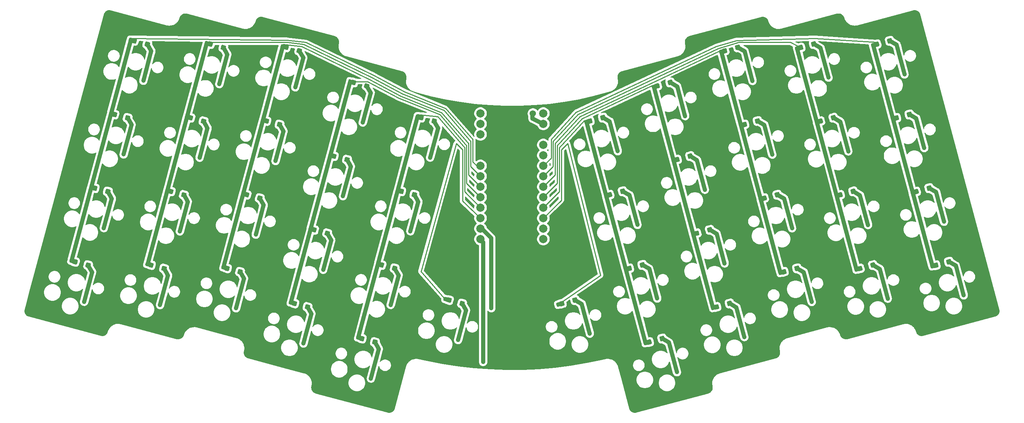
<source format=gbr>
%TF.GenerationSoftware,KiCad,Pcbnew,(5.1.6-0-10_14)*%
%TF.CreationDate,2020-10-19T23:05:39+02:00*%
%TF.ProjectId,batreus,62617472-6575-4732-9e6b-696361645f70,rev?*%
%TF.SameCoordinates,Original*%
%TF.FileFunction,Copper,L1,Top*%
%TF.FilePolarity,Positive*%
%FSLAX46Y46*%
G04 Gerber Fmt 4.6, Leading zero omitted, Abs format (unit mm)*
G04 Created by KiCad (PCBNEW (5.1.6-0-10_14)) date 2020-10-19 23:05:39*
%MOMM*%
%LPD*%
G01*
G04 APERTURE LIST*
%TA.AperFunction,ComponentPad*%
%ADD10C,2.000000*%
%TD*%
%TA.AperFunction,ComponentPad*%
%ADD11C,1.524000*%
%TD*%
%TA.AperFunction,ComponentPad*%
%ADD12C,3.500000*%
%TD*%
%TA.AperFunction,ViaPad*%
%ADD13C,1.000000*%
%TD*%
%TA.AperFunction,ViaPad*%
%ADD14C,0.800000*%
%TD*%
%TA.AperFunction,Conductor*%
%ADD15C,1.000000*%
%TD*%
%TA.AperFunction,Conductor*%
%ADD16C,0.250000*%
%TD*%
%TA.AperFunction,NonConductor*%
%ADD17C,0.200000*%
%TD*%
%TA.AperFunction,Conductor*%
%ADD18C,0.200000*%
%TD*%
G04 APERTURE END LIST*
D10*
%TO.P,N1,26*%
%TO.N,S2*%
X157620000Y-115240000D03*
%TO.P,N1,25*%
%TO.N,S3*%
X157620000Y-112700000D03*
%TO.P,N1,24*%
%TO.N,R0*%
X157620000Y-110160000D03*
%TO.P,N1,23*%
%TO.N,R1*%
X157620000Y-107620000D03*
%TO.P,N1,22*%
%TO.N,R2*%
X157620000Y-105080000D03*
%TO.P,N1,21*%
%TO.N,R3*%
X157620000Y-102540000D03*
%TO.P,N1,20*%
%TO.N,R4*%
X157620000Y-100000000D03*
%TO.P,N1,19*%
%TO.N,R5*%
X157620000Y-97460000D03*
%TO.P,N1,18*%
%TO.N,Net-(N1-Pad18)*%
X157620000Y-94920000D03*
%TO.P,N1,17*%
%TO.N,Net-(N1-Pad17)*%
X157620000Y-92380000D03*
%TO.P,N1,16*%
%TO.N,GND*%
X157620000Y-89840000D03*
%TO.P,N1,15*%
%TO.N,Net-(N1-Pad15)*%
X157620000Y-87300000D03*
%TO.P,N1,14*%
%TO.N,Net-(N1-Pad14)*%
X157620000Y-84760000D03*
%TO.P,N1,13*%
%TO.N,S0*%
X142380000Y-115240000D03*
%TO.P,N1,12*%
%TO.N,S1*%
X142380000Y-112700000D03*
%TO.P,N1,11*%
%TO.N,L0*%
X142380000Y-110160000D03*
%TO.P,N1,10*%
%TO.N,L1*%
X142380000Y-107620000D03*
%TO.P,N1,9*%
%TO.N,L2*%
X142380000Y-105080000D03*
%TO.P,N1,8*%
%TO.N,L3*%
X142380000Y-102540000D03*
%TO.P,N1,7*%
%TO.N,L4*%
X142380000Y-100000000D03*
%TO.P,N1,6*%
%TO.N,L5*%
X142380000Y-97460000D03*
%TO.P,N1,5*%
%TO.N,GND*%
X142380000Y-94920000D03*
%TO.P,N1,4*%
X142380000Y-92380000D03*
%TO.P,N1,3*%
%TO.N,Net-(N1-Pad3)*%
X142380000Y-89840000D03*
%TO.P,N1,2*%
%TO.N,Net-(N1-Pad2)*%
X142380000Y-87300000D03*
%TO.P,N1,1*%
%TO.N,Net-(N1-Pad1)*%
X142380000Y-84760000D03*
D11*
%TO.P,N1,15*%
%TO.N,Net-(N1-Pad15)*%
X155080000Y-84760000D03*
%TO.P,N1,16*%
%TO.N,GND*%
%TA.AperFunction,ComponentPad*%
G36*
G01*
X144158000Y-85141000D02*
X144158000Y-84379000D01*
G75*
G02*
X144539000Y-83998000I381000J0D01*
G01*
X145301000Y-83998000D01*
G75*
G02*
X145682000Y-84379000I0J-381000D01*
G01*
X145682000Y-85141000D01*
G75*
G02*
X145301000Y-85522000I-381000J0D01*
G01*
X144539000Y-85522000D01*
G75*
G02*
X144158000Y-85141000I0J381000D01*
G01*
G37*
%TD.AperFunction*%
%TD*%
D12*
%TO.P,REF\u002A\u002A,1*%
%TO.N,GND*%
X66000000Y-79800000D03*
%TD*%
%TO.P,REF\u002A\u002A,1*%
%TO.N,GND*%
X56400000Y-115500000D03*
%TD*%
%TO.P,REF\u002A\u002A,1*%
%TO.N,GND*%
X107600000Y-133400000D03*
%TD*%
%TO.P,REF\u002A\u002A,1*%
%TO.N,GND*%
X117100000Y-97600000D03*
%TD*%
%TO.P,REF\u002A\u002A,1*%
%TO.N,GND*%
X191400000Y-129500000D03*
%TD*%
%TO.P,REF\u002A\u002A,1*%
%TO.N,GND*%
X181800000Y-93800000D03*
%TD*%
%TO.P,REF\u002A\u002A,1*%
%TO.N,GND*%
X244600000Y-119400000D03*
%TD*%
%TO.P,REF\u002A\u002A,1*%
%TO.N,GND*%
X235000000Y-83700000D03*
%TD*%
D13*
%TO.N,N/C*%
%TO.C,S3*%
X113802767Y-86923608D03*
%TD*%
%TO.P,S3,2*%
%TO.N,L2*%
%TA.AperFunction,SMDPad,CuDef*%
G36*
G01*
X110220115Y-77112028D02*
X110349525Y-76629065D01*
G75*
G02*
X110655711Y-76452289I241481J-64705D01*
G01*
X111138674Y-76581698D01*
G75*
G02*
X111315450Y-76887884I-64705J-241481D01*
G01*
X111186041Y-77370847D01*
G75*
G02*
X110879855Y-77547623I-241481J64705D01*
G01*
X110396892Y-77418214D01*
G75*
G02*
X110220116Y-77112028I64705J241481D01*
G01*
G37*
%TD.AperFunction*%
%TO.P,S3,D*%
%TO.N,N/C*%
%TA.AperFunction,SMDPad,CuDef*%
G36*
G01*
X114103645Y-78266497D02*
X114289995Y-77571030D01*
G75*
G02*
X114583934Y-77401325I231822J-62117D01*
G01*
X115279400Y-77587675D01*
G75*
G02*
X115449105Y-77881614I-62117J-231822D01*
G01*
X115262755Y-78577080D01*
G75*
G02*
X114968816Y-78746785I-231822J62117D01*
G01*
X114273350Y-78560435D01*
G75*
G02*
X114103645Y-78266496I62117J231822D01*
G01*
G37*
%TD.AperFunction*%
%TO.P,S3,2*%
%TO.N,L2*%
%TA.AperFunction,SMDPad,CuDef*%
G36*
G01*
X110916090Y-77412395D02*
X111102440Y-76716928D01*
G75*
G02*
X111396379Y-76547223I231822J-62117D01*
G01*
X112091845Y-76733573D01*
G75*
G02*
X112261550Y-77027512I-62117J-231822D01*
G01*
X112075200Y-77722978D01*
G75*
G02*
X111781261Y-77892683I-231822J62117D01*
G01*
X111085795Y-77706333D01*
G75*
G02*
X110916090Y-77412394I62117J231822D01*
G01*
G37*
%TD.AperFunction*%
%TD*%
%TO.N,N/C*%
%TO.C,S5*%
X175641400Y-93893140D03*
%TD*%
%TO.P,S5,2*%
%TO.N,R1*%
%TA.AperFunction,SMDPad,CuDef*%
G36*
G01*
X167632942Y-87187389D02*
X167503533Y-86704426D01*
G75*
G02*
X167680309Y-86398240I241481J64705D01*
G01*
X168163272Y-86268831D01*
G75*
G02*
X168469458Y-86445607I64705J-241481D01*
G01*
X168598867Y-86928570D01*
G75*
G02*
X168422091Y-87234756I-241481J-64705D01*
G01*
X167939128Y-87364165D01*
G75*
G02*
X167632942Y-87187389I-64705J241481D01*
G01*
G37*
%TD.AperFunction*%
%TO.P,S5,D*%
%TO.N,N/C*%
%TA.AperFunction,SMDPad,CuDef*%
G36*
G01*
X171573411Y-86245424D02*
X171387062Y-85549958D01*
G75*
G02*
X171556767Y-85256019I231822J62117D01*
G01*
X172252233Y-85069669D01*
G75*
G02*
X172546172Y-85239374I62117J-231822D01*
G01*
X172732522Y-85934840D01*
G75*
G02*
X172562817Y-86228779I-231822J-62117D01*
G01*
X171867351Y-86415129D01*
G75*
G02*
X171573412Y-86245424I-62117J231822D01*
G01*
G37*
%TD.AperFunction*%
%TO.P,S5,2*%
%TO.N,R1*%
%TA.AperFunction,SMDPad,CuDef*%
G36*
G01*
X168385856Y-87099526D02*
X168199507Y-86404060D01*
G75*
G02*
X168369212Y-86110121I231822J62117D01*
G01*
X169064678Y-85923771D01*
G75*
G02*
X169358617Y-86093476I62117J-231822D01*
G01*
X169544967Y-86788942D01*
G75*
G02*
X169375262Y-87082881I-231822J-62117D01*
G01*
X168679796Y-87269231D01*
G75*
G02*
X168385857Y-87099526I-62117J231822D01*
G01*
G37*
%TD.AperFunction*%
%TD*%
%TO.N,N/C*%
%TO.C,S4*%
X130154155Y-95446054D03*
%TD*%
%TO.P,S4,2*%
%TO.N,L1*%
%TA.AperFunction,SMDPad,CuDef*%
G36*
G01*
X126571503Y-85634474D02*
X126700913Y-85151511D01*
G75*
G02*
X127007099Y-84974735I241481J-64705D01*
G01*
X127490062Y-85104144D01*
G75*
G02*
X127666838Y-85410330I-64705J-241481D01*
G01*
X127537429Y-85893293D01*
G75*
G02*
X127231243Y-86070069I-241481J64705D01*
G01*
X126748280Y-85940660D01*
G75*
G02*
X126571504Y-85634474I64705J241481D01*
G01*
G37*
%TD.AperFunction*%
%TO.P,S4,D*%
%TO.N,N/C*%
%TA.AperFunction,SMDPad,CuDef*%
G36*
G01*
X130455033Y-86788943D02*
X130641383Y-86093476D01*
G75*
G02*
X130935322Y-85923771I231822J-62117D01*
G01*
X131630788Y-86110121D01*
G75*
G02*
X131800493Y-86404060I-62117J-231822D01*
G01*
X131614143Y-87099526D01*
G75*
G02*
X131320204Y-87269231I-231822J62117D01*
G01*
X130624738Y-87082881D01*
G75*
G02*
X130455033Y-86788942I62117J231822D01*
G01*
G37*
%TD.AperFunction*%
%TO.P,S4,2*%
%TO.N,L1*%
%TA.AperFunction,SMDPad,CuDef*%
G36*
G01*
X127267478Y-85934841D02*
X127453828Y-85239374D01*
G75*
G02*
X127747767Y-85069669I231822J-62117D01*
G01*
X128443233Y-85256019D01*
G75*
G02*
X128612938Y-85549958I-62117J-231822D01*
G01*
X128426588Y-86245424D01*
G75*
G02*
X128132649Y-86415129I-231822J62117D01*
G01*
X127437183Y-86228779D01*
G75*
G02*
X127267478Y-85934840I62117J231822D01*
G01*
G37*
%TD.AperFunction*%
%TD*%
%TO.N,N/C*%
%TO.C,S41*%
X168866316Y-138154842D03*
%TD*%
%TO.P,S41,2*%
%TO.N,R0*%
%TA.AperFunction,SMDPad,CuDef*%
G36*
G01*
X160857858Y-131449091D02*
X160728449Y-130966128D01*
G75*
G02*
X160905225Y-130659942I241481J64705D01*
G01*
X161388188Y-130530533D01*
G75*
G02*
X161694374Y-130707309I64705J-241481D01*
G01*
X161823783Y-131190272D01*
G75*
G02*
X161647007Y-131496458I-241481J-64705D01*
G01*
X161164044Y-131625867D01*
G75*
G02*
X160857858Y-131449091I-64705J241481D01*
G01*
G37*
%TD.AperFunction*%
%TO.P,S41,D*%
%TO.N,N/C*%
%TA.AperFunction,SMDPad,CuDef*%
G36*
G01*
X164798327Y-130507126D02*
X164611978Y-129811660D01*
G75*
G02*
X164781683Y-129517721I231822J62117D01*
G01*
X165477149Y-129331371D01*
G75*
G02*
X165771088Y-129501076I62117J-231822D01*
G01*
X165957438Y-130196542D01*
G75*
G02*
X165787733Y-130490481I-231822J-62117D01*
G01*
X165092267Y-130676831D01*
G75*
G02*
X164798328Y-130507126I-62117J231822D01*
G01*
G37*
%TD.AperFunction*%
%TO.P,S41,2*%
%TO.N,R0*%
%TA.AperFunction,SMDPad,CuDef*%
G36*
G01*
X161610772Y-131361228D02*
X161424423Y-130665762D01*
G75*
G02*
X161594128Y-130371823I231822J62117D01*
G01*
X162289594Y-130185473D01*
G75*
G02*
X162583533Y-130355178I62117J-231822D01*
G01*
X162769883Y-131050644D01*
G75*
G02*
X162600178Y-131344583I-231822J-62117D01*
G01*
X161904712Y-131530933D01*
G75*
G02*
X161610773Y-131361228I-62117J231822D01*
G01*
G37*
%TD.AperFunction*%
%TD*%
%TO.N,N/C*%
%TO.C,S40*%
X136929239Y-139707756D03*
%TD*%
%TO.P,S40,2*%
%TO.N,L0*%
%TA.AperFunction,SMDPad,CuDef*%
G36*
G01*
X133346587Y-129896176D02*
X133475997Y-129413213D01*
G75*
G02*
X133782183Y-129236437I241481J-64705D01*
G01*
X134265146Y-129365846D01*
G75*
G02*
X134441922Y-129672032I-64705J-241481D01*
G01*
X134312513Y-130154995D01*
G75*
G02*
X134006327Y-130331771I-241481J64705D01*
G01*
X133523364Y-130202362D01*
G75*
G02*
X133346588Y-129896176I64705J241481D01*
G01*
G37*
%TD.AperFunction*%
%TO.P,S40,D*%
%TO.N,N/C*%
%TA.AperFunction,SMDPad,CuDef*%
G36*
G01*
X137230117Y-131050645D02*
X137416467Y-130355178D01*
G75*
G02*
X137710406Y-130185473I231822J-62117D01*
G01*
X138405872Y-130371823D01*
G75*
G02*
X138575577Y-130665762I-62117J-231822D01*
G01*
X138389227Y-131361228D01*
G75*
G02*
X138095288Y-131530933I-231822J62117D01*
G01*
X137399822Y-131344583D01*
G75*
G02*
X137230117Y-131050644I62117J231822D01*
G01*
G37*
%TD.AperFunction*%
%TO.P,S40,2*%
%TO.N,L0*%
%TA.AperFunction,SMDPad,CuDef*%
G36*
G01*
X134042562Y-130196543D02*
X134228912Y-129501076D01*
G75*
G02*
X134522851Y-129331371I231822J-62117D01*
G01*
X135218317Y-129517721D01*
G75*
G02*
X135388022Y-129811660I-62117J-231822D01*
G01*
X135201672Y-130507126D01*
G75*
G02*
X134907733Y-130676831I-231822J62117D01*
G01*
X134212267Y-130490481D01*
G75*
G02*
X134042562Y-130196542I62117J231822D01*
G01*
G37*
%TD.AperFunction*%
%TD*%
%TO.N,N/C*%
%TO.C,S39*%
X259552516Y-128867052D03*
%TD*%
%TO.P,S39,2*%
%TO.N,R5*%
%TA.AperFunction,SMDPad,CuDef*%
G36*
G01*
X251544058Y-122161301D02*
X251414649Y-121678338D01*
G75*
G02*
X251591425Y-121372152I241481J64705D01*
G01*
X252074388Y-121242743D01*
G75*
G02*
X252380574Y-121419519I64705J-241481D01*
G01*
X252509983Y-121902482D01*
G75*
G02*
X252333207Y-122208668I-241481J-64705D01*
G01*
X251850244Y-122338077D01*
G75*
G02*
X251544058Y-122161301I-64705J241481D01*
G01*
G37*
%TD.AperFunction*%
%TO.P,S39,D*%
%TO.N,N/C*%
%TA.AperFunction,SMDPad,CuDef*%
G36*
G01*
X255484527Y-121219336D02*
X255298178Y-120523870D01*
G75*
G02*
X255467883Y-120229931I231822J62117D01*
G01*
X256163349Y-120043581D01*
G75*
G02*
X256457288Y-120213286I62117J-231822D01*
G01*
X256643638Y-120908752D01*
G75*
G02*
X256473933Y-121202691I-231822J-62117D01*
G01*
X255778467Y-121389041D01*
G75*
G02*
X255484528Y-121219336I-62117J231822D01*
G01*
G37*
%TD.AperFunction*%
%TO.P,S39,2*%
%TO.N,R5*%
%TA.AperFunction,SMDPad,CuDef*%
G36*
G01*
X252296972Y-122073438D02*
X252110623Y-121377972D01*
G75*
G02*
X252280328Y-121084033I231822J62117D01*
G01*
X252975794Y-120897683D01*
G75*
G02*
X253269733Y-121067388I62117J-231822D01*
G01*
X253456083Y-121762854D01*
G75*
G02*
X253286378Y-122056793I-231822J-62117D01*
G01*
X252590912Y-122243143D01*
G75*
G02*
X252296973Y-122073438I-62117J231822D01*
G01*
G37*
%TD.AperFunction*%
%TD*%
%TO.N,N/C*%
%TO.C,S38*%
X241130575Y-129662092D03*
%TD*%
%TO.P,S38,2*%
%TO.N,R4*%
%TA.AperFunction,SMDPad,CuDef*%
G36*
G01*
X233122117Y-122956341D02*
X232992708Y-122473378D01*
G75*
G02*
X233169484Y-122167192I241481J64705D01*
G01*
X233652447Y-122037783D01*
G75*
G02*
X233958633Y-122214559I64705J-241481D01*
G01*
X234088042Y-122697522D01*
G75*
G02*
X233911266Y-123003708I-241481J-64705D01*
G01*
X233428303Y-123133117D01*
G75*
G02*
X233122117Y-122956341I-64705J241481D01*
G01*
G37*
%TD.AperFunction*%
%TO.P,S38,D*%
%TO.N,N/C*%
%TA.AperFunction,SMDPad,CuDef*%
G36*
G01*
X237062586Y-122014376D02*
X236876237Y-121318910D01*
G75*
G02*
X237045942Y-121024971I231822J62117D01*
G01*
X237741408Y-120838621D01*
G75*
G02*
X238035347Y-121008326I62117J-231822D01*
G01*
X238221697Y-121703792D01*
G75*
G02*
X238051992Y-121997731I-231822J-62117D01*
G01*
X237356526Y-122184081D01*
G75*
G02*
X237062587Y-122014376I-62117J231822D01*
G01*
G37*
%TD.AperFunction*%
%TO.P,S38,2*%
%TO.N,R4*%
%TA.AperFunction,SMDPad,CuDef*%
G36*
G01*
X233875031Y-122868478D02*
X233688682Y-122173012D01*
G75*
G02*
X233858387Y-121879073I231822J62117D01*
G01*
X234553853Y-121692723D01*
G75*
G02*
X234847792Y-121862428I62117J-231822D01*
G01*
X235034142Y-122557894D01*
G75*
G02*
X234864437Y-122851833I-231822J-62117D01*
G01*
X234168971Y-123038183D01*
G75*
G02*
X233875032Y-122868478I-62117J231822D01*
G01*
G37*
%TD.AperFunction*%
%TD*%
%TO.N,N/C*%
%TO.C,S37*%
X222708634Y-130457132D03*
%TD*%
%TO.P,S37,2*%
%TO.N,R3*%
%TA.AperFunction,SMDPad,CuDef*%
G36*
G01*
X214700176Y-123751381D02*
X214570767Y-123268418D01*
G75*
G02*
X214747543Y-122962232I241481J64705D01*
G01*
X215230506Y-122832823D01*
G75*
G02*
X215536692Y-123009599I64705J-241481D01*
G01*
X215666101Y-123492562D01*
G75*
G02*
X215489325Y-123798748I-241481J-64705D01*
G01*
X215006362Y-123928157D01*
G75*
G02*
X214700176Y-123751381I-64705J241481D01*
G01*
G37*
%TD.AperFunction*%
%TO.P,S37,D*%
%TO.N,N/C*%
%TA.AperFunction,SMDPad,CuDef*%
G36*
G01*
X218640645Y-122809416D02*
X218454296Y-122113950D01*
G75*
G02*
X218624001Y-121820011I231822J62117D01*
G01*
X219319467Y-121633661D01*
G75*
G02*
X219613406Y-121803366I62117J-231822D01*
G01*
X219799756Y-122498832D01*
G75*
G02*
X219630051Y-122792771I-231822J-62117D01*
G01*
X218934585Y-122979121D01*
G75*
G02*
X218640646Y-122809416I-62117J231822D01*
G01*
G37*
%TD.AperFunction*%
%TO.P,S37,2*%
%TO.N,R3*%
%TA.AperFunction,SMDPad,CuDef*%
G36*
G01*
X215453090Y-123663518D02*
X215266741Y-122968052D01*
G75*
G02*
X215436446Y-122674113I231822J62117D01*
G01*
X216131912Y-122487763D01*
G75*
G02*
X216425851Y-122657468I62117J-231822D01*
G01*
X216612201Y-123352934D01*
G75*
G02*
X216442496Y-123646873I-231822J-62117D01*
G01*
X215747030Y-123833223D01*
G75*
G02*
X215453091Y-123663518I-62117J231822D01*
G01*
G37*
%TD.AperFunction*%
%TD*%
%TO.N,N/C*%
%TO.C,S36*%
X206357245Y-138979578D03*
%TD*%
%TO.P,S36,2*%
%TO.N,R2*%
%TA.AperFunction,SMDPad,CuDef*%
G36*
G01*
X198348787Y-132273827D02*
X198219378Y-131790864D01*
G75*
G02*
X198396154Y-131484678I241481J64705D01*
G01*
X198879117Y-131355269D01*
G75*
G02*
X199185303Y-131532045I64705J-241481D01*
G01*
X199314712Y-132015008D01*
G75*
G02*
X199137936Y-132321194I-241481J-64705D01*
G01*
X198654973Y-132450603D01*
G75*
G02*
X198348787Y-132273827I-64705J241481D01*
G01*
G37*
%TD.AperFunction*%
%TO.P,S36,D*%
%TO.N,N/C*%
%TA.AperFunction,SMDPad,CuDef*%
G36*
G01*
X202289256Y-131331862D02*
X202102907Y-130636396D01*
G75*
G02*
X202272612Y-130342457I231822J62117D01*
G01*
X202968078Y-130156107D01*
G75*
G02*
X203262017Y-130325812I62117J-231822D01*
G01*
X203448367Y-131021278D01*
G75*
G02*
X203278662Y-131315217I-231822J-62117D01*
G01*
X202583196Y-131501567D01*
G75*
G02*
X202289257Y-131331862I-62117J231822D01*
G01*
G37*
%TD.AperFunction*%
%TO.P,S36,2*%
%TO.N,R2*%
%TA.AperFunction,SMDPad,CuDef*%
G36*
G01*
X199101701Y-132185964D02*
X198915352Y-131490498D01*
G75*
G02*
X199085057Y-131196559I231822J62117D01*
G01*
X199780523Y-131010209D01*
G75*
G02*
X200074462Y-131179914I62117J-231822D01*
G01*
X200260812Y-131875380D01*
G75*
G02*
X200091107Y-132169319I-231822J-62117D01*
G01*
X199395641Y-132355669D01*
G75*
G02*
X199101702Y-132185964I-62117J231822D01*
G01*
G37*
%TD.AperFunction*%
%TD*%
%TO.N,N/C*%
%TO.C,S35*%
X190005857Y-147502024D03*
%TD*%
%TO.P,S35,2*%
%TO.N,R1*%
%TA.AperFunction,SMDPad,CuDef*%
G36*
G01*
X181997399Y-140796273D02*
X181867990Y-140313310D01*
G75*
G02*
X182044766Y-140007124I241481J64705D01*
G01*
X182527729Y-139877715D01*
G75*
G02*
X182833915Y-140054491I64705J-241481D01*
G01*
X182963324Y-140537454D01*
G75*
G02*
X182786548Y-140843640I-241481J-64705D01*
G01*
X182303585Y-140973049D01*
G75*
G02*
X181997399Y-140796273I-64705J241481D01*
G01*
G37*
%TD.AperFunction*%
%TO.P,S35,D*%
%TO.N,N/C*%
%TA.AperFunction,SMDPad,CuDef*%
G36*
G01*
X185937868Y-139854308D02*
X185751519Y-139158842D01*
G75*
G02*
X185921224Y-138864903I231822J62117D01*
G01*
X186616690Y-138678553D01*
G75*
G02*
X186910629Y-138848258I62117J-231822D01*
G01*
X187096979Y-139543724D01*
G75*
G02*
X186927274Y-139837663I-231822J-62117D01*
G01*
X186231808Y-140024013D01*
G75*
G02*
X185937869Y-139854308I-62117J231822D01*
G01*
G37*
%TD.AperFunction*%
%TO.P,S35,2*%
%TO.N,R1*%
%TA.AperFunction,SMDPad,CuDef*%
G36*
G01*
X182750313Y-140708410D02*
X182563964Y-140012944D01*
G75*
G02*
X182733669Y-139719005I231822J62117D01*
G01*
X183429135Y-139532655D01*
G75*
G02*
X183723074Y-139702360I62117J-231822D01*
G01*
X183909424Y-140397826D01*
G75*
G02*
X183739719Y-140691765I-231822J-62117D01*
G01*
X183044253Y-140878115D01*
G75*
G02*
X182750314Y-140708410I-62117J231822D01*
G01*
G37*
%TD.AperFunction*%
%TD*%
%TO.N,N/C*%
%TO.C,S34*%
X115789698Y-149054938D03*
%TD*%
%TO.P,S34,2*%
%TO.N,L1*%
%TA.AperFunction,SMDPad,CuDef*%
G36*
G01*
X112207046Y-139243358D02*
X112336456Y-138760395D01*
G75*
G02*
X112642642Y-138583619I241481J-64705D01*
G01*
X113125605Y-138713028D01*
G75*
G02*
X113302381Y-139019214I-64705J-241481D01*
G01*
X113172972Y-139502177D01*
G75*
G02*
X112866786Y-139678953I-241481J64705D01*
G01*
X112383823Y-139549544D01*
G75*
G02*
X112207047Y-139243358I64705J241481D01*
G01*
G37*
%TD.AperFunction*%
%TO.P,S34,D*%
%TO.N,N/C*%
%TA.AperFunction,SMDPad,CuDef*%
G36*
G01*
X116090576Y-140397827D02*
X116276926Y-139702360D01*
G75*
G02*
X116570865Y-139532655I231822J-62117D01*
G01*
X117266331Y-139719005D01*
G75*
G02*
X117436036Y-140012944I-62117J-231822D01*
G01*
X117249686Y-140708410D01*
G75*
G02*
X116955747Y-140878115I-231822J62117D01*
G01*
X116260281Y-140691765D01*
G75*
G02*
X116090576Y-140397826I62117J231822D01*
G01*
G37*
%TD.AperFunction*%
%TO.P,S34,2*%
%TO.N,L1*%
%TA.AperFunction,SMDPad,CuDef*%
G36*
G01*
X112903021Y-139543725D02*
X113089371Y-138848258D01*
G75*
G02*
X113383310Y-138678553I231822J-62117D01*
G01*
X114078776Y-138864903D01*
G75*
G02*
X114248481Y-139158842I-62117J-231822D01*
G01*
X114062131Y-139854308D01*
G75*
G02*
X113768192Y-140024013I-231822J62117D01*
G01*
X113072726Y-139837663D01*
G75*
G02*
X112903021Y-139543724I62117J231822D01*
G01*
G37*
%TD.AperFunction*%
%TD*%
%TO.N,N/C*%
%TO.C,S33*%
X99438310Y-140532492D03*
%TD*%
%TO.P,S33,2*%
%TO.N,L2*%
%TA.AperFunction,SMDPad,CuDef*%
G36*
G01*
X95855658Y-130720912D02*
X95985068Y-130237949D01*
G75*
G02*
X96291254Y-130061173I241481J-64705D01*
G01*
X96774217Y-130190582D01*
G75*
G02*
X96950993Y-130496768I-64705J-241481D01*
G01*
X96821584Y-130979731D01*
G75*
G02*
X96515398Y-131156507I-241481J64705D01*
G01*
X96032435Y-131027098D01*
G75*
G02*
X95855659Y-130720912I64705J241481D01*
G01*
G37*
%TD.AperFunction*%
%TO.P,S33,D*%
%TO.N,N/C*%
%TA.AperFunction,SMDPad,CuDef*%
G36*
G01*
X99739188Y-131875381D02*
X99925538Y-131179914D01*
G75*
G02*
X100219477Y-131010209I231822J-62117D01*
G01*
X100914943Y-131196559D01*
G75*
G02*
X101084648Y-131490498I-62117J-231822D01*
G01*
X100898298Y-132185964D01*
G75*
G02*
X100604359Y-132355669I-231822J62117D01*
G01*
X99908893Y-132169319D01*
G75*
G02*
X99739188Y-131875380I62117J231822D01*
G01*
G37*
%TD.AperFunction*%
%TO.P,S33,2*%
%TO.N,L2*%
%TA.AperFunction,SMDPad,CuDef*%
G36*
G01*
X96551633Y-131021279D02*
X96737983Y-130325812D01*
G75*
G02*
X97031922Y-130156107I231822J-62117D01*
G01*
X97727388Y-130342457D01*
G75*
G02*
X97897093Y-130636396I-62117J-231822D01*
G01*
X97710743Y-131331862D01*
G75*
G02*
X97416804Y-131501567I-231822J62117D01*
G01*
X96721338Y-131315217D01*
G75*
G02*
X96551633Y-131021278I62117J231822D01*
G01*
G37*
%TD.AperFunction*%
%TD*%
%TO.N,N/C*%
%TO.C,S32*%
X83086921Y-132010046D03*
%TD*%
%TO.P,S32,2*%
%TO.N,L3*%
%TA.AperFunction,SMDPad,CuDef*%
G36*
G01*
X79504269Y-122198466D02*
X79633679Y-121715503D01*
G75*
G02*
X79939865Y-121538727I241481J-64705D01*
G01*
X80422828Y-121668136D01*
G75*
G02*
X80599604Y-121974322I-64705J-241481D01*
G01*
X80470195Y-122457285D01*
G75*
G02*
X80164009Y-122634061I-241481J64705D01*
G01*
X79681046Y-122504652D01*
G75*
G02*
X79504270Y-122198466I64705J241481D01*
G01*
G37*
%TD.AperFunction*%
%TO.P,S32,D*%
%TO.N,N/C*%
%TA.AperFunction,SMDPad,CuDef*%
G36*
G01*
X83387799Y-123352935D02*
X83574149Y-122657468D01*
G75*
G02*
X83868088Y-122487763I231822J-62117D01*
G01*
X84563554Y-122674113D01*
G75*
G02*
X84733259Y-122968052I-62117J-231822D01*
G01*
X84546909Y-123663518D01*
G75*
G02*
X84252970Y-123833223I-231822J62117D01*
G01*
X83557504Y-123646873D01*
G75*
G02*
X83387799Y-123352934I62117J231822D01*
G01*
G37*
%TD.AperFunction*%
%TO.P,S32,2*%
%TO.N,L3*%
%TA.AperFunction,SMDPad,CuDef*%
G36*
G01*
X80200244Y-122498833D02*
X80386594Y-121803366D01*
G75*
G02*
X80680533Y-121633661I231822J-62117D01*
G01*
X81375999Y-121820011D01*
G75*
G02*
X81545704Y-122113950I-62117J-231822D01*
G01*
X81359354Y-122809416D01*
G75*
G02*
X81065415Y-122979121I-231822J62117D01*
G01*
X80369949Y-122792771D01*
G75*
G02*
X80200244Y-122498832I62117J231822D01*
G01*
G37*
%TD.AperFunction*%
%TD*%
%TO.N,N/C*%
%TO.C,S31*%
X64664980Y-131215006D03*
%TD*%
%TO.P,S31,2*%
%TO.N,L4*%
%TA.AperFunction,SMDPad,CuDef*%
G36*
G01*
X61082328Y-121403426D02*
X61211738Y-120920463D01*
G75*
G02*
X61517924Y-120743687I241481J-64705D01*
G01*
X62000887Y-120873096D01*
G75*
G02*
X62177663Y-121179282I-64705J-241481D01*
G01*
X62048254Y-121662245D01*
G75*
G02*
X61742068Y-121839021I-241481J64705D01*
G01*
X61259105Y-121709612D01*
G75*
G02*
X61082329Y-121403426I64705J241481D01*
G01*
G37*
%TD.AperFunction*%
%TO.P,S31,D*%
%TO.N,N/C*%
%TA.AperFunction,SMDPad,CuDef*%
G36*
G01*
X64965858Y-122557895D02*
X65152208Y-121862428D01*
G75*
G02*
X65446147Y-121692723I231822J-62117D01*
G01*
X66141613Y-121879073D01*
G75*
G02*
X66311318Y-122173012I-62117J-231822D01*
G01*
X66124968Y-122868478D01*
G75*
G02*
X65831029Y-123038183I-231822J62117D01*
G01*
X65135563Y-122851833D01*
G75*
G02*
X64965858Y-122557894I62117J231822D01*
G01*
G37*
%TD.AperFunction*%
%TO.P,S31,2*%
%TO.N,L4*%
%TA.AperFunction,SMDPad,CuDef*%
G36*
G01*
X61778303Y-121703793D02*
X61964653Y-121008326D01*
G75*
G02*
X62258592Y-120838621I231822J-62117D01*
G01*
X62954058Y-121024971D01*
G75*
G02*
X63123763Y-121318910I-62117J-231822D01*
G01*
X62937413Y-122014376D01*
G75*
G02*
X62643474Y-122184081I-231822J62117D01*
G01*
X61948008Y-121997731D01*
G75*
G02*
X61778303Y-121703792I62117J231822D01*
G01*
G37*
%TD.AperFunction*%
%TD*%
%TO.N,N/C*%
%TO.C,S30*%
X46243039Y-130419966D03*
%TD*%
%TO.P,S30,2*%
%TO.N,L5*%
%TA.AperFunction,SMDPad,CuDef*%
G36*
G01*
X42660387Y-120608386D02*
X42789797Y-120125423D01*
G75*
G02*
X43095983Y-119948647I241481J-64705D01*
G01*
X43578946Y-120078056D01*
G75*
G02*
X43755722Y-120384242I-64705J-241481D01*
G01*
X43626313Y-120867205D01*
G75*
G02*
X43320127Y-121043981I-241481J64705D01*
G01*
X42837164Y-120914572D01*
G75*
G02*
X42660388Y-120608386I64705J241481D01*
G01*
G37*
%TD.AperFunction*%
%TO.P,S30,D*%
%TO.N,N/C*%
%TA.AperFunction,SMDPad,CuDef*%
G36*
G01*
X46543917Y-121762855D02*
X46730267Y-121067388D01*
G75*
G02*
X47024206Y-120897683I231822J-62117D01*
G01*
X47719672Y-121084033D01*
G75*
G02*
X47889377Y-121377972I-62117J-231822D01*
G01*
X47703027Y-122073438D01*
G75*
G02*
X47409088Y-122243143I-231822J62117D01*
G01*
X46713622Y-122056793D01*
G75*
G02*
X46543917Y-121762854I62117J231822D01*
G01*
G37*
%TD.AperFunction*%
%TO.P,S30,2*%
%TO.N,L5*%
%TA.AperFunction,SMDPad,CuDef*%
G36*
G01*
X43356362Y-120908753D02*
X43542712Y-120213286D01*
G75*
G02*
X43836651Y-120043581I231822J-62117D01*
G01*
X44532117Y-120229931D01*
G75*
G02*
X44701822Y-120523870I-62117J-231822D01*
G01*
X44515472Y-121219336D01*
G75*
G02*
X44221533Y-121389041I-231822J62117D01*
G01*
X43526067Y-121202691D01*
G75*
G02*
X43356362Y-120908752I62117J231822D01*
G01*
G37*
%TD.AperFunction*%
%TD*%
%TO.N,N/C*%
%TO.C,S29*%
X254764364Y-110997425D03*
%TD*%
%TO.P,S29,2*%
%TO.N,R5*%
%TA.AperFunction,SMDPad,CuDef*%
G36*
G01*
X246755906Y-104291674D02*
X246626497Y-103808711D01*
G75*
G02*
X246803273Y-103502525I241481J64705D01*
G01*
X247286236Y-103373116D01*
G75*
G02*
X247592422Y-103549892I64705J-241481D01*
G01*
X247721831Y-104032855D01*
G75*
G02*
X247545055Y-104339041I-241481J-64705D01*
G01*
X247062092Y-104468450D01*
G75*
G02*
X246755906Y-104291674I-64705J241481D01*
G01*
G37*
%TD.AperFunction*%
%TO.P,S29,D*%
%TO.N,N/C*%
%TA.AperFunction,SMDPad,CuDef*%
G36*
G01*
X250696375Y-103349709D02*
X250510026Y-102654243D01*
G75*
G02*
X250679731Y-102360304I231822J62117D01*
G01*
X251375197Y-102173954D01*
G75*
G02*
X251669136Y-102343659I62117J-231822D01*
G01*
X251855486Y-103039125D01*
G75*
G02*
X251685781Y-103333064I-231822J-62117D01*
G01*
X250990315Y-103519414D01*
G75*
G02*
X250696376Y-103349709I-62117J231822D01*
G01*
G37*
%TD.AperFunction*%
%TO.P,S29,2*%
%TO.N,R5*%
%TA.AperFunction,SMDPad,CuDef*%
G36*
G01*
X247508820Y-104203811D02*
X247322471Y-103508345D01*
G75*
G02*
X247492176Y-103214406I231822J62117D01*
G01*
X248187642Y-103028056D01*
G75*
G02*
X248481581Y-103197761I62117J-231822D01*
G01*
X248667931Y-103893227D01*
G75*
G02*
X248498226Y-104187166I-231822J-62117D01*
G01*
X247802760Y-104373516D01*
G75*
G02*
X247508821Y-104203811I-62117J231822D01*
G01*
G37*
%TD.AperFunction*%
%TD*%
%TO.N,N/C*%
%TO.C,S28*%
X236342423Y-111792464D03*
%TD*%
%TO.P,S28,2*%
%TO.N,R4*%
%TA.AperFunction,SMDPad,CuDef*%
G36*
G01*
X228333965Y-105086713D02*
X228204556Y-104603750D01*
G75*
G02*
X228381332Y-104297564I241481J64705D01*
G01*
X228864295Y-104168155D01*
G75*
G02*
X229170481Y-104344931I64705J-241481D01*
G01*
X229299890Y-104827894D01*
G75*
G02*
X229123114Y-105134080I-241481J-64705D01*
G01*
X228640151Y-105263489D01*
G75*
G02*
X228333965Y-105086713I-64705J241481D01*
G01*
G37*
%TD.AperFunction*%
%TO.P,S28,D*%
%TO.N,N/C*%
%TA.AperFunction,SMDPad,CuDef*%
G36*
G01*
X232274434Y-104144748D02*
X232088085Y-103449282D01*
G75*
G02*
X232257790Y-103155343I231822J62117D01*
G01*
X232953256Y-102968993D01*
G75*
G02*
X233247195Y-103138698I62117J-231822D01*
G01*
X233433545Y-103834164D01*
G75*
G02*
X233263840Y-104128103I-231822J-62117D01*
G01*
X232568374Y-104314453D01*
G75*
G02*
X232274435Y-104144748I-62117J231822D01*
G01*
G37*
%TD.AperFunction*%
%TO.P,S28,2*%
%TO.N,R4*%
%TA.AperFunction,SMDPad,CuDef*%
G36*
G01*
X229086879Y-104998850D02*
X228900530Y-104303384D01*
G75*
G02*
X229070235Y-104009445I231822J62117D01*
G01*
X229765701Y-103823095D01*
G75*
G02*
X230059640Y-103992800I62117J-231822D01*
G01*
X230245990Y-104688266D01*
G75*
G02*
X230076285Y-104982205I-231822J-62117D01*
G01*
X229380819Y-105168555D01*
G75*
G02*
X229086880Y-104998850I-62117J231822D01*
G01*
G37*
%TD.AperFunction*%
%TD*%
%TO.N,N/C*%
%TO.C,S27*%
X217920482Y-112587504D03*
%TD*%
%TO.P,S27,2*%
%TO.N,R3*%
%TA.AperFunction,SMDPad,CuDef*%
G36*
G01*
X209912024Y-105881753D02*
X209782615Y-105398790D01*
G75*
G02*
X209959391Y-105092604I241481J64705D01*
G01*
X210442354Y-104963195D01*
G75*
G02*
X210748540Y-105139971I64705J-241481D01*
G01*
X210877949Y-105622934D01*
G75*
G02*
X210701173Y-105929120I-241481J-64705D01*
G01*
X210218210Y-106058529D01*
G75*
G02*
X209912024Y-105881753I-64705J241481D01*
G01*
G37*
%TD.AperFunction*%
%TO.P,S27,D*%
%TO.N,N/C*%
%TA.AperFunction,SMDPad,CuDef*%
G36*
G01*
X213852493Y-104939788D02*
X213666144Y-104244322D01*
G75*
G02*
X213835849Y-103950383I231822J62117D01*
G01*
X214531315Y-103764033D01*
G75*
G02*
X214825254Y-103933738I62117J-231822D01*
G01*
X215011604Y-104629204D01*
G75*
G02*
X214841899Y-104923143I-231822J-62117D01*
G01*
X214146433Y-105109493D01*
G75*
G02*
X213852494Y-104939788I-62117J231822D01*
G01*
G37*
%TD.AperFunction*%
%TO.P,S27,2*%
%TO.N,R3*%
%TA.AperFunction,SMDPad,CuDef*%
G36*
G01*
X210664938Y-105793890D02*
X210478589Y-105098424D01*
G75*
G02*
X210648294Y-104804485I231822J62117D01*
G01*
X211343760Y-104618135D01*
G75*
G02*
X211637699Y-104787840I62117J-231822D01*
G01*
X211824049Y-105483306D01*
G75*
G02*
X211654344Y-105777245I-231822J-62117D01*
G01*
X210958878Y-105963595D01*
G75*
G02*
X210664939Y-105793890I-62117J231822D01*
G01*
G37*
%TD.AperFunction*%
%TD*%
%TO.N,N/C*%
%TO.C,S26*%
X201569093Y-121109950D03*
%TD*%
%TO.P,S26,2*%
%TO.N,R2*%
%TA.AperFunction,SMDPad,CuDef*%
G36*
G01*
X193560635Y-114404199D02*
X193431226Y-113921236D01*
G75*
G02*
X193608002Y-113615050I241481J64705D01*
G01*
X194090965Y-113485641D01*
G75*
G02*
X194397151Y-113662417I64705J-241481D01*
G01*
X194526560Y-114145380D01*
G75*
G02*
X194349784Y-114451566I-241481J-64705D01*
G01*
X193866821Y-114580975D01*
G75*
G02*
X193560635Y-114404199I-64705J241481D01*
G01*
G37*
%TD.AperFunction*%
%TO.P,S26,D*%
%TO.N,N/C*%
%TA.AperFunction,SMDPad,CuDef*%
G36*
G01*
X197501104Y-113462234D02*
X197314755Y-112766768D01*
G75*
G02*
X197484460Y-112472829I231822J62117D01*
G01*
X198179926Y-112286479D01*
G75*
G02*
X198473865Y-112456184I62117J-231822D01*
G01*
X198660215Y-113151650D01*
G75*
G02*
X198490510Y-113445589I-231822J-62117D01*
G01*
X197795044Y-113631939D01*
G75*
G02*
X197501105Y-113462234I-62117J231822D01*
G01*
G37*
%TD.AperFunction*%
%TO.P,S26,2*%
%TO.N,R2*%
%TA.AperFunction,SMDPad,CuDef*%
G36*
G01*
X194313549Y-114316336D02*
X194127200Y-113620870D01*
G75*
G02*
X194296905Y-113326931I231822J62117D01*
G01*
X194992371Y-113140581D01*
G75*
G02*
X195286310Y-113310286I62117J-231822D01*
G01*
X195472660Y-114005752D01*
G75*
G02*
X195302955Y-114299691I-231822J-62117D01*
G01*
X194607489Y-114486041D01*
G75*
G02*
X194313550Y-114316336I-62117J231822D01*
G01*
G37*
%TD.AperFunction*%
%TD*%
%TO.N,N/C*%
%TO.C,S25*%
X185217704Y-129632396D03*
%TD*%
%TO.P,S25,2*%
%TO.N,R1*%
%TA.AperFunction,SMDPad,CuDef*%
G36*
G01*
X177209246Y-122926645D02*
X177079837Y-122443682D01*
G75*
G02*
X177256613Y-122137496I241481J64705D01*
G01*
X177739576Y-122008087D01*
G75*
G02*
X178045762Y-122184863I64705J-241481D01*
G01*
X178175171Y-122667826D01*
G75*
G02*
X177998395Y-122974012I-241481J-64705D01*
G01*
X177515432Y-123103421D01*
G75*
G02*
X177209246Y-122926645I-64705J241481D01*
G01*
G37*
%TD.AperFunction*%
%TO.P,S25,D*%
%TO.N,N/C*%
%TA.AperFunction,SMDPad,CuDef*%
G36*
G01*
X181149715Y-121984680D02*
X180963366Y-121289214D01*
G75*
G02*
X181133071Y-120995275I231822J62117D01*
G01*
X181828537Y-120808925D01*
G75*
G02*
X182122476Y-120978630I62117J-231822D01*
G01*
X182308826Y-121674096D01*
G75*
G02*
X182139121Y-121968035I-231822J-62117D01*
G01*
X181443655Y-122154385D01*
G75*
G02*
X181149716Y-121984680I-62117J231822D01*
G01*
G37*
%TD.AperFunction*%
%TO.P,S25,2*%
%TO.N,R1*%
%TA.AperFunction,SMDPad,CuDef*%
G36*
G01*
X177962160Y-122838782D02*
X177775811Y-122143316D01*
G75*
G02*
X177945516Y-121849377I231822J62117D01*
G01*
X178640982Y-121663027D01*
G75*
G02*
X178934921Y-121832732I62117J-231822D01*
G01*
X179121271Y-122528198D01*
G75*
G02*
X178951566Y-122822137I-231822J-62117D01*
G01*
X178256100Y-123008487D01*
G75*
G02*
X177962161Y-122838782I-62117J231822D01*
G01*
G37*
%TD.AperFunction*%
%TD*%
%TO.N,N/C*%
%TO.C,S24*%
X120577851Y-131185310D03*
%TD*%
%TO.P,S24,2*%
%TO.N,L1*%
%TA.AperFunction,SMDPad,CuDef*%
G36*
G01*
X116995199Y-121373730D02*
X117124609Y-120890767D01*
G75*
G02*
X117430795Y-120713991I241481J-64705D01*
G01*
X117913758Y-120843400D01*
G75*
G02*
X118090534Y-121149586I-64705J-241481D01*
G01*
X117961125Y-121632549D01*
G75*
G02*
X117654939Y-121809325I-241481J64705D01*
G01*
X117171976Y-121679916D01*
G75*
G02*
X116995200Y-121373730I64705J241481D01*
G01*
G37*
%TD.AperFunction*%
%TO.P,S24,D*%
%TO.N,N/C*%
%TA.AperFunction,SMDPad,CuDef*%
G36*
G01*
X120878729Y-122528199D02*
X121065079Y-121832732D01*
G75*
G02*
X121359018Y-121663027I231822J-62117D01*
G01*
X122054484Y-121849377D01*
G75*
G02*
X122224189Y-122143316I-62117J-231822D01*
G01*
X122037839Y-122838782D01*
G75*
G02*
X121743900Y-123008487I-231822J62117D01*
G01*
X121048434Y-122822137D01*
G75*
G02*
X120878729Y-122528198I62117J231822D01*
G01*
G37*
%TD.AperFunction*%
%TO.P,S24,2*%
%TO.N,L1*%
%TA.AperFunction,SMDPad,CuDef*%
G36*
G01*
X117691174Y-121674097D02*
X117877524Y-120978630D01*
G75*
G02*
X118171463Y-120808925I231822J-62117D01*
G01*
X118866929Y-120995275D01*
G75*
G02*
X119036634Y-121289214I-62117J-231822D01*
G01*
X118850284Y-121984680D01*
G75*
G02*
X118556345Y-122154385I-231822J62117D01*
G01*
X117860879Y-121968035D01*
G75*
G02*
X117691174Y-121674096I62117J231822D01*
G01*
G37*
%TD.AperFunction*%
%TD*%
%TO.N,N/C*%
%TO.C,S23*%
X104226462Y-122662864D03*
%TD*%
%TO.P,S23,2*%
%TO.N,L2*%
%TA.AperFunction,SMDPad,CuDef*%
G36*
G01*
X100643810Y-112851284D02*
X100773220Y-112368321D01*
G75*
G02*
X101079406Y-112191545I241481J-64705D01*
G01*
X101562369Y-112320954D01*
G75*
G02*
X101739145Y-112627140I-64705J-241481D01*
G01*
X101609736Y-113110103D01*
G75*
G02*
X101303550Y-113286879I-241481J64705D01*
G01*
X100820587Y-113157470D01*
G75*
G02*
X100643811Y-112851284I64705J241481D01*
G01*
G37*
%TD.AperFunction*%
%TO.P,S23,D*%
%TO.N,N/C*%
%TA.AperFunction,SMDPad,CuDef*%
G36*
G01*
X104527340Y-114005753D02*
X104713690Y-113310286D01*
G75*
G02*
X105007629Y-113140581I231822J-62117D01*
G01*
X105703095Y-113326931D01*
G75*
G02*
X105872800Y-113620870I-62117J-231822D01*
G01*
X105686450Y-114316336D01*
G75*
G02*
X105392511Y-114486041I-231822J62117D01*
G01*
X104697045Y-114299691D01*
G75*
G02*
X104527340Y-114005752I62117J231822D01*
G01*
G37*
%TD.AperFunction*%
%TO.P,S23,2*%
%TO.N,L2*%
%TA.AperFunction,SMDPad,CuDef*%
G36*
G01*
X101339785Y-113151651D02*
X101526135Y-112456184D01*
G75*
G02*
X101820074Y-112286479I231822J-62117D01*
G01*
X102515540Y-112472829D01*
G75*
G02*
X102685245Y-112766768I-62117J-231822D01*
G01*
X102498895Y-113462234D01*
G75*
G02*
X102204956Y-113631939I-231822J62117D01*
G01*
X101509490Y-113445589D01*
G75*
G02*
X101339785Y-113151650I62117J231822D01*
G01*
G37*
%TD.AperFunction*%
%TD*%
%TO.N,N/C*%
%TO.C,S22*%
X87875073Y-114140418D03*
%TD*%
%TO.P,S22,2*%
%TO.N,L3*%
%TA.AperFunction,SMDPad,CuDef*%
G36*
G01*
X84292421Y-104328838D02*
X84421831Y-103845875D01*
G75*
G02*
X84728017Y-103669099I241481J-64705D01*
G01*
X85210980Y-103798508D01*
G75*
G02*
X85387756Y-104104694I-64705J-241481D01*
G01*
X85258347Y-104587657D01*
G75*
G02*
X84952161Y-104764433I-241481J64705D01*
G01*
X84469198Y-104635024D01*
G75*
G02*
X84292422Y-104328838I64705J241481D01*
G01*
G37*
%TD.AperFunction*%
%TO.P,S22,D*%
%TO.N,N/C*%
%TA.AperFunction,SMDPad,CuDef*%
G36*
G01*
X88175951Y-105483307D02*
X88362301Y-104787840D01*
G75*
G02*
X88656240Y-104618135I231822J-62117D01*
G01*
X89351706Y-104804485D01*
G75*
G02*
X89521411Y-105098424I-62117J-231822D01*
G01*
X89335061Y-105793890D01*
G75*
G02*
X89041122Y-105963595I-231822J62117D01*
G01*
X88345656Y-105777245D01*
G75*
G02*
X88175951Y-105483306I62117J231822D01*
G01*
G37*
%TD.AperFunction*%
%TO.P,S22,2*%
%TO.N,L3*%
%TA.AperFunction,SMDPad,CuDef*%
G36*
G01*
X84988396Y-104629205D02*
X85174746Y-103933738D01*
G75*
G02*
X85468685Y-103764033I231822J-62117D01*
G01*
X86164151Y-103950383D01*
G75*
G02*
X86333856Y-104244322I-62117J-231822D01*
G01*
X86147506Y-104939788D01*
G75*
G02*
X85853567Y-105109493I-231822J62117D01*
G01*
X85158101Y-104923143D01*
G75*
G02*
X84988396Y-104629204I62117J231822D01*
G01*
G37*
%TD.AperFunction*%
%TD*%
%TO.N,N/C*%
%TO.C,S21*%
X69453132Y-113345378D03*
%TD*%
%TO.P,S21,2*%
%TO.N,L4*%
%TA.AperFunction,SMDPad,CuDef*%
G36*
G01*
X65870480Y-103533798D02*
X65999890Y-103050835D01*
G75*
G02*
X66306076Y-102874059I241481J-64705D01*
G01*
X66789039Y-103003468D01*
G75*
G02*
X66965815Y-103309654I-64705J-241481D01*
G01*
X66836406Y-103792617D01*
G75*
G02*
X66530220Y-103969393I-241481J64705D01*
G01*
X66047257Y-103839984D01*
G75*
G02*
X65870481Y-103533798I64705J241481D01*
G01*
G37*
%TD.AperFunction*%
%TO.P,S21,D*%
%TO.N,N/C*%
%TA.AperFunction,SMDPad,CuDef*%
G36*
G01*
X69754010Y-104688267D02*
X69940360Y-103992800D01*
G75*
G02*
X70234299Y-103823095I231822J-62117D01*
G01*
X70929765Y-104009445D01*
G75*
G02*
X71099470Y-104303384I-62117J-231822D01*
G01*
X70913120Y-104998850D01*
G75*
G02*
X70619181Y-105168555I-231822J62117D01*
G01*
X69923715Y-104982205D01*
G75*
G02*
X69754010Y-104688266I62117J231822D01*
G01*
G37*
%TD.AperFunction*%
%TO.P,S21,2*%
%TO.N,L4*%
%TA.AperFunction,SMDPad,CuDef*%
G36*
G01*
X66566455Y-103834165D02*
X66752805Y-103138698D01*
G75*
G02*
X67046744Y-102968993I231822J-62117D01*
G01*
X67742210Y-103155343D01*
G75*
G02*
X67911915Y-103449282I-62117J-231822D01*
G01*
X67725565Y-104144748D01*
G75*
G02*
X67431626Y-104314453I-231822J62117D01*
G01*
X66736160Y-104128103D01*
G75*
G02*
X66566455Y-103834164I62117J231822D01*
G01*
G37*
%TD.AperFunction*%
%TD*%
%TO.N,N/C*%
%TO.C,S20*%
X51031191Y-112550339D03*
%TD*%
%TO.P,S20,2*%
%TO.N,L5*%
%TA.AperFunction,SMDPad,CuDef*%
G36*
G01*
X47448539Y-102738759D02*
X47577949Y-102255796D01*
G75*
G02*
X47884135Y-102079020I241481J-64705D01*
G01*
X48367098Y-102208429D01*
G75*
G02*
X48543874Y-102514615I-64705J-241481D01*
G01*
X48414465Y-102997578D01*
G75*
G02*
X48108279Y-103174354I-241481J64705D01*
G01*
X47625316Y-103044945D01*
G75*
G02*
X47448540Y-102738759I64705J241481D01*
G01*
G37*
%TD.AperFunction*%
%TO.P,S20,D*%
%TO.N,N/C*%
%TA.AperFunction,SMDPad,CuDef*%
G36*
G01*
X51332069Y-103893228D02*
X51518419Y-103197761D01*
G75*
G02*
X51812358Y-103028056I231822J-62117D01*
G01*
X52507824Y-103214406D01*
G75*
G02*
X52677529Y-103508345I-62117J-231822D01*
G01*
X52491179Y-104203811D01*
G75*
G02*
X52197240Y-104373516I-231822J62117D01*
G01*
X51501774Y-104187166D01*
G75*
G02*
X51332069Y-103893227I62117J231822D01*
G01*
G37*
%TD.AperFunction*%
%TO.P,S20,2*%
%TO.N,L5*%
%TA.AperFunction,SMDPad,CuDef*%
G36*
G01*
X48144514Y-103039126D02*
X48330864Y-102343659D01*
G75*
G02*
X48624803Y-102173954I231822J-62117D01*
G01*
X49320269Y-102360304D01*
G75*
G02*
X49489974Y-102654243I-62117J-231822D01*
G01*
X49303624Y-103349709D01*
G75*
G02*
X49009685Y-103519414I-231822J62117D01*
G01*
X48314219Y-103333064D01*
G75*
G02*
X48144514Y-103039125I62117J231822D01*
G01*
G37*
%TD.AperFunction*%
%TD*%
%TO.N,N/C*%
%TO.C,S19*%
X249976211Y-93127797D03*
%TD*%
%TO.P,S19,2*%
%TO.N,R5*%
%TA.AperFunction,SMDPad,CuDef*%
G36*
G01*
X241967753Y-86422046D02*
X241838344Y-85939083D01*
G75*
G02*
X242015120Y-85632897I241481J64705D01*
G01*
X242498083Y-85503488D01*
G75*
G02*
X242804269Y-85680264I64705J-241481D01*
G01*
X242933678Y-86163227D01*
G75*
G02*
X242756902Y-86469413I-241481J-64705D01*
G01*
X242273939Y-86598822D01*
G75*
G02*
X241967753Y-86422046I-64705J241481D01*
G01*
G37*
%TD.AperFunction*%
%TO.P,S19,D*%
%TO.N,N/C*%
%TA.AperFunction,SMDPad,CuDef*%
G36*
G01*
X245908222Y-85480081D02*
X245721873Y-84784615D01*
G75*
G02*
X245891578Y-84490676I231822J62117D01*
G01*
X246587044Y-84304326D01*
G75*
G02*
X246880983Y-84474031I62117J-231822D01*
G01*
X247067333Y-85169497D01*
G75*
G02*
X246897628Y-85463436I-231822J-62117D01*
G01*
X246202162Y-85649786D01*
G75*
G02*
X245908223Y-85480081I-62117J231822D01*
G01*
G37*
%TD.AperFunction*%
%TO.P,S19,2*%
%TO.N,R5*%
%TA.AperFunction,SMDPad,CuDef*%
G36*
G01*
X242720667Y-86334183D02*
X242534318Y-85638717D01*
G75*
G02*
X242704023Y-85344778I231822J62117D01*
G01*
X243399489Y-85158428D01*
G75*
G02*
X243693428Y-85328133I62117J-231822D01*
G01*
X243879778Y-86023599D01*
G75*
G02*
X243710073Y-86317538I-231822J-62117D01*
G01*
X243014607Y-86503888D01*
G75*
G02*
X242720668Y-86334183I-62117J231822D01*
G01*
G37*
%TD.AperFunction*%
%TD*%
%TO.N,N/C*%
%TO.C,S18*%
X231554270Y-93922836D03*
%TD*%
%TO.P,S18,2*%
%TO.N,R4*%
%TA.AperFunction,SMDPad,CuDef*%
G36*
G01*
X223545812Y-87217085D02*
X223416403Y-86734122D01*
G75*
G02*
X223593179Y-86427936I241481J64705D01*
G01*
X224076142Y-86298527D01*
G75*
G02*
X224382328Y-86475303I64705J-241481D01*
G01*
X224511737Y-86958266D01*
G75*
G02*
X224334961Y-87264452I-241481J-64705D01*
G01*
X223851998Y-87393861D01*
G75*
G02*
X223545812Y-87217085I-64705J241481D01*
G01*
G37*
%TD.AperFunction*%
%TO.P,S18,D*%
%TO.N,N/C*%
%TA.AperFunction,SMDPad,CuDef*%
G36*
G01*
X227486281Y-86275120D02*
X227299932Y-85579654D01*
G75*
G02*
X227469637Y-85285715I231822J62117D01*
G01*
X228165103Y-85099365D01*
G75*
G02*
X228459042Y-85269070I62117J-231822D01*
G01*
X228645392Y-85964536D01*
G75*
G02*
X228475687Y-86258475I-231822J-62117D01*
G01*
X227780221Y-86444825D01*
G75*
G02*
X227486282Y-86275120I-62117J231822D01*
G01*
G37*
%TD.AperFunction*%
%TO.P,S18,2*%
%TO.N,R4*%
%TA.AperFunction,SMDPad,CuDef*%
G36*
G01*
X224298726Y-87129222D02*
X224112377Y-86433756D01*
G75*
G02*
X224282082Y-86139817I231822J62117D01*
G01*
X224977548Y-85953467D01*
G75*
G02*
X225271487Y-86123172I62117J-231822D01*
G01*
X225457837Y-86818638D01*
G75*
G02*
X225288132Y-87112577I-231822J-62117D01*
G01*
X224592666Y-87298927D01*
G75*
G02*
X224298727Y-87129222I-62117J231822D01*
G01*
G37*
%TD.AperFunction*%
%TD*%
%TO.N,N/C*%
%TO.C,S17*%
X213132329Y-94717876D03*
%TD*%
%TO.P,S17,2*%
%TO.N,R3*%
%TA.AperFunction,SMDPad,CuDef*%
G36*
G01*
X205123871Y-88012125D02*
X204994462Y-87529162D01*
G75*
G02*
X205171238Y-87222976I241481J64705D01*
G01*
X205654201Y-87093567D01*
G75*
G02*
X205960387Y-87270343I64705J-241481D01*
G01*
X206089796Y-87753306D01*
G75*
G02*
X205913020Y-88059492I-241481J-64705D01*
G01*
X205430057Y-88188901D01*
G75*
G02*
X205123871Y-88012125I-64705J241481D01*
G01*
G37*
%TD.AperFunction*%
%TO.P,S17,D*%
%TO.N,N/C*%
%TA.AperFunction,SMDPad,CuDef*%
G36*
G01*
X209064340Y-87070160D02*
X208877991Y-86374694D01*
G75*
G02*
X209047696Y-86080755I231822J62117D01*
G01*
X209743162Y-85894405D01*
G75*
G02*
X210037101Y-86064110I62117J-231822D01*
G01*
X210223451Y-86759576D01*
G75*
G02*
X210053746Y-87053515I-231822J-62117D01*
G01*
X209358280Y-87239865D01*
G75*
G02*
X209064341Y-87070160I-62117J231822D01*
G01*
G37*
%TD.AperFunction*%
%TO.P,S17,2*%
%TO.N,R3*%
%TA.AperFunction,SMDPad,CuDef*%
G36*
G01*
X205876785Y-87924262D02*
X205690436Y-87228796D01*
G75*
G02*
X205860141Y-86934857I231822J62117D01*
G01*
X206555607Y-86748507D01*
G75*
G02*
X206849546Y-86918212I62117J-231822D01*
G01*
X207035896Y-87613678D01*
G75*
G02*
X206866191Y-87907617I-231822J-62117D01*
G01*
X206170725Y-88093967D01*
G75*
G02*
X205876786Y-87924262I-62117J231822D01*
G01*
G37*
%TD.AperFunction*%
%TD*%
%TO.N,N/C*%
%TO.C,S16*%
X196780941Y-103240322D03*
%TD*%
%TO.P,S16,2*%
%TO.N,R2*%
%TA.AperFunction,SMDPad,CuDef*%
G36*
G01*
X188772483Y-96534571D02*
X188643074Y-96051608D01*
G75*
G02*
X188819850Y-95745422I241481J64705D01*
G01*
X189302813Y-95616013D01*
G75*
G02*
X189608999Y-95792789I64705J-241481D01*
G01*
X189738408Y-96275752D01*
G75*
G02*
X189561632Y-96581938I-241481J-64705D01*
G01*
X189078669Y-96711347D01*
G75*
G02*
X188772483Y-96534571I-64705J241481D01*
G01*
G37*
%TD.AperFunction*%
%TO.P,S16,D*%
%TO.N,N/C*%
%TA.AperFunction,SMDPad,CuDef*%
G36*
G01*
X192712952Y-95592606D02*
X192526603Y-94897140D01*
G75*
G02*
X192696308Y-94603201I231822J62117D01*
G01*
X193391774Y-94416851D01*
G75*
G02*
X193685713Y-94586556I62117J-231822D01*
G01*
X193872063Y-95282022D01*
G75*
G02*
X193702358Y-95575961I-231822J-62117D01*
G01*
X193006892Y-95762311D01*
G75*
G02*
X192712953Y-95592606I-62117J231822D01*
G01*
G37*
%TD.AperFunction*%
%TO.P,S16,2*%
%TO.N,R2*%
%TA.AperFunction,SMDPad,CuDef*%
G36*
G01*
X189525397Y-96446708D02*
X189339048Y-95751242D01*
G75*
G02*
X189508753Y-95457303I231822J62117D01*
G01*
X190204219Y-95270953D01*
G75*
G02*
X190498158Y-95440658I62117J-231822D01*
G01*
X190684508Y-96136124D01*
G75*
G02*
X190514803Y-96430063I-231822J-62117D01*
G01*
X189819337Y-96616413D01*
G75*
G02*
X189525398Y-96446708I-62117J231822D01*
G01*
G37*
%TD.AperFunction*%
%TD*%
%TO.N,N/C*%
%TO.C,S15*%
X180429552Y-111762768D03*
%TD*%
%TO.P,S15,2*%
%TO.N,R1*%
%TA.AperFunction,SMDPad,CuDef*%
G36*
G01*
X172421094Y-105057017D02*
X172291685Y-104574054D01*
G75*
G02*
X172468461Y-104267868I241481J64705D01*
G01*
X172951424Y-104138459D01*
G75*
G02*
X173257610Y-104315235I64705J-241481D01*
G01*
X173387019Y-104798198D01*
G75*
G02*
X173210243Y-105104384I-241481J-64705D01*
G01*
X172727280Y-105233793D01*
G75*
G02*
X172421094Y-105057017I-64705J241481D01*
G01*
G37*
%TD.AperFunction*%
%TO.P,S15,D*%
%TO.N,N/C*%
%TA.AperFunction,SMDPad,CuDef*%
G36*
G01*
X176361563Y-104115052D02*
X176175214Y-103419586D01*
G75*
G02*
X176344919Y-103125647I231822J62117D01*
G01*
X177040385Y-102939297D01*
G75*
G02*
X177334324Y-103109002I62117J-231822D01*
G01*
X177520674Y-103804468D01*
G75*
G02*
X177350969Y-104098407I-231822J-62117D01*
G01*
X176655503Y-104284757D01*
G75*
G02*
X176361564Y-104115052I-62117J231822D01*
G01*
G37*
%TD.AperFunction*%
%TO.P,S15,2*%
%TO.N,R1*%
%TA.AperFunction,SMDPad,CuDef*%
G36*
G01*
X173174008Y-104969154D02*
X172987659Y-104273688D01*
G75*
G02*
X173157364Y-103979749I231822J62117D01*
G01*
X173852830Y-103793399D01*
G75*
G02*
X174146769Y-103963104I62117J-231822D01*
G01*
X174333119Y-104658570D01*
G75*
G02*
X174163414Y-104952509I-231822J-62117D01*
G01*
X173467948Y-105138859D01*
G75*
G02*
X173174009Y-104969154I-62117J231822D01*
G01*
G37*
%TD.AperFunction*%
%TD*%
%TO.N,N/C*%
%TO.C,S14*%
X125366003Y-113315682D03*
%TD*%
%TO.P,S14,2*%
%TO.N,L1*%
%TA.AperFunction,SMDPad,CuDef*%
G36*
G01*
X121783351Y-103504102D02*
X121912761Y-103021139D01*
G75*
G02*
X122218947Y-102844363I241481J-64705D01*
G01*
X122701910Y-102973772D01*
G75*
G02*
X122878686Y-103279958I-64705J-241481D01*
G01*
X122749277Y-103762921D01*
G75*
G02*
X122443091Y-103939697I-241481J64705D01*
G01*
X121960128Y-103810288D01*
G75*
G02*
X121783352Y-103504102I64705J241481D01*
G01*
G37*
%TD.AperFunction*%
%TO.P,S14,D*%
%TO.N,N/C*%
%TA.AperFunction,SMDPad,CuDef*%
G36*
G01*
X125666881Y-104658571D02*
X125853231Y-103963104D01*
G75*
G02*
X126147170Y-103793399I231822J-62117D01*
G01*
X126842636Y-103979749D01*
G75*
G02*
X127012341Y-104273688I-62117J-231822D01*
G01*
X126825991Y-104969154D01*
G75*
G02*
X126532052Y-105138859I-231822J62117D01*
G01*
X125836586Y-104952509D01*
G75*
G02*
X125666881Y-104658570I62117J231822D01*
G01*
G37*
%TD.AperFunction*%
%TO.P,S14,2*%
%TO.N,L1*%
%TA.AperFunction,SMDPad,CuDef*%
G36*
G01*
X122479326Y-103804469D02*
X122665676Y-103109002D01*
G75*
G02*
X122959615Y-102939297I231822J-62117D01*
G01*
X123655081Y-103125647D01*
G75*
G02*
X123824786Y-103419586I-62117J-231822D01*
G01*
X123638436Y-104115052D01*
G75*
G02*
X123344497Y-104284757I-231822J62117D01*
G01*
X122649031Y-104098407D01*
G75*
G02*
X122479326Y-103804468I62117J231822D01*
G01*
G37*
%TD.AperFunction*%
%TD*%
%TO.N,N/C*%
%TO.C,S13*%
X109014614Y-104793236D03*
%TD*%
%TO.P,S13,2*%
%TO.N,L2*%
%TA.AperFunction,SMDPad,CuDef*%
G36*
G01*
X105431962Y-94981656D02*
X105561372Y-94498693D01*
G75*
G02*
X105867558Y-94321917I241481J-64705D01*
G01*
X106350521Y-94451326D01*
G75*
G02*
X106527297Y-94757512I-64705J-241481D01*
G01*
X106397888Y-95240475D01*
G75*
G02*
X106091702Y-95417251I-241481J64705D01*
G01*
X105608739Y-95287842D01*
G75*
G02*
X105431963Y-94981656I64705J241481D01*
G01*
G37*
%TD.AperFunction*%
%TO.P,S13,D*%
%TO.N,N/C*%
%TA.AperFunction,SMDPad,CuDef*%
G36*
G01*
X109315492Y-96136125D02*
X109501842Y-95440658D01*
G75*
G02*
X109795781Y-95270953I231822J-62117D01*
G01*
X110491247Y-95457303D01*
G75*
G02*
X110660952Y-95751242I-62117J-231822D01*
G01*
X110474602Y-96446708D01*
G75*
G02*
X110180663Y-96616413I-231822J62117D01*
G01*
X109485197Y-96430063D01*
G75*
G02*
X109315492Y-96136124I62117J231822D01*
G01*
G37*
%TD.AperFunction*%
%TO.P,S13,2*%
%TO.N,L2*%
%TA.AperFunction,SMDPad,CuDef*%
G36*
G01*
X106127937Y-95282023D02*
X106314287Y-94586556D01*
G75*
G02*
X106608226Y-94416851I231822J-62117D01*
G01*
X107303692Y-94603201D01*
G75*
G02*
X107473397Y-94897140I-62117J-231822D01*
G01*
X107287047Y-95592606D01*
G75*
G02*
X106993108Y-95762311I-231822J62117D01*
G01*
X106297642Y-95575961D01*
G75*
G02*
X106127937Y-95282022I62117J231822D01*
G01*
G37*
%TD.AperFunction*%
%TD*%
%TO.N,N/C*%
%TO.C,S12*%
X92663226Y-96270790D03*
%TD*%
%TO.P,S12,2*%
%TO.N,L3*%
%TA.AperFunction,SMDPad,CuDef*%
G36*
G01*
X89080574Y-86459210D02*
X89209984Y-85976247D01*
G75*
G02*
X89516170Y-85799471I241481J-64705D01*
G01*
X89999133Y-85928880D01*
G75*
G02*
X90175909Y-86235066I-64705J-241481D01*
G01*
X90046500Y-86718029D01*
G75*
G02*
X89740314Y-86894805I-241481J64705D01*
G01*
X89257351Y-86765396D01*
G75*
G02*
X89080575Y-86459210I64705J241481D01*
G01*
G37*
%TD.AperFunction*%
%TO.P,S12,D*%
%TO.N,N/C*%
%TA.AperFunction,SMDPad,CuDef*%
G36*
G01*
X92964104Y-87613679D02*
X93150454Y-86918212D01*
G75*
G02*
X93444393Y-86748507I231822J-62117D01*
G01*
X94139859Y-86934857D01*
G75*
G02*
X94309564Y-87228796I-62117J-231822D01*
G01*
X94123214Y-87924262D01*
G75*
G02*
X93829275Y-88093967I-231822J62117D01*
G01*
X93133809Y-87907617D01*
G75*
G02*
X92964104Y-87613678I62117J231822D01*
G01*
G37*
%TD.AperFunction*%
%TO.P,S12,2*%
%TO.N,L3*%
%TA.AperFunction,SMDPad,CuDef*%
G36*
G01*
X89776549Y-86759577D02*
X89962899Y-86064110D01*
G75*
G02*
X90256838Y-85894405I231822J-62117D01*
G01*
X90952304Y-86080755D01*
G75*
G02*
X91122009Y-86374694I-62117J-231822D01*
G01*
X90935659Y-87070160D01*
G75*
G02*
X90641720Y-87239865I-231822J62117D01*
G01*
X89946254Y-87053515D01*
G75*
G02*
X89776549Y-86759576I62117J231822D01*
G01*
G37*
%TD.AperFunction*%
%TD*%
%TO.N,N/C*%
%TO.C,S11*%
X74241285Y-95475750D03*
%TD*%
%TO.P,S11,2*%
%TO.N,L4*%
%TA.AperFunction,SMDPad,CuDef*%
G36*
G01*
X70658633Y-85664170D02*
X70788043Y-85181207D01*
G75*
G02*
X71094229Y-85004431I241481J-64705D01*
G01*
X71577192Y-85133840D01*
G75*
G02*
X71753968Y-85440026I-64705J-241481D01*
G01*
X71624559Y-85922989D01*
G75*
G02*
X71318373Y-86099765I-241481J64705D01*
G01*
X70835410Y-85970356D01*
G75*
G02*
X70658634Y-85664170I64705J241481D01*
G01*
G37*
%TD.AperFunction*%
%TO.P,S11,D*%
%TO.N,N/C*%
%TA.AperFunction,SMDPad,CuDef*%
G36*
G01*
X74542163Y-86818639D02*
X74728513Y-86123172D01*
G75*
G02*
X75022452Y-85953467I231822J-62117D01*
G01*
X75717918Y-86139817D01*
G75*
G02*
X75887623Y-86433756I-62117J-231822D01*
G01*
X75701273Y-87129222D01*
G75*
G02*
X75407334Y-87298927I-231822J62117D01*
G01*
X74711868Y-87112577D01*
G75*
G02*
X74542163Y-86818638I62117J231822D01*
G01*
G37*
%TD.AperFunction*%
%TO.P,S11,2*%
%TO.N,L4*%
%TA.AperFunction,SMDPad,CuDef*%
G36*
G01*
X71354608Y-85964537D02*
X71540958Y-85269070D01*
G75*
G02*
X71834897Y-85099365I231822J-62117D01*
G01*
X72530363Y-85285715D01*
G75*
G02*
X72700068Y-85579654I-62117J-231822D01*
G01*
X72513718Y-86275120D01*
G75*
G02*
X72219779Y-86444825I-231822J62117D01*
G01*
X71524313Y-86258475D01*
G75*
G02*
X71354608Y-85964536I62117J231822D01*
G01*
G37*
%TD.AperFunction*%
%TD*%
%TO.N,N/C*%
%TO.C,S10*%
X55819344Y-94680711D03*
%TD*%
%TO.P,S10,2*%
%TO.N,L5*%
%TA.AperFunction,SMDPad,CuDef*%
G36*
G01*
X52236692Y-84869131D02*
X52366102Y-84386168D01*
G75*
G02*
X52672288Y-84209392I241481J-64705D01*
G01*
X53155251Y-84338801D01*
G75*
G02*
X53332027Y-84644987I-64705J-241481D01*
G01*
X53202618Y-85127950D01*
G75*
G02*
X52896432Y-85304726I-241481J64705D01*
G01*
X52413469Y-85175317D01*
G75*
G02*
X52236693Y-84869131I64705J241481D01*
G01*
G37*
%TD.AperFunction*%
%TO.P,S10,D*%
%TO.N,N/C*%
%TA.AperFunction,SMDPad,CuDef*%
G36*
G01*
X56120222Y-86023600D02*
X56306572Y-85328133D01*
G75*
G02*
X56600511Y-85158428I231822J-62117D01*
G01*
X57295977Y-85344778D01*
G75*
G02*
X57465682Y-85638717I-62117J-231822D01*
G01*
X57279332Y-86334183D01*
G75*
G02*
X56985393Y-86503888I-231822J62117D01*
G01*
X56289927Y-86317538D01*
G75*
G02*
X56120222Y-86023599I62117J231822D01*
G01*
G37*
%TD.AperFunction*%
%TO.P,S10,2*%
%TO.N,L5*%
%TA.AperFunction,SMDPad,CuDef*%
G36*
G01*
X52932667Y-85169498D02*
X53119017Y-84474031D01*
G75*
G02*
X53412956Y-84304326I231822J-62117D01*
G01*
X54108422Y-84490676D01*
G75*
G02*
X54278127Y-84784615I-62117J-231822D01*
G01*
X54091777Y-85480081D01*
G75*
G02*
X53797838Y-85649786I-231822J62117D01*
G01*
X53102372Y-85463436D01*
G75*
G02*
X52932667Y-85169497I62117J231822D01*
G01*
G37*
%TD.AperFunction*%
%TD*%
%TO.N,N/C*%
%TO.C,S9*%
X245188059Y-75258169D03*
%TD*%
%TO.P,S9,2*%
%TO.N,R5*%
%TA.AperFunction,SMDPad,CuDef*%
G36*
G01*
X237179601Y-68552418D02*
X237050192Y-68069455D01*
G75*
G02*
X237226968Y-67763269I241481J64705D01*
G01*
X237709931Y-67633860D01*
G75*
G02*
X238016117Y-67810636I64705J-241481D01*
G01*
X238145526Y-68293599D01*
G75*
G02*
X237968750Y-68599785I-241481J-64705D01*
G01*
X237485787Y-68729194D01*
G75*
G02*
X237179601Y-68552418I-64705J241481D01*
G01*
G37*
%TD.AperFunction*%
%TO.P,S9,D*%
%TO.N,N/C*%
%TA.AperFunction,SMDPad,CuDef*%
G36*
G01*
X241120070Y-67610453D02*
X240933721Y-66914987D01*
G75*
G02*
X241103426Y-66621048I231822J62117D01*
G01*
X241798892Y-66434698D01*
G75*
G02*
X242092831Y-66604403I62117J-231822D01*
G01*
X242279181Y-67299869D01*
G75*
G02*
X242109476Y-67593808I-231822J-62117D01*
G01*
X241414010Y-67780158D01*
G75*
G02*
X241120071Y-67610453I-62117J231822D01*
G01*
G37*
%TD.AperFunction*%
%TO.P,S9,2*%
%TO.N,R5*%
%TA.AperFunction,SMDPad,CuDef*%
G36*
G01*
X237932515Y-68464555D02*
X237746166Y-67769089D01*
G75*
G02*
X237915871Y-67475150I231822J62117D01*
G01*
X238611337Y-67288800D01*
G75*
G02*
X238905276Y-67458505I62117J-231822D01*
G01*
X239091626Y-68153971D01*
G75*
G02*
X238921921Y-68447910I-231822J-62117D01*
G01*
X238226455Y-68634260D01*
G75*
G02*
X237932516Y-68464555I-62117J231822D01*
G01*
G37*
%TD.AperFunction*%
%TD*%
%TO.N,N/C*%
%TO.C,S8*%
X226766118Y-76053209D03*
%TD*%
%TO.P,S8,2*%
%TO.N,R4*%
%TA.AperFunction,SMDPad,CuDef*%
G36*
G01*
X218757660Y-69347458D02*
X218628251Y-68864495D01*
G75*
G02*
X218805027Y-68558309I241481J64705D01*
G01*
X219287990Y-68428900D01*
G75*
G02*
X219594176Y-68605676I64705J-241481D01*
G01*
X219723585Y-69088639D01*
G75*
G02*
X219546809Y-69394825I-241481J-64705D01*
G01*
X219063846Y-69524234D01*
G75*
G02*
X218757660Y-69347458I-64705J241481D01*
G01*
G37*
%TD.AperFunction*%
%TO.P,S8,D*%
%TO.N,N/C*%
%TA.AperFunction,SMDPad,CuDef*%
G36*
G01*
X222698129Y-68405493D02*
X222511780Y-67710027D01*
G75*
G02*
X222681485Y-67416088I231822J62117D01*
G01*
X223376951Y-67229738D01*
G75*
G02*
X223670890Y-67399443I62117J-231822D01*
G01*
X223857240Y-68094909D01*
G75*
G02*
X223687535Y-68388848I-231822J-62117D01*
G01*
X222992069Y-68575198D01*
G75*
G02*
X222698130Y-68405493I-62117J231822D01*
G01*
G37*
%TD.AperFunction*%
%TO.P,S8,2*%
%TO.N,R4*%
%TA.AperFunction,SMDPad,CuDef*%
G36*
G01*
X219510574Y-69259595D02*
X219324225Y-68564129D01*
G75*
G02*
X219493930Y-68270190I231822J62117D01*
G01*
X220189396Y-68083840D01*
G75*
G02*
X220483335Y-68253545I62117J-231822D01*
G01*
X220669685Y-68949011D01*
G75*
G02*
X220499980Y-69242950I-231822J-62117D01*
G01*
X219804514Y-69429300D01*
G75*
G02*
X219510575Y-69259595I-62117J231822D01*
G01*
G37*
%TD.AperFunction*%
%TD*%
%TO.N,N/C*%
%TO.C,S7*%
X208344177Y-76848248D03*
%TD*%
%TO.P,S7,2*%
%TO.N,R3*%
%TA.AperFunction,SMDPad,CuDef*%
G36*
G01*
X200335719Y-70142497D02*
X200206310Y-69659534D01*
G75*
G02*
X200383086Y-69353348I241481J64705D01*
G01*
X200866049Y-69223939D01*
G75*
G02*
X201172235Y-69400715I64705J-241481D01*
G01*
X201301644Y-69883678D01*
G75*
G02*
X201124868Y-70189864I-241481J-64705D01*
G01*
X200641905Y-70319273D01*
G75*
G02*
X200335719Y-70142497I-64705J241481D01*
G01*
G37*
%TD.AperFunction*%
%TO.P,S7,D*%
%TO.N,N/C*%
%TA.AperFunction,SMDPad,CuDef*%
G36*
G01*
X204276188Y-69200532D02*
X204089839Y-68505066D01*
G75*
G02*
X204259544Y-68211127I231822J62117D01*
G01*
X204955010Y-68024777D01*
G75*
G02*
X205248949Y-68194482I62117J-231822D01*
G01*
X205435299Y-68889948D01*
G75*
G02*
X205265594Y-69183887I-231822J-62117D01*
G01*
X204570128Y-69370237D01*
G75*
G02*
X204276189Y-69200532I-62117J231822D01*
G01*
G37*
%TD.AperFunction*%
%TO.P,S7,2*%
%TO.N,R3*%
%TA.AperFunction,SMDPad,CuDef*%
G36*
G01*
X201088633Y-70054634D02*
X200902284Y-69359168D01*
G75*
G02*
X201071989Y-69065229I231822J62117D01*
G01*
X201767455Y-68878879D01*
G75*
G02*
X202061394Y-69048584I62117J-231822D01*
G01*
X202247744Y-69744050D01*
G75*
G02*
X202078039Y-70037989I-231822J-62117D01*
G01*
X201382573Y-70224339D01*
G75*
G02*
X201088634Y-70054634I-62117J231822D01*
G01*
G37*
%TD.AperFunction*%
%TD*%
%TO.N,N/C*%
%TO.C,S6*%
X191992788Y-85370694D03*
%TD*%
%TO.P,S6,2*%
%TO.N,R2*%
%TA.AperFunction,SMDPad,CuDef*%
G36*
G01*
X183984330Y-78664943D02*
X183854921Y-78181980D01*
G75*
G02*
X184031697Y-77875794I241481J64705D01*
G01*
X184514660Y-77746385D01*
G75*
G02*
X184820846Y-77923161I64705J-241481D01*
G01*
X184950255Y-78406124D01*
G75*
G02*
X184773479Y-78712310I-241481J-64705D01*
G01*
X184290516Y-78841719D01*
G75*
G02*
X183984330Y-78664943I-64705J241481D01*
G01*
G37*
%TD.AperFunction*%
%TO.P,S6,D*%
%TO.N,N/C*%
%TA.AperFunction,SMDPad,CuDef*%
G36*
G01*
X187924799Y-77722978D02*
X187738450Y-77027512D01*
G75*
G02*
X187908155Y-76733573I231822J62117D01*
G01*
X188603621Y-76547223D01*
G75*
G02*
X188897560Y-76716928I62117J-231822D01*
G01*
X189083910Y-77412394D01*
G75*
G02*
X188914205Y-77706333I-231822J-62117D01*
G01*
X188218739Y-77892683D01*
G75*
G02*
X187924800Y-77722978I-62117J231822D01*
G01*
G37*
%TD.AperFunction*%
%TO.P,S6,2*%
%TO.N,R2*%
%TA.AperFunction,SMDPad,CuDef*%
G36*
G01*
X184737244Y-78577080D02*
X184550895Y-77881614D01*
G75*
G02*
X184720600Y-77587675I231822J62117D01*
G01*
X185416066Y-77401325D01*
G75*
G02*
X185710005Y-77571030I62117J-231822D01*
G01*
X185896355Y-78266496D01*
G75*
G02*
X185726650Y-78560435I-231822J-62117D01*
G01*
X185031184Y-78746785D01*
G75*
G02*
X184737245Y-78577080I-62117J231822D01*
G01*
G37*
%TD.AperFunction*%
%TD*%
%TO.N,N/C*%
%TO.C,S2*%
X97451378Y-78401162D03*
%TD*%
%TO.P,S2,2*%
%TO.N,L3*%
%TA.AperFunction,SMDPad,CuDef*%
G36*
G01*
X93868726Y-68589582D02*
X93998136Y-68106619D01*
G75*
G02*
X94304322Y-67929843I241481J-64705D01*
G01*
X94787285Y-68059252D01*
G75*
G02*
X94964061Y-68365438I-64705J-241481D01*
G01*
X94834652Y-68848401D01*
G75*
G02*
X94528466Y-69025177I-241481J64705D01*
G01*
X94045503Y-68895768D01*
G75*
G02*
X93868727Y-68589582I64705J241481D01*
G01*
G37*
%TD.AperFunction*%
%TO.P,S2,D*%
%TO.N,N/C*%
%TA.AperFunction,SMDPad,CuDef*%
G36*
G01*
X97752256Y-69744051D02*
X97938606Y-69048584D01*
G75*
G02*
X98232545Y-68878879I231822J-62117D01*
G01*
X98928011Y-69065229D01*
G75*
G02*
X99097716Y-69359168I-62117J-231822D01*
G01*
X98911366Y-70054634D01*
G75*
G02*
X98617427Y-70224339I-231822J62117D01*
G01*
X97921961Y-70037989D01*
G75*
G02*
X97752256Y-69744050I62117J231822D01*
G01*
G37*
%TD.AperFunction*%
%TO.P,S2,2*%
%TO.N,L3*%
%TA.AperFunction,SMDPad,CuDef*%
G36*
G01*
X94564701Y-68889949D02*
X94751051Y-68194482D01*
G75*
G02*
X95044990Y-68024777I231822J-62117D01*
G01*
X95740456Y-68211127D01*
G75*
G02*
X95910161Y-68505066I-62117J-231822D01*
G01*
X95723811Y-69200532D01*
G75*
G02*
X95429872Y-69370237I-231822J62117D01*
G01*
X94734406Y-69183887D01*
G75*
G02*
X94564701Y-68889948I62117J231822D01*
G01*
G37*
%TD.AperFunction*%
%TD*%
%TO.N,N/C*%
%TO.C,S1*%
X79029437Y-77606123D03*
%TD*%
%TO.P,S1,2*%
%TO.N,L4*%
%TA.AperFunction,SMDPad,CuDef*%
G36*
G01*
X75446785Y-67794543D02*
X75576195Y-67311580D01*
G75*
G02*
X75882381Y-67134804I241481J-64705D01*
G01*
X76365344Y-67264213D01*
G75*
G02*
X76542120Y-67570399I-64705J-241481D01*
G01*
X76412711Y-68053362D01*
G75*
G02*
X76106525Y-68230138I-241481J64705D01*
G01*
X75623562Y-68100729D01*
G75*
G02*
X75446786Y-67794543I64705J241481D01*
G01*
G37*
%TD.AperFunction*%
%TO.P,S1,D*%
%TO.N,N/C*%
%TA.AperFunction,SMDPad,CuDef*%
G36*
G01*
X79330315Y-68949012D02*
X79516665Y-68253545D01*
G75*
G02*
X79810604Y-68083840I231822J-62117D01*
G01*
X80506070Y-68270190D01*
G75*
G02*
X80675775Y-68564129I-62117J-231822D01*
G01*
X80489425Y-69259595D01*
G75*
G02*
X80195486Y-69429300I-231822J62117D01*
G01*
X79500020Y-69242950D01*
G75*
G02*
X79330315Y-68949011I62117J231822D01*
G01*
G37*
%TD.AperFunction*%
%TO.P,S1,2*%
%TO.N,L4*%
%TA.AperFunction,SMDPad,CuDef*%
G36*
G01*
X76142760Y-68094910D02*
X76329110Y-67399443D01*
G75*
G02*
X76623049Y-67229738I231822J-62117D01*
G01*
X77318515Y-67416088D01*
G75*
G02*
X77488220Y-67710027I-62117J-231822D01*
G01*
X77301870Y-68405493D01*
G75*
G02*
X77007931Y-68575198I-231822J62117D01*
G01*
X76312465Y-68388848D01*
G75*
G02*
X76142760Y-68094909I62117J231822D01*
G01*
G37*
%TD.AperFunction*%
%TD*%
%TO.N,N/C*%
%TO.C,S0*%
X60607496Y-76811083D03*
%TD*%
%TO.P,S0,2*%
%TO.N,L5*%
%TA.AperFunction,SMDPad,CuDef*%
G36*
G01*
X57024844Y-66999503D02*
X57154254Y-66516540D01*
G75*
G02*
X57460440Y-66339764I241481J-64705D01*
G01*
X57943403Y-66469173D01*
G75*
G02*
X58120179Y-66775359I-64705J-241481D01*
G01*
X57990770Y-67258322D01*
G75*
G02*
X57684584Y-67435098I-241481J64705D01*
G01*
X57201621Y-67305689D01*
G75*
G02*
X57024845Y-66999503I64705J241481D01*
G01*
G37*
%TD.AperFunction*%
%TO.P,S0,D*%
%TO.N,N/C*%
%TA.AperFunction,SMDPad,CuDef*%
G36*
G01*
X60908374Y-68153972D02*
X61094724Y-67458505D01*
G75*
G02*
X61388663Y-67288800I231822J-62117D01*
G01*
X62084129Y-67475150D01*
G75*
G02*
X62253834Y-67769089I-62117J-231822D01*
G01*
X62067484Y-68464555D01*
G75*
G02*
X61773545Y-68634260I-231822J62117D01*
G01*
X61078079Y-68447910D01*
G75*
G02*
X60908374Y-68153971I62117J231822D01*
G01*
G37*
%TD.AperFunction*%
%TO.P,S0,2*%
%TO.N,L5*%
%TA.AperFunction,SMDPad,CuDef*%
G36*
G01*
X57720819Y-67299870D02*
X57907169Y-66604403D01*
G75*
G02*
X58201108Y-66434698I231822J-62117D01*
G01*
X58896574Y-66621048D01*
G75*
G02*
X59066279Y-66914987I-62117J-231822D01*
G01*
X58879929Y-67610453D01*
G75*
G02*
X58585990Y-67780158I-231822J62117D01*
G01*
X57890524Y-67593808D01*
G75*
G02*
X57720819Y-67299869I62117J231822D01*
G01*
G37*
%TD.AperFunction*%
%TD*%
D14*
%TO.N,S1*%
X145000000Y-132000000D03*
%TO.N,S0*%
X143000000Y-145000000D03*
%TD*%
D15*
%TO.N,*%
X166938113Y-130958695D02*
X165284708Y-130004101D01*
X168866315Y-138154842D02*
X166938113Y-130958695D01*
X138857442Y-132511609D02*
X137902847Y-130858204D01*
X136929240Y-139707757D02*
X138857442Y-132511609D01*
X257624314Y-121670905D02*
X255970908Y-120716311D01*
X259552516Y-128867053D02*
X257624314Y-121670905D01*
X252836162Y-103801277D02*
X251182756Y-102846683D01*
X254764363Y-110997425D02*
X252836162Y-103801277D01*
X248048009Y-85931650D02*
X246394604Y-84977056D01*
X249976211Y-93127797D02*
X248048009Y-85931650D01*
X243259857Y-68062022D02*
X241606451Y-67107428D01*
X245188059Y-75258169D02*
X243259857Y-68062022D01*
X239202373Y-122465945D02*
X237548967Y-121511351D01*
X241130575Y-129662092D02*
X239202373Y-122465945D01*
X234414220Y-104596317D02*
X232760815Y-103641723D01*
X236342422Y-111792464D02*
X234414220Y-104596317D01*
X229626068Y-86726689D02*
X227972663Y-85772095D01*
X231554270Y-93922837D02*
X229626068Y-86726689D01*
X224837916Y-68857061D02*
X223184510Y-67902467D01*
X226766118Y-76053209D02*
X224837916Y-68857061D01*
X206415975Y-69652101D02*
X204762569Y-68697507D01*
X208344177Y-76848248D02*
X206415975Y-69652101D01*
X211204127Y-87521729D02*
X209550722Y-86567135D01*
X213132329Y-94717876D02*
X211204127Y-87521729D01*
X215992279Y-105391356D02*
X214338874Y-104436762D01*
X217920481Y-112587504D02*
X215992279Y-105391356D01*
X220780432Y-123260984D02*
X219127026Y-122306390D01*
X222708634Y-130457132D02*
X220780432Y-123260984D01*
X190064586Y-78174547D02*
X188411180Y-77219953D01*
X191992788Y-85370694D02*
X190064586Y-78174547D01*
X194852738Y-96044175D02*
X193199333Y-95089581D01*
X196780940Y-103240322D02*
X194852738Y-96044175D01*
X199640891Y-113913803D02*
X197987485Y-112959208D01*
X201569093Y-121109950D02*
X199640891Y-113913803D01*
X204429043Y-131783430D02*
X202775638Y-130828836D01*
X206357245Y-138979578D02*
X204429043Y-131783430D01*
X173713197Y-86696993D02*
X172059792Y-85742399D01*
X175641399Y-93893141D02*
X173713197Y-86696993D01*
X178501350Y-104566621D02*
X176847944Y-103612027D01*
X183289502Y-122436249D02*
X181636096Y-121481655D01*
X185217704Y-129632396D02*
X183289502Y-122436249D01*
X188077654Y-140305877D02*
X186424249Y-139351282D01*
X190005856Y-147502024D02*
X188077654Y-140305877D01*
X132082358Y-88249907D02*
X131127763Y-86596502D01*
X130154156Y-95446055D02*
X132082358Y-88249907D01*
X127294205Y-106119535D02*
X126339611Y-104466130D01*
X125366003Y-113315683D02*
X127294205Y-106119535D01*
X122506053Y-123989163D02*
X121551459Y-122335757D01*
X120577851Y-131185310D02*
X122506053Y-123989163D01*
X117717901Y-141858791D02*
X116763306Y-140205385D01*
X115789699Y-149054938D02*
X117717901Y-141858791D01*
X115730969Y-79727461D02*
X114776375Y-78074056D01*
X113802767Y-86923609D02*
X115730969Y-79727461D01*
X110942817Y-97597089D02*
X109988222Y-95943684D01*
X109014615Y-104793236D02*
X110942817Y-97597089D01*
X106154664Y-115466717D02*
X105200070Y-113813311D01*
X104226462Y-122662864D02*
X106154664Y-115466717D01*
X101366512Y-133336345D02*
X100411918Y-131682939D01*
X99438310Y-140532492D02*
X101366512Y-133336345D01*
X85015123Y-124813899D02*
X84060529Y-123160493D01*
X83086921Y-132010046D02*
X85015123Y-124813899D01*
X89803276Y-106944271D02*
X88848681Y-105290865D01*
X87875074Y-114140418D02*
X89803276Y-106944271D01*
X94591428Y-89074643D02*
X93636834Y-87421237D01*
X92663226Y-96270790D02*
X94591428Y-89074643D01*
X99379580Y-71205015D02*
X98424986Y-69551610D01*
X97451378Y-78401163D02*
X99379580Y-71205015D01*
X66593182Y-124018859D02*
X65638588Y-122365453D01*
X64664980Y-131215006D02*
X66593182Y-124018859D01*
X71381334Y-106149231D02*
X70426740Y-104495826D01*
X69453133Y-113345379D02*
X71381334Y-106149231D01*
X76169487Y-88279603D02*
X75214893Y-86626198D01*
X74241285Y-95475751D02*
X76169487Y-88279603D01*
X80957639Y-70409976D02*
X80003045Y-68756570D01*
X79029437Y-77606123D02*
X80957639Y-70409976D01*
X48171241Y-123223820D02*
X47216647Y-121570414D01*
X46243039Y-130419967D02*
X48171241Y-123223820D01*
X52959393Y-105354192D02*
X52004799Y-103700786D01*
X51031192Y-112550339D02*
X52959393Y-105354192D01*
X57747546Y-87484564D02*
X56792952Y-85831158D01*
X55819344Y-94680711D02*
X57747546Y-87484564D01*
X62535698Y-69614936D02*
X61581104Y-67961531D01*
X60607496Y-76811084D02*
X62535698Y-69614936D01*
X180429552Y-111762768D02*
X178501350Y-104566621D01*
%TO.N,L5*%
X58393549Y-67107428D02*
X57572512Y-66887432D01*
X57572512Y-66887432D02*
X43208055Y-120496315D01*
X44029092Y-120716311D02*
X43208055Y-120496315D01*
X48817244Y-102846683D02*
X47996207Y-102626687D01*
X53605396Y-84977056D02*
X52784359Y-84757059D01*
D16*
X95446429Y-66946429D02*
X57500000Y-66500000D01*
X100000000Y-67500000D02*
X95446429Y-66946429D01*
X116500000Y-75500000D02*
X100000000Y-67500000D01*
X124000000Y-79500000D02*
X116500000Y-75500000D01*
X140500000Y-91000000D02*
X133937500Y-83562500D01*
X133937500Y-83562500D02*
X124000000Y-79500000D01*
X141460000Y-97460000D02*
X140500000Y-96500000D01*
X140500000Y-96500000D02*
X140500000Y-91000000D01*
X142380000Y-97460000D02*
X141460000Y-97460000D01*
D15*
%TO.N,L4*%
X76815490Y-67902467D02*
X75994453Y-67682471D01*
X75994453Y-67682471D02*
X61629996Y-121291354D01*
X61629996Y-121291354D02*
X62451033Y-121511351D01*
X66418148Y-103421727D02*
X67239185Y-103641723D01*
X72027337Y-85772095D02*
X71206300Y-85552099D01*
D16*
X95500000Y-67500000D02*
X76000000Y-67500000D01*
X99500000Y-68000000D02*
X95500000Y-67500000D01*
X116000000Y-76000000D02*
X99500000Y-68000000D01*
X133500000Y-84000000D02*
X123500000Y-80000000D01*
X140000000Y-97620000D02*
X140000000Y-91500000D01*
X123500000Y-80000000D02*
X116000000Y-76000000D01*
X140000000Y-91500000D02*
X133500000Y-84000000D01*
X142380000Y-100000000D02*
X140000000Y-97620000D01*
D15*
%TO.N,L3*%
X95237431Y-68697507D02*
X94416394Y-68477511D01*
X94416394Y-68477511D02*
X80051937Y-122086394D01*
X80872974Y-122306390D02*
X80051937Y-122086394D01*
X85661126Y-104436762D02*
X84840089Y-104216766D01*
X90449278Y-86567135D02*
X89628242Y-86347138D01*
D16*
X99000000Y-68500000D02*
X94500000Y-68000000D01*
X115500000Y-76500000D02*
X99000000Y-68500000D01*
X139499990Y-91999990D02*
X132937500Y-84562500D01*
X123000000Y-80500000D02*
X115500000Y-76500000D01*
X139499990Y-99659990D02*
X139499990Y-91999990D01*
X132937500Y-84562500D02*
X123000000Y-80500000D01*
X142380000Y-102540000D02*
X139499990Y-99659990D01*
D15*
%TO.N,L2*%
X110767783Y-76999957D02*
X96403326Y-130608840D01*
X97224362Y-130828836D02*
X96403326Y-130608840D01*
X102012515Y-112959208D02*
X101191478Y-112739212D01*
X106800667Y-95089581D02*
X105979630Y-94869584D01*
X111588820Y-77219953D02*
X110767783Y-76999957D01*
D16*
X115000000Y-77000000D02*
X110500000Y-77000000D01*
X122500000Y-81000000D02*
X115000000Y-77000000D01*
X132500000Y-85000000D02*
X122500000Y-81000000D01*
X139000000Y-92500000D02*
X132500000Y-85000000D01*
X138999980Y-101699980D02*
X139000000Y-92500000D01*
X142380000Y-105080000D02*
X138999980Y-101699980D01*
D15*
%TO.N,L1*%
X127119171Y-85522403D02*
X112754714Y-139131286D01*
X113575751Y-139351282D02*
X112754714Y-139131286D01*
X118363904Y-121481655D02*
X117542867Y-121261658D01*
X123152056Y-103612027D02*
X122331019Y-103392031D01*
X127940208Y-85742399D02*
X127119171Y-85522403D01*
D16*
X132000000Y-85500000D02*
X127000000Y-85000000D01*
X138500000Y-93000000D02*
X132000000Y-85500000D01*
X138499970Y-103739970D02*
X138500000Y-93000000D01*
X142380000Y-107620000D02*
X138499970Y-103739970D01*
D15*
%TO.N,R1*%
X168051200Y-86816498D02*
X168872237Y-86596502D01*
X182415657Y-140425381D02*
X183236694Y-140205385D01*
X178448541Y-122335757D02*
X177627504Y-122555754D01*
X173660389Y-104466130D02*
X172839352Y-104686126D01*
D16*
X170269270Y-96384943D02*
X170615057Y-96384943D01*
D15*
X170615057Y-96384943D02*
X182415657Y-140425381D01*
X168051200Y-86816498D02*
X170615057Y-96384943D01*
D16*
X161500000Y-93000000D02*
X167500000Y-86500000D01*
X161500000Y-103740000D02*
X161500000Y-93000000D01*
X167500000Y-86500000D02*
X169000000Y-86000000D01*
X157620000Y-107620000D02*
X161500000Y-103740000D01*
D15*
%TO.N,R2*%
X184402588Y-78294052D02*
X198767045Y-131902935D01*
X198767045Y-131902935D02*
X199588082Y-131682939D01*
X193978893Y-114033307D02*
X194799930Y-113813311D01*
X189190741Y-96163680D02*
X190011778Y-95943684D01*
X184402588Y-78294052D02*
X185223625Y-78074056D01*
D16*
X167000000Y-86000000D02*
X184000000Y-78000000D01*
X161000000Y-92500000D02*
X167000000Y-86000000D01*
X161000000Y-101700000D02*
X161000000Y-92500000D01*
X157620000Y-105080000D02*
X161000000Y-101700000D01*
D15*
%TO.N,R3*%
X200753977Y-69771606D02*
X215118434Y-123380489D01*
X215939471Y-123160493D02*
X215118434Y-123380489D01*
X211151319Y-105290865D02*
X210330282Y-105510861D01*
X206363166Y-87421237D02*
X205542129Y-87641234D01*
X201575014Y-69551610D02*
X200753977Y-69771606D01*
D16*
X166500000Y-85500000D02*
X183500000Y-77500000D01*
X160500000Y-92000000D02*
X166500000Y-85500000D01*
X160500000Y-99660000D02*
X160500000Y-92000000D01*
X183500000Y-77500000D02*
X200500000Y-69500000D01*
X157620000Y-102540000D02*
X160500000Y-99660000D01*
D15*
%TO.N,R4*%
X233540375Y-122585450D02*
X219175918Y-68976566D01*
X219996955Y-68756570D02*
X219175918Y-68976566D01*
X224785107Y-86626198D02*
X223964070Y-86846194D01*
X234361412Y-122365453D02*
X233733560Y-122533686D01*
X229573260Y-104495826D02*
X229042000Y-104638176D01*
D16*
X217500000Y-67500000D02*
X219500000Y-68500000D01*
X205000000Y-67500000D02*
X217500000Y-67500000D01*
X200000000Y-69000000D02*
X205000000Y-67500000D01*
X166000000Y-85000000D02*
X200000000Y-69000000D01*
X160000000Y-97620000D02*
X160000000Y-91500000D01*
X160000000Y-91500000D02*
X166000000Y-85000000D01*
X157620000Y-100000000D02*
X160000000Y-97620000D01*
D15*
%TO.N,R5*%
X237597859Y-68181527D02*
X251962316Y-121790410D01*
X252783353Y-121570414D02*
X251962316Y-121790410D01*
X247174164Y-103920782D02*
X247995201Y-103700786D01*
X242386011Y-86051155D02*
X243207048Y-85831158D01*
X237597859Y-68181527D02*
X238418896Y-67961531D01*
D16*
X223500000Y-66500000D02*
X238500000Y-67500000D01*
X204500000Y-67000000D02*
X223500000Y-66500000D01*
X199500000Y-68500000D02*
X204500000Y-67000000D01*
X165500000Y-84500000D02*
X199500000Y-68500000D01*
X159500000Y-91000000D02*
X165500000Y-84500000D01*
X159500000Y-95580000D02*
X159500000Y-91000000D01*
X157620000Y-97460000D02*
X159500000Y-95580000D01*
D15*
%TO.N,S1*%
X145000000Y-115000000D02*
X143000000Y-113000000D01*
X143000000Y-113000000D02*
X142380000Y-112700000D01*
X145000000Y-132000000D02*
X145000000Y-115000000D01*
%TO.N,S0*%
X143000000Y-145000000D02*
X143000000Y-116000000D01*
X142380000Y-115380000D02*
X143000000Y-116000000D01*
X142380000Y-115240000D02*
X142380000Y-115380000D01*
%TO.N,L0*%
X133894255Y-129784104D02*
X134715292Y-130004101D01*
D16*
X136500000Y-92000000D02*
X127914894Y-123085106D01*
X138000000Y-93500000D02*
X136500000Y-92000000D01*
X138000000Y-106000000D02*
X138000000Y-93500000D01*
X127914894Y-123085106D02*
X134000000Y-130000000D01*
X142380000Y-110160000D02*
X138000000Y-106000000D01*
D15*
%TO.N,R0*%
X161276116Y-131078200D02*
X162097153Y-130858204D01*
D16*
X161276116Y-131078200D02*
X161178200Y-131078200D01*
X171500000Y-124000000D02*
X162000000Y-130500000D01*
X161990010Y-93509990D02*
X163500000Y-92000000D01*
X163500000Y-92000000D02*
X171500000Y-124000000D01*
X161990010Y-105770010D02*
X161990010Y-93509990D01*
X162000000Y-105780000D02*
X161990010Y-105770010D01*
X157620000Y-110160000D02*
X162000000Y-105780000D01*
D15*
%TO.N,Net-(N1-Pad15)*%
X155000000Y-86000000D02*
X155000000Y-84760000D01*
X157620000Y-87300000D02*
X155000000Y-86000000D01*
%TD*%
D17*
G36*
X52755514Y-59825055D02*
G01*
X66289529Y-63451484D01*
X66316780Y-63455983D01*
X66328753Y-63459281D01*
X66337362Y-63460706D01*
X66722888Y-63521767D01*
X66779430Y-63525126D01*
X66835930Y-63529275D01*
X66844651Y-63529001D01*
X66844652Y-63529001D01*
X67234696Y-63514017D01*
X67290830Y-63506328D01*
X67347042Y-63499426D01*
X67355545Y-63497463D01*
X67735249Y-63407005D01*
X67788803Y-63388565D01*
X67842625Y-63370869D01*
X67850584Y-63367292D01*
X68205487Y-63204804D01*
X68254458Y-63176303D01*
X68303796Y-63148502D01*
X68310904Y-63143450D01*
X68310910Y-63143447D01*
X68310914Y-63143443D01*
X68627493Y-62915121D01*
X68670019Y-62877629D01*
X68712995Y-62840794D01*
X68718991Y-62834454D01*
X68985197Y-62548983D01*
X69019609Y-62503974D01*
X69054634Y-62459465D01*
X69059284Y-62452081D01*
X69264971Y-62120341D01*
X69289982Y-62069511D01*
X69315698Y-62019042D01*
X69318825Y-62010895D01*
X69456160Y-61645523D01*
X69456161Y-61645520D01*
X69571934Y-61337511D01*
X69713035Y-61109938D01*
X69895651Y-60914106D01*
X70112831Y-60757471D01*
X70356294Y-60646005D01*
X70616776Y-60583949D01*
X70884344Y-60573670D01*
X71177455Y-60620094D01*
X84711471Y-64246524D01*
X84738720Y-64251023D01*
X84750694Y-64254321D01*
X84759303Y-64255746D01*
X85144829Y-64316807D01*
X85201371Y-64320166D01*
X85257871Y-64324315D01*
X85266592Y-64324041D01*
X85266593Y-64324041D01*
X85656637Y-64309057D01*
X85712762Y-64301369D01*
X85768984Y-64294466D01*
X85777487Y-64292503D01*
X86157193Y-64202044D01*
X86210746Y-64183604D01*
X86264566Y-64165909D01*
X86272525Y-64162332D01*
X86627428Y-63999845D01*
X86676421Y-63971330D01*
X86725739Y-63943541D01*
X86732852Y-63938487D01*
X87049436Y-63710159D01*
X87091931Y-63672694D01*
X87134937Y-63635834D01*
X87140932Y-63629494D01*
X87407139Y-63344023D01*
X87441551Y-63299014D01*
X87476576Y-63254505D01*
X87481226Y-63247121D01*
X87686913Y-62915381D01*
X87711924Y-62864551D01*
X87737640Y-62814082D01*
X87740767Y-62805935D01*
X87878102Y-62440561D01*
X87993876Y-62132550D01*
X88134977Y-61904977D01*
X88317595Y-61709144D01*
X88534776Y-61552509D01*
X88778235Y-61441044D01*
X89038714Y-61378990D01*
X89306285Y-61368710D01*
X89599396Y-61415134D01*
X106937931Y-66060981D01*
X107217329Y-66166000D01*
X107444902Y-66307101D01*
X107640734Y-66489717D01*
X107797369Y-66706897D01*
X107908835Y-66950360D01*
X107970891Y-67210842D01*
X107981170Y-67478410D01*
X107930566Y-67797908D01*
X107923986Y-67821798D01*
X107922561Y-67830407D01*
X107861500Y-68215933D01*
X107858141Y-68272477D01*
X107853992Y-68328975D01*
X107854266Y-68337696D01*
X107869250Y-68727741D01*
X107876939Y-68783875D01*
X107883841Y-68840087D01*
X107885804Y-68848590D01*
X107976262Y-69228294D01*
X107994702Y-69281848D01*
X108012398Y-69335670D01*
X108015975Y-69343629D01*
X108178463Y-69698532D01*
X108206964Y-69747503D01*
X108234765Y-69796841D01*
X108239817Y-69803949D01*
X108239820Y-69803955D01*
X108239824Y-69803959D01*
X108468146Y-70120538D01*
X108505638Y-70163064D01*
X108542473Y-70206040D01*
X108548813Y-70212036D01*
X108834284Y-70478242D01*
X108879293Y-70512654D01*
X108923802Y-70547679D01*
X108931186Y-70552329D01*
X109262926Y-70758016D01*
X109313756Y-70783027D01*
X109364225Y-70808743D01*
X109372372Y-70811870D01*
X109737504Y-70949115D01*
X109766227Y-70959925D01*
X123289317Y-74583427D01*
X123568718Y-74688447D01*
X123796291Y-74829548D01*
X123992124Y-75012166D01*
X124148759Y-75229347D01*
X124260224Y-75472806D01*
X124322278Y-75733285D01*
X124332558Y-76000856D01*
X124281954Y-76320354D01*
X124275374Y-76344244D01*
X124273949Y-76352853D01*
X124212888Y-76738379D01*
X124209529Y-76794923D01*
X124205380Y-76851421D01*
X124205654Y-76860142D01*
X124220638Y-77250187D01*
X124228326Y-77306312D01*
X124235229Y-77362534D01*
X124237192Y-77371037D01*
X124327651Y-77750743D01*
X124346091Y-77804296D01*
X124363786Y-77858116D01*
X124367363Y-77866075D01*
X124529850Y-78220978D01*
X124558365Y-78269971D01*
X124586154Y-78319289D01*
X124591208Y-78326402D01*
X124819536Y-78642986D01*
X124857001Y-78685481D01*
X124893861Y-78728487D01*
X124900201Y-78734482D01*
X125185672Y-79000689D01*
X125230681Y-79035101D01*
X125275190Y-79070126D01*
X125282574Y-79074776D01*
X125614314Y-79280463D01*
X125665144Y-79305474D01*
X125715613Y-79331190D01*
X125723760Y-79334317D01*
X126077970Y-79467456D01*
X126095279Y-79474727D01*
X126844917Y-79706231D01*
X126856680Y-79708632D01*
X130310814Y-80631768D01*
X130337305Y-80638232D01*
X133846662Y-81413854D01*
X133873410Y-81419157D01*
X137413259Y-82040966D01*
X137440212Y-82045097D01*
X141003809Y-82511906D01*
X141003815Y-82511907D01*
X141030924Y-82514858D01*
X144611496Y-82825782D01*
X144613154Y-82825890D01*
X144638708Y-82827548D01*
X148229435Y-82981994D01*
X148256697Y-82982571D01*
X148256698Y-82982571D01*
X151850744Y-82980244D01*
X151878006Y-82979631D01*
X151878008Y-82979631D01*
X155468529Y-82820536D01*
X155495738Y-82818735D01*
X159075903Y-82503176D01*
X159075907Y-82503176D01*
X159103011Y-82500190D01*
X162666006Y-82028766D01*
X162692955Y-82024600D01*
X166231994Y-81398210D01*
X166253398Y-81393937D01*
X166258736Y-81392872D01*
X169767086Y-80612706D01*
X169793569Y-80606208D01*
X173246956Y-79678479D01*
X173259146Y-79675956D01*
X173865983Y-79486721D01*
X173868316Y-79486087D01*
X173869692Y-79485564D01*
X173906340Y-79474136D01*
X173912485Y-79471535D01*
X173920250Y-79469512D01*
X173928418Y-79466442D01*
X174292825Y-79326560D01*
X174343471Y-79301198D01*
X174394477Y-79276541D01*
X174401889Y-79271945D01*
X174401895Y-79271941D01*
X174732189Y-79063943D01*
X174776951Y-79029222D01*
X174822189Y-78995133D01*
X174828571Y-78989182D01*
X175112176Y-78720990D01*
X175149348Y-78678229D01*
X175187096Y-78636010D01*
X175192201Y-78628932D01*
X175418313Y-78310762D01*
X175446478Y-78261582D01*
X175475300Y-78212847D01*
X175478933Y-78204913D01*
X175638939Y-77848885D01*
X175657008Y-77795193D01*
X175675823Y-77741766D01*
X175677845Y-77733277D01*
X175765651Y-77352949D01*
X175772943Y-77296806D01*
X175781027Y-77240705D01*
X175781362Y-77231985D01*
X175793622Y-76841845D01*
X175789867Y-76785313D01*
X175786903Y-76728755D01*
X175785538Y-76720136D01*
X175721787Y-76335047D01*
X175721787Y-76335046D01*
X175668045Y-76010415D01*
X175676455Y-75742777D01*
X175736690Y-75481875D01*
X175846455Y-75237635D01*
X176001565Y-75019374D01*
X176196122Y-74835391D01*
X176422702Y-74692706D01*
X176699761Y-74586353D01*
X190233774Y-70959926D01*
X190259634Y-70950193D01*
X190271639Y-70947066D01*
X190279807Y-70943996D01*
X190644214Y-70804114D01*
X190694860Y-70778752D01*
X190745866Y-70754095D01*
X190753278Y-70749499D01*
X190753284Y-70749495D01*
X191083578Y-70541497D01*
X191128340Y-70506776D01*
X191173578Y-70472687D01*
X191179960Y-70466736D01*
X191463565Y-70198544D01*
X191500737Y-70155783D01*
X191538485Y-70113564D01*
X191543590Y-70106486D01*
X191769702Y-69788316D01*
X191797867Y-69739136D01*
X191826689Y-69690401D01*
X191830322Y-69682467D01*
X191990328Y-69326439D01*
X192008397Y-69272747D01*
X192027212Y-69219320D01*
X192029234Y-69210831D01*
X192117040Y-68830503D01*
X192124332Y-68774360D01*
X192132416Y-68718259D01*
X192132751Y-68709539D01*
X192145011Y-68319399D01*
X192141256Y-68262867D01*
X192138292Y-68206309D01*
X192136927Y-68197690D01*
X192073176Y-67812601D01*
X192073174Y-67812593D01*
X192019433Y-67487969D01*
X192027843Y-67220331D01*
X192088077Y-66959429D01*
X192197842Y-66715191D01*
X192352956Y-66496926D01*
X192547511Y-66312944D01*
X192774091Y-66170259D01*
X193051150Y-66063906D01*
X210389688Y-61418060D01*
X210684156Y-61369312D01*
X210951794Y-61377722D01*
X211212696Y-61437956D01*
X211456934Y-61547721D01*
X211675199Y-61702835D01*
X211859181Y-61897390D01*
X212001866Y-62123970D01*
X212117797Y-62425983D01*
X212124039Y-62449945D01*
X212127109Y-62458113D01*
X212266991Y-62822520D01*
X212292353Y-62873166D01*
X212317010Y-62924172D01*
X212321609Y-62931588D01*
X212529608Y-63261884D01*
X212564320Y-63306635D01*
X212598417Y-63351883D01*
X212604368Y-63358265D01*
X212872559Y-63641870D01*
X212915311Y-63679034D01*
X212957541Y-63716792D01*
X212964614Y-63721892D01*
X212964617Y-63721895D01*
X212964619Y-63721896D01*
X213282789Y-63948007D01*
X213331937Y-63976155D01*
X213380703Y-64004995D01*
X213388637Y-64008627D01*
X213744667Y-64168633D01*
X213798346Y-64186698D01*
X213851785Y-64205517D01*
X213860274Y-64207539D01*
X214240600Y-64295345D01*
X214296749Y-64302637D01*
X214352845Y-64310721D01*
X214361565Y-64311056D01*
X214751705Y-64323316D01*
X214808237Y-64319561D01*
X214864795Y-64316597D01*
X214873413Y-64315232D01*
X215257766Y-64251603D01*
X215288529Y-64246524D01*
X228811622Y-60623023D01*
X229106097Y-60574273D01*
X229373735Y-60582683D01*
X229634637Y-60642917D01*
X229878875Y-60752682D01*
X230097140Y-60907796D01*
X230281122Y-61102351D01*
X230423807Y-61328931D01*
X230539738Y-61630944D01*
X230545980Y-61654906D01*
X230549050Y-61663074D01*
X230688932Y-62027481D01*
X230714294Y-62078127D01*
X230738951Y-62129133D01*
X230743550Y-62136549D01*
X230951549Y-62466845D01*
X230986261Y-62511596D01*
X231020358Y-62556844D01*
X231026309Y-62563226D01*
X231294500Y-62846831D01*
X231337252Y-62883995D01*
X231379482Y-62921753D01*
X231386555Y-62926853D01*
X231386558Y-62926856D01*
X231386560Y-62926857D01*
X231704730Y-63152968D01*
X231753878Y-63181116D01*
X231802644Y-63209956D01*
X231810578Y-63213588D01*
X232166608Y-63373594D01*
X232220287Y-63391659D01*
X232273726Y-63410478D01*
X232282215Y-63412500D01*
X232662541Y-63500306D01*
X232718690Y-63507598D01*
X232774786Y-63515682D01*
X232783506Y-63516017D01*
X233173646Y-63528277D01*
X233230178Y-63524522D01*
X233286736Y-63521558D01*
X233295354Y-63520193D01*
X233680444Y-63456442D01*
X233680451Y-63456440D01*
X233710470Y-63451484D01*
X247233570Y-59827981D01*
X247528038Y-59779233D01*
X247795676Y-59787643D01*
X248056578Y-59847877D01*
X248300816Y-59957642D01*
X248519081Y-60112756D01*
X248703063Y-60307311D01*
X248845748Y-60533891D01*
X248952101Y-60810950D01*
X268091811Y-132241326D01*
X268140561Y-132535801D01*
X268132151Y-132803438D01*
X268071916Y-133064347D01*
X267962152Y-133308581D01*
X267807038Y-133526847D01*
X267612484Y-133710827D01*
X267385904Y-133853512D01*
X267108850Y-133959863D01*
X249770328Y-138605707D01*
X249475839Y-138654459D01*
X249208200Y-138646049D01*
X248947299Y-138585815D01*
X248703060Y-138476049D01*
X248484794Y-138320935D01*
X248300814Y-138126381D01*
X248158129Y-137899801D01*
X248042198Y-137597791D01*
X248035956Y-137573826D01*
X248032886Y-137565658D01*
X247893004Y-137201252D01*
X247867650Y-137150621D01*
X247842985Y-137099599D01*
X247838386Y-137092183D01*
X247630387Y-136761887D01*
X247595659Y-136717115D01*
X247561578Y-136671888D01*
X247555631Y-136665511D01*
X247555626Y-136665505D01*
X247555621Y-136665500D01*
X247287434Y-136381900D01*
X247244673Y-136344728D01*
X247202454Y-136306980D01*
X247195383Y-136301881D01*
X247195376Y-136301875D01*
X247195369Y-136301871D01*
X246877206Y-136075763D01*
X246828012Y-136047589D01*
X246779291Y-136018776D01*
X246771362Y-136015145D01*
X246771358Y-136015143D01*
X246771354Y-136015142D01*
X246415328Y-135855137D01*
X246361637Y-135837068D01*
X246308209Y-135818253D01*
X246299721Y-135816231D01*
X245919393Y-135728425D01*
X245863218Y-135721129D01*
X245807149Y-135713049D01*
X245798432Y-135712714D01*
X245798429Y-135712714D01*
X245408290Y-135700454D01*
X245351761Y-135704209D01*
X245295199Y-135707173D01*
X245286580Y-135708538D01*
X244901491Y-135772289D01*
X244901476Y-135772293D01*
X244871464Y-135777248D01*
X231348377Y-139400749D01*
X231053898Y-139449499D01*
X230786259Y-139441089D01*
X230525358Y-139380855D01*
X230281119Y-139271089D01*
X230062853Y-139115975D01*
X229878873Y-138921421D01*
X229736188Y-138694841D01*
X229620257Y-138392831D01*
X229614015Y-138368866D01*
X229610945Y-138360698D01*
X229471063Y-137996292D01*
X229445709Y-137945661D01*
X229421044Y-137894639D01*
X229416445Y-137887223D01*
X229208446Y-137556927D01*
X229173718Y-137512155D01*
X229139637Y-137466928D01*
X229133690Y-137460551D01*
X229133685Y-137460545D01*
X229133680Y-137460540D01*
X228865493Y-137176940D01*
X228822732Y-137139768D01*
X228780513Y-137102020D01*
X228773442Y-137096921D01*
X228773435Y-137096915D01*
X228773428Y-137096911D01*
X228455265Y-136870803D01*
X228406071Y-136842629D01*
X228357350Y-136813816D01*
X228349421Y-136810185D01*
X228349417Y-136810183D01*
X228349413Y-136810182D01*
X227993387Y-136650177D01*
X227939696Y-136632108D01*
X227886268Y-136613293D01*
X227877780Y-136611271D01*
X227497452Y-136523465D01*
X227441277Y-136516169D01*
X227385208Y-136508089D01*
X227376491Y-136507754D01*
X227376488Y-136507754D01*
X226986349Y-136495494D01*
X226929820Y-136499249D01*
X226873258Y-136502213D01*
X226864639Y-136503578D01*
X226479550Y-136567329D01*
X226479545Y-136567330D01*
X226449523Y-136572287D01*
X216730951Y-139176372D01*
X216705102Y-139186101D01*
X216693085Y-139189231D01*
X216684917Y-139192301D01*
X216320511Y-139332183D01*
X216269880Y-139357537D01*
X216218858Y-139382202D01*
X216211446Y-139386798D01*
X216211443Y-139386800D01*
X216211442Y-139386801D01*
X215881146Y-139594800D01*
X215836395Y-139629512D01*
X215791147Y-139663609D01*
X215784765Y-139669560D01*
X215501160Y-139937751D01*
X215463979Y-139980523D01*
X215426238Y-140022734D01*
X215421134Y-140029811D01*
X215195023Y-140347981D01*
X215166875Y-140397129D01*
X215138035Y-140445895D01*
X215134403Y-140453830D01*
X214974397Y-140809859D01*
X214956332Y-140863538D01*
X214937513Y-140916977D01*
X214935491Y-140925466D01*
X214847685Y-141305793D01*
X214840393Y-141361936D01*
X214832309Y-141418037D01*
X214831974Y-141426757D01*
X214819714Y-141816896D01*
X214823469Y-141873425D01*
X214826433Y-141929987D01*
X214827798Y-141938605D01*
X214891522Y-142323533D01*
X214891548Y-142323696D01*
X214945290Y-142648328D01*
X214936880Y-142915966D01*
X214876645Y-143176869D01*
X214766880Y-143421107D01*
X214611770Y-143639369D01*
X214417213Y-143823352D01*
X214190633Y-143966037D01*
X213913577Y-144072389D01*
X200379562Y-147698818D01*
X200353710Y-147708548D01*
X200341696Y-147711677D01*
X200333528Y-147714747D01*
X199969122Y-147854629D01*
X199918491Y-147879983D01*
X199867469Y-147904648D01*
X199860057Y-147909244D01*
X199860054Y-147909246D01*
X199860053Y-147909247D01*
X199529757Y-148117246D01*
X199484985Y-148151974D01*
X199439758Y-148186055D01*
X199433381Y-148192002D01*
X199433375Y-148192007D01*
X199433370Y-148192012D01*
X199149770Y-148460199D01*
X199112598Y-148502960D01*
X199074850Y-148545179D01*
X199069751Y-148552250D01*
X199069745Y-148552257D01*
X199069741Y-148552264D01*
X198843633Y-148870427D01*
X198815459Y-148919621D01*
X198786646Y-148968342D01*
X198783013Y-148976276D01*
X198623007Y-149332305D01*
X198604938Y-149385996D01*
X198586123Y-149439424D01*
X198584101Y-149447912D01*
X198496295Y-149828240D01*
X198488999Y-149884415D01*
X198480919Y-149940484D01*
X198480584Y-149949204D01*
X198468324Y-150339343D01*
X198472079Y-150395872D01*
X198475043Y-150452434D01*
X198476408Y-150461052D01*
X198540159Y-150846142D01*
X198593901Y-151170774D01*
X198585491Y-151438412D01*
X198525256Y-151699315D01*
X198415491Y-151943553D01*
X198260381Y-152161815D01*
X198065824Y-152345798D01*
X197839244Y-152488483D01*
X197562190Y-152594834D01*
X180223658Y-157240681D01*
X179929179Y-157289431D01*
X179661540Y-157281021D01*
X179400639Y-157220787D01*
X179156400Y-157111021D01*
X178938134Y-156955907D01*
X178754154Y-156761353D01*
X178611469Y-156534773D01*
X178505117Y-156257717D01*
X176606655Y-149172559D01*
X180126686Y-149172559D01*
X180126686Y-149586223D01*
X180207388Y-149991938D01*
X180365690Y-150374114D01*
X180595509Y-150718063D01*
X180888014Y-151010568D01*
X181231963Y-151240387D01*
X181614139Y-151398689D01*
X182019854Y-151479391D01*
X182433518Y-151479391D01*
X182839233Y-151398689D01*
X183221409Y-151240387D01*
X183565358Y-151010568D01*
X183857863Y-150718063D01*
X184087682Y-150374114D01*
X184245984Y-149991938D01*
X184262897Y-149906908D01*
X185499835Y-149906908D01*
X185499835Y-150320572D01*
X185580537Y-150726287D01*
X185738839Y-151108463D01*
X185968658Y-151452412D01*
X186261163Y-151744917D01*
X186605112Y-151974736D01*
X186987288Y-152133038D01*
X187393003Y-152213740D01*
X187806667Y-152213740D01*
X188212382Y-152133038D01*
X188594558Y-151974736D01*
X188938507Y-151744917D01*
X189231012Y-151452412D01*
X189460831Y-151108463D01*
X189619133Y-150726287D01*
X189699835Y-150320572D01*
X189699835Y-149906908D01*
X189619133Y-149501193D01*
X189460831Y-149119017D01*
X189231012Y-148775068D01*
X188938507Y-148482563D01*
X188594558Y-148252744D01*
X188212382Y-148094442D01*
X187806667Y-148013740D01*
X187393003Y-148013740D01*
X186987288Y-148094442D01*
X186605112Y-148252744D01*
X186261163Y-148482563D01*
X185968658Y-148775068D01*
X185738839Y-149119017D01*
X185580537Y-149501193D01*
X185499835Y-149906908D01*
X184262897Y-149906908D01*
X184326686Y-149586223D01*
X184326686Y-149172559D01*
X184245984Y-148766844D01*
X184087682Y-148384668D01*
X183857863Y-148040719D01*
X183565358Y-147748214D01*
X183221409Y-147518395D01*
X182839233Y-147360093D01*
X182433518Y-147279391D01*
X182019854Y-147279391D01*
X181614139Y-147360093D01*
X181231963Y-147518395D01*
X180888014Y-147748214D01*
X180595509Y-148040719D01*
X180365690Y-148384668D01*
X180207388Y-148766844D01*
X180126686Y-149172559D01*
X176606655Y-149172559D01*
X175784555Y-146104442D01*
X175774825Y-146078590D01*
X175771696Y-146066576D01*
X175768626Y-146058408D01*
X175628744Y-145694002D01*
X175627014Y-145690546D01*
X179260211Y-145690546D01*
X179260211Y-145986020D01*
X179317855Y-146275817D01*
X179430928Y-146548800D01*
X179595085Y-146794477D01*
X179804017Y-147003409D01*
X180049694Y-147167566D01*
X180322677Y-147280639D01*
X180612474Y-147338283D01*
X180907948Y-147338283D01*
X181197745Y-147280639D01*
X181470728Y-147167566D01*
X181716405Y-147003409D01*
X181925337Y-146794477D01*
X182089494Y-146548800D01*
X182202567Y-146275817D01*
X182260211Y-145986020D01*
X182260211Y-145690546D01*
X182202567Y-145400749D01*
X182089494Y-145127766D01*
X181925337Y-144882089D01*
X181716405Y-144673157D01*
X181470728Y-144509000D01*
X181197745Y-144395927D01*
X180907948Y-144338283D01*
X180612474Y-144338283D01*
X180322677Y-144395927D01*
X180049694Y-144509000D01*
X179804017Y-144673157D01*
X179595085Y-144882089D01*
X179430928Y-145127766D01*
X179317855Y-145400749D01*
X179260211Y-145690546D01*
X175627014Y-145690546D01*
X175603390Y-145643371D01*
X175578725Y-145592349D01*
X175574126Y-145584933D01*
X175366127Y-145254637D01*
X175331399Y-145209865D01*
X175297318Y-145164638D01*
X175291371Y-145158261D01*
X175291366Y-145158255D01*
X175291361Y-145158250D01*
X175023174Y-144874650D01*
X174980398Y-144837465D01*
X174938192Y-144799729D01*
X174931121Y-144794629D01*
X174931116Y-144794625D01*
X174931111Y-144794622D01*
X174612945Y-144568514D01*
X174563797Y-144540366D01*
X174515031Y-144511526D01*
X174507101Y-144507896D01*
X174507097Y-144507894D01*
X174507093Y-144507893D01*
X174151067Y-144347888D01*
X174097353Y-144329811D01*
X174043947Y-144311004D01*
X174035462Y-144308983D01*
X174035460Y-144308982D01*
X174035458Y-144308982D01*
X173655132Y-144221177D01*
X173598967Y-144213882D01*
X173542889Y-144205801D01*
X173534170Y-144205466D01*
X173534169Y-144205466D01*
X173299672Y-144198097D01*
X183872803Y-144198097D01*
X183872803Y-144631459D01*
X183957348Y-145056494D01*
X184123188Y-145456869D01*
X184363951Y-145817196D01*
X184670385Y-146123630D01*
X185030712Y-146364393D01*
X185431087Y-146530233D01*
X185856122Y-146614778D01*
X186289484Y-146614778D01*
X186714519Y-146530233D01*
X187114894Y-146364393D01*
X187475221Y-146123630D01*
X187781655Y-145817196D01*
X188022418Y-145456869D01*
X188188258Y-145056494D01*
X188198278Y-145006122D01*
X188934023Y-147751965D01*
X188948130Y-147822882D01*
X188982682Y-147906298D01*
X189014522Y-147990896D01*
X189024110Y-148006315D01*
X189031050Y-148023069D01*
X189081217Y-148098149D01*
X189128945Y-148174901D01*
X189141353Y-148188149D01*
X189151432Y-148203233D01*
X189215289Y-148267090D01*
X189277066Y-148333049D01*
X189291822Y-148343623D01*
X189304648Y-148356449D01*
X189379731Y-148406618D01*
X189453194Y-148459261D01*
X189469729Y-148466753D01*
X189484812Y-148476831D01*
X189568251Y-148511393D01*
X189650562Y-148548687D01*
X189668238Y-148552808D01*
X189684999Y-148559751D01*
X189773608Y-148577377D01*
X189861582Y-148597889D01*
X189879713Y-148598483D01*
X189897516Y-148602024D01*
X189987868Y-148602024D01*
X190078147Y-148604980D01*
X190096051Y-148602024D01*
X190114198Y-148602024D01*
X190202809Y-148584398D01*
X190291934Y-148569683D01*
X190308916Y-148563292D01*
X190326715Y-148559751D01*
X190410186Y-148525176D01*
X190494728Y-148493357D01*
X190510135Y-148483776D01*
X190526902Y-148476831D01*
X190602039Y-148426626D01*
X190678733Y-148378934D01*
X190691972Y-148366535D01*
X190707066Y-148356449D01*
X190770960Y-148292555D01*
X190836881Y-148230814D01*
X190847450Y-148216065D01*
X190860282Y-148203233D01*
X190910480Y-148128106D01*
X190963093Y-148054685D01*
X190970580Y-148038160D01*
X190980664Y-148023069D01*
X191015243Y-147939588D01*
X191052519Y-147857318D01*
X191056639Y-147839650D01*
X191063584Y-147822882D01*
X191081218Y-147734233D01*
X191101721Y-147646297D01*
X191102314Y-147628175D01*
X191105857Y-147610365D01*
X191105857Y-147519981D01*
X191108812Y-147429733D01*
X191105857Y-147411835D01*
X191105857Y-147393683D01*
X191088226Y-147305049D01*
X191082360Y-147269518D01*
X191077697Y-147252115D01*
X191063584Y-147181166D01*
X191049713Y-147147679D01*
X190173439Y-143877382D01*
X190220269Y-143947467D01*
X190429201Y-144156399D01*
X190674878Y-144320556D01*
X190947861Y-144433629D01*
X191237658Y-144491273D01*
X191533132Y-144491273D01*
X191822929Y-144433629D01*
X192095912Y-144320556D01*
X192341589Y-144156399D01*
X192550521Y-143947467D01*
X192714678Y-143701790D01*
X192827751Y-143428807D01*
X192885395Y-143139010D01*
X192885395Y-142843536D01*
X192827751Y-142553739D01*
X192714678Y-142280756D01*
X192550521Y-142035079D01*
X192341589Y-141826147D01*
X192095912Y-141661990D01*
X191822929Y-141548917D01*
X191533132Y-141491273D01*
X191237658Y-141491273D01*
X190947861Y-141548917D01*
X190674878Y-141661990D01*
X190429201Y-141826147D01*
X190220269Y-142035079D01*
X190056112Y-142280756D01*
X189943039Y-142553739D01*
X189890093Y-142819919D01*
X189308695Y-140650113D01*
X196478074Y-140650113D01*
X196478074Y-141063777D01*
X196558776Y-141469492D01*
X196717078Y-141851668D01*
X196946897Y-142195617D01*
X197239402Y-142488122D01*
X197583351Y-142717941D01*
X197965527Y-142876243D01*
X198371242Y-142956945D01*
X198784906Y-142956945D01*
X199190621Y-142876243D01*
X199572797Y-142717941D01*
X199916746Y-142488122D01*
X200209251Y-142195617D01*
X200439070Y-141851668D01*
X200597372Y-141469492D01*
X200614285Y-141384462D01*
X201851223Y-141384462D01*
X201851223Y-141798126D01*
X201931925Y-142203841D01*
X202090227Y-142586017D01*
X202320046Y-142929966D01*
X202612551Y-143222471D01*
X202956500Y-143452290D01*
X203338676Y-143610592D01*
X203744391Y-143691294D01*
X204158055Y-143691294D01*
X204563770Y-143610592D01*
X204945946Y-143452290D01*
X205289895Y-143222471D01*
X205582400Y-142929966D01*
X205812219Y-142586017D01*
X205970521Y-142203841D01*
X206051223Y-141798126D01*
X206051223Y-141384462D01*
X205970521Y-140978747D01*
X205812219Y-140596571D01*
X205582400Y-140252622D01*
X205289895Y-139960117D01*
X204945946Y-139730298D01*
X204563770Y-139571996D01*
X204158055Y-139491294D01*
X203744391Y-139491294D01*
X203338676Y-139571996D01*
X202956500Y-139730298D01*
X202612551Y-139960117D01*
X202320046Y-140252622D01*
X202090227Y-140596571D01*
X201931925Y-140978747D01*
X201851223Y-141384462D01*
X200614285Y-141384462D01*
X200678074Y-141063777D01*
X200678074Y-140650113D01*
X200597372Y-140244398D01*
X200439070Y-139862222D01*
X200209251Y-139518273D01*
X199916746Y-139225768D01*
X199572797Y-138995949D01*
X199190621Y-138837647D01*
X198784906Y-138756945D01*
X198371242Y-138756945D01*
X197965527Y-138837647D01*
X197583351Y-138995949D01*
X197239402Y-139225768D01*
X196946897Y-139518273D01*
X196717078Y-139862222D01*
X196558776Y-140244398D01*
X196478074Y-140650113D01*
X189308695Y-140650113D01*
X189154159Y-140073379D01*
X189145313Y-140019798D01*
X189068987Y-139817005D01*
X188954564Y-139633000D01*
X188806444Y-139474851D01*
X188687664Y-139389736D01*
X188630315Y-139348640D01*
X188580856Y-139326231D01*
X187494870Y-138699236D01*
X187492989Y-138692215D01*
X187434784Y-138537568D01*
X187347527Y-138397248D01*
X187234571Y-138276647D01*
X187100258Y-138180399D01*
X186949749Y-138112205D01*
X186788827Y-138074683D01*
X186623678Y-138069277D01*
X186460647Y-138096193D01*
X185765181Y-138282543D01*
X185610534Y-138340748D01*
X185470214Y-138428005D01*
X185349613Y-138540961D01*
X185253365Y-138675274D01*
X185185171Y-138825783D01*
X185147649Y-138986705D01*
X185142243Y-139151854D01*
X185169159Y-139314885D01*
X185355509Y-140010351D01*
X185413714Y-140164998D01*
X185500971Y-140305318D01*
X185613927Y-140425919D01*
X185748240Y-140522167D01*
X185898749Y-140590361D01*
X186059671Y-140627883D01*
X186224820Y-140633289D01*
X186387851Y-140606373D01*
X186394872Y-140604492D01*
X187133064Y-141030688D01*
X187621005Y-142851710D01*
X187475221Y-142705926D01*
X187114894Y-142465163D01*
X186714519Y-142299323D01*
X186289484Y-142214778D01*
X185856122Y-142214778D01*
X185431087Y-142299323D01*
X185030712Y-142465163D01*
X184670385Y-142705926D01*
X184363951Y-143012360D01*
X184123188Y-143372687D01*
X183957348Y-143773062D01*
X183872803Y-144198097D01*
X173299672Y-144198097D01*
X173144030Y-144193206D01*
X173087501Y-144196961D01*
X173030939Y-144199925D01*
X173022320Y-144201290D01*
X172638685Y-144264800D01*
X171870889Y-144387710D01*
X171856144Y-144391584D01*
X168053264Y-145192190D01*
X164218509Y-145840010D01*
X160360795Y-146333418D01*
X156486446Y-146671606D01*
X152601614Y-146854040D01*
X148712566Y-146880421D01*
X144825631Y-146750707D01*
X140947026Y-146465109D01*
X137083012Y-146024085D01*
X133239783Y-145428342D01*
X129419513Y-144678049D01*
X128147822Y-144392627D01*
X128129112Y-144387712D01*
X127365351Y-144265446D01*
X127353571Y-144262201D01*
X127344962Y-144260776D01*
X126959436Y-144199715D01*
X126902895Y-144196356D01*
X126846395Y-144192207D01*
X126837673Y-144192481D01*
X126447629Y-144207465D01*
X126391508Y-144215152D01*
X126335281Y-144222056D01*
X126326779Y-144224019D01*
X125947072Y-144314478D01*
X125893500Y-144332924D01*
X125839699Y-144350613D01*
X125831740Y-144354190D01*
X125476837Y-144516677D01*
X125427844Y-144545192D01*
X125378526Y-144572981D01*
X125371413Y-144578035D01*
X125054829Y-144806363D01*
X125012315Y-144843844D01*
X124969329Y-144880688D01*
X124963333Y-144887028D01*
X124697127Y-145172498D01*
X124662707Y-145217517D01*
X124627689Y-145262018D01*
X124623045Y-145269392D01*
X124623040Y-145269399D01*
X124623039Y-145269402D01*
X124417352Y-145601141D01*
X124392341Y-145651971D01*
X124366625Y-145702440D01*
X124363498Y-145710587D01*
X124226163Y-146075961D01*
X124215444Y-146104442D01*
X121497812Y-156246783D01*
X121392789Y-156526194D01*
X121251688Y-156753765D01*
X121069070Y-156949600D01*
X120851894Y-157106231D01*
X120608430Y-157217699D01*
X120347950Y-157279754D01*
X120080380Y-157290033D01*
X119787278Y-157243610D01*
X102448727Y-152597759D01*
X102169334Y-152492743D01*
X101941763Y-152351642D01*
X101745931Y-152169026D01*
X101589296Y-151951846D01*
X101477830Y-151708382D01*
X101415774Y-151447901D01*
X101405495Y-151180333D01*
X101456099Y-150860835D01*
X101462679Y-150836945D01*
X101464104Y-150828336D01*
X101525165Y-150442810D01*
X101528524Y-150386271D01*
X101532673Y-150329769D01*
X101532399Y-150321047D01*
X101517415Y-149931003D01*
X101514115Y-149906908D01*
X110300165Y-149906908D01*
X110300165Y-150320572D01*
X110380867Y-150726287D01*
X110539169Y-151108463D01*
X110768988Y-151452412D01*
X111061493Y-151744917D01*
X111405442Y-151974736D01*
X111787618Y-152133038D01*
X112193333Y-152213740D01*
X112606997Y-152213740D01*
X113012712Y-152133038D01*
X113394888Y-151974736D01*
X113738837Y-151744917D01*
X114031342Y-151452412D01*
X114261161Y-151108463D01*
X114419463Y-150726287D01*
X114500165Y-150320572D01*
X114500165Y-149906908D01*
X114419463Y-149501193D01*
X114261161Y-149119017D01*
X114031342Y-148775068D01*
X113738837Y-148482563D01*
X113394888Y-148252744D01*
X113012712Y-148094442D01*
X112606997Y-148013740D01*
X112193333Y-148013740D01*
X111787618Y-148094442D01*
X111405442Y-148252744D01*
X111061493Y-148482563D01*
X110768988Y-148775068D01*
X110539169Y-149119017D01*
X110380867Y-149501193D01*
X110300165Y-149906908D01*
X101514115Y-149906908D01*
X101509726Y-149874874D01*
X101502824Y-149818656D01*
X101500861Y-149810153D01*
X101410403Y-149430448D01*
X101391952Y-149376864D01*
X101374267Y-149323073D01*
X101370690Y-149315113D01*
X101208202Y-148960211D01*
X101179715Y-148911265D01*
X101151900Y-148861902D01*
X101146845Y-148854789D01*
X100918518Y-148538205D01*
X100881063Y-148495720D01*
X100844192Y-148452702D01*
X100837852Y-148446707D01*
X100552381Y-148180501D01*
X100507353Y-148146074D01*
X100462862Y-148111064D01*
X100455489Y-148106421D01*
X100455480Y-148106414D01*
X100455470Y-148106409D01*
X100123739Y-147900727D01*
X100072909Y-147875716D01*
X100022440Y-147850000D01*
X100014293Y-147846873D01*
X99652022Y-147710704D01*
X99620439Y-147698817D01*
X95461263Y-146584369D01*
X106014055Y-146584369D01*
X106014055Y-146998033D01*
X106094757Y-147403748D01*
X106253059Y-147785924D01*
X106482878Y-148129873D01*
X106775383Y-148422378D01*
X107119332Y-148652197D01*
X107501508Y-148810499D01*
X107907223Y-148891201D01*
X108320887Y-148891201D01*
X108726602Y-148810499D01*
X109108778Y-148652197D01*
X109452727Y-148422378D01*
X109745232Y-148129873D01*
X109975051Y-147785924D01*
X110133353Y-147403748D01*
X110214055Y-146998033D01*
X110214055Y-146584369D01*
X110133353Y-146178654D01*
X109975051Y-145796478D01*
X109745232Y-145452529D01*
X109452727Y-145160024D01*
X109108778Y-144930205D01*
X108726602Y-144771903D01*
X108320887Y-144691201D01*
X107907223Y-144691201D01*
X107501508Y-144771903D01*
X107119332Y-144930205D01*
X106775383Y-145160024D01*
X106482878Y-145452529D01*
X106253059Y-145796478D01*
X106094757Y-146178654D01*
X106014055Y-146584369D01*
X95461263Y-146584369D01*
X86097344Y-144075315D01*
X85817951Y-143970298D01*
X85590372Y-143829192D01*
X85394539Y-143646576D01*
X85237908Y-143429401D01*
X85126441Y-143185935D01*
X85064386Y-142925456D01*
X85054107Y-142657886D01*
X85104711Y-142338388D01*
X85111291Y-142314498D01*
X85112716Y-142305889D01*
X85173777Y-141920363D01*
X85177136Y-141863824D01*
X85181285Y-141807322D01*
X85181011Y-141798600D01*
X85166027Y-141408556D01*
X85162727Y-141384462D01*
X93948777Y-141384462D01*
X93948777Y-141798126D01*
X94029479Y-142203841D01*
X94187781Y-142586017D01*
X94417600Y-142929966D01*
X94710105Y-143222471D01*
X95054054Y-143452290D01*
X95436230Y-143610592D01*
X95841945Y-143691294D01*
X96255609Y-143691294D01*
X96661324Y-143610592D01*
X97043500Y-143452290D01*
X97387449Y-143222471D01*
X97679954Y-142929966D01*
X97737704Y-142843536D01*
X107114605Y-142843536D01*
X107114605Y-143139010D01*
X107172249Y-143428807D01*
X107285322Y-143701790D01*
X107449479Y-143947467D01*
X107658411Y-144156399D01*
X107904088Y-144320556D01*
X108177071Y-144433629D01*
X108466868Y-144491273D01*
X108762342Y-144491273D01*
X109052139Y-144433629D01*
X109325122Y-144320556D01*
X109508393Y-144198097D01*
X111727197Y-144198097D01*
X111727197Y-144631459D01*
X111811742Y-145056494D01*
X111977582Y-145456869D01*
X112218345Y-145817196D01*
X112524779Y-146123630D01*
X112885106Y-146364393D01*
X113285481Y-146530233D01*
X113710516Y-146614778D01*
X114143878Y-146614778D01*
X114568913Y-146530233D01*
X114969288Y-146364393D01*
X115329615Y-146123630D01*
X115475401Y-145977844D01*
X114745844Y-148700587D01*
X114731971Y-148734080D01*
X114717855Y-148805043D01*
X114713196Y-148822432D01*
X114707335Y-148857933D01*
X114689698Y-148946597D01*
X114689698Y-148964755D01*
X114686744Y-148982647D01*
X114689698Y-149072877D01*
X114689698Y-149163279D01*
X114693241Y-149181089D01*
X114693834Y-149199211D01*
X114714337Y-149287144D01*
X114731971Y-149375796D01*
X114738917Y-149392565D01*
X114743036Y-149410231D01*
X114780309Y-149492495D01*
X114814891Y-149575983D01*
X114824975Y-149591075D01*
X114832462Y-149607599D01*
X114885070Y-149681014D01*
X114935273Y-149756147D01*
X114948107Y-149768981D01*
X114958674Y-149783727D01*
X115024580Y-149845454D01*
X115088489Y-149909363D01*
X115103587Y-149919451D01*
X115116823Y-149931848D01*
X115193503Y-149979531D01*
X115268653Y-150029745D01*
X115285423Y-150036691D01*
X115300828Y-150046271D01*
X115385363Y-150078088D01*
X115468840Y-150112665D01*
X115486639Y-150116206D01*
X115503621Y-150122597D01*
X115592733Y-150137309D01*
X115681357Y-150154938D01*
X115699510Y-150154938D01*
X115717408Y-150157893D01*
X115807668Y-150154938D01*
X115898039Y-150154938D01*
X115915843Y-150151397D01*
X115933972Y-150150803D01*
X116021940Y-150130292D01*
X116110556Y-150112665D01*
X116127318Y-150105722D01*
X116144992Y-150101601D01*
X116227292Y-150064311D01*
X116310743Y-150029745D01*
X116325828Y-150019666D01*
X116342360Y-150012175D01*
X116415809Y-149959542D01*
X116490907Y-149909363D01*
X116503735Y-149896535D01*
X116518488Y-149885963D01*
X116580244Y-149820026D01*
X116644123Y-149756147D01*
X116654206Y-149741057D01*
X116666609Y-149727814D01*
X116714314Y-149651098D01*
X116764505Y-149575983D01*
X116771448Y-149559221D01*
X116781032Y-149543809D01*
X116812858Y-149459248D01*
X116847425Y-149375796D01*
X116861535Y-149304861D01*
X117744487Y-146009640D01*
X117797433Y-146275817D01*
X117910506Y-146548800D01*
X118074663Y-146794477D01*
X118283595Y-147003409D01*
X118529272Y-147167566D01*
X118802255Y-147280639D01*
X119092052Y-147338283D01*
X119387526Y-147338283D01*
X119677323Y-147280639D01*
X119950306Y-147167566D01*
X120195983Y-147003409D01*
X120404915Y-146794477D01*
X120569072Y-146548800D01*
X120682145Y-146275817D01*
X120739789Y-145986020D01*
X120739789Y-145690546D01*
X120682145Y-145400749D01*
X120569072Y-145127766D01*
X120404915Y-144882089D01*
X120195983Y-144673157D01*
X119950306Y-144509000D01*
X119677323Y-144395927D01*
X119387526Y-144338283D01*
X119092052Y-144338283D01*
X118802255Y-144395927D01*
X118529272Y-144509000D01*
X118283595Y-144673157D01*
X118074663Y-144882089D01*
X118027836Y-144952171D01*
X118766435Y-142195684D01*
X118785560Y-142144869D01*
X118797386Y-142073239D01*
X118820857Y-141931082D01*
X118814103Y-141724821D01*
X118813766Y-141714516D01*
X118764564Y-141503496D01*
X118729793Y-141426757D01*
X118675138Y-141306130D01*
X118643507Y-141261989D01*
X118238055Y-140559726D01*
X131439706Y-140559726D01*
X131439706Y-140973390D01*
X131520408Y-141379105D01*
X131678710Y-141761281D01*
X131908529Y-142105230D01*
X132201034Y-142397735D01*
X132544983Y-142627554D01*
X132927159Y-142785856D01*
X133332874Y-142866558D01*
X133746538Y-142866558D01*
X134152253Y-142785856D01*
X134534429Y-142627554D01*
X134878378Y-142397735D01*
X135170883Y-142105230D01*
X135400702Y-141761281D01*
X135559004Y-141379105D01*
X135639706Y-140973390D01*
X135639706Y-140559726D01*
X135559004Y-140154011D01*
X135400702Y-139771835D01*
X135170883Y-139427886D01*
X134878378Y-139135381D01*
X134534429Y-138905562D01*
X134152253Y-138747260D01*
X133746538Y-138666558D01*
X133332874Y-138666558D01*
X132927159Y-138747260D01*
X132544983Y-138905562D01*
X132201034Y-139135381D01*
X131908529Y-139427886D01*
X131678710Y-139771835D01*
X131520408Y-140154011D01*
X131439706Y-140559726D01*
X118238055Y-140559726D01*
X118016515Y-140176008D01*
X118018396Y-140168987D01*
X118045312Y-140005956D01*
X118039906Y-139840807D01*
X118002384Y-139679885D01*
X117934190Y-139529376D01*
X117837942Y-139395063D01*
X117717341Y-139282107D01*
X117577021Y-139194850D01*
X117422374Y-139136645D01*
X116726908Y-138950295D01*
X116563877Y-138923379D01*
X116398728Y-138928785D01*
X116237806Y-138966307D01*
X116087297Y-139034501D01*
X115952984Y-139130749D01*
X115840028Y-139251350D01*
X115752771Y-139391670D01*
X115694566Y-139546317D01*
X115508216Y-140241783D01*
X115481300Y-140404814D01*
X115486706Y-140569963D01*
X115524228Y-140730885D01*
X115592422Y-140881394D01*
X115688670Y-141015707D01*
X115809271Y-141128663D01*
X115949591Y-141215920D01*
X116104238Y-141274125D01*
X116111260Y-141276007D01*
X116537456Y-142014199D01*
X116052672Y-143823436D01*
X116042652Y-143773062D01*
X115876812Y-143372687D01*
X115636049Y-143012360D01*
X115329615Y-142705926D01*
X114969288Y-142465163D01*
X114568913Y-142299323D01*
X114143878Y-142214778D01*
X113710516Y-142214778D01*
X113285481Y-142299323D01*
X112885106Y-142465163D01*
X112524779Y-142705926D01*
X112218345Y-143012360D01*
X111977582Y-143372687D01*
X111811742Y-143773062D01*
X111727197Y-144198097D01*
X109508393Y-144198097D01*
X109570799Y-144156399D01*
X109779731Y-143947467D01*
X109943888Y-143701790D01*
X110056961Y-143428807D01*
X110114605Y-143139010D01*
X110114605Y-142843536D01*
X110056961Y-142553739D01*
X109943888Y-142280756D01*
X109779731Y-142035079D01*
X109570799Y-141826147D01*
X109325122Y-141661990D01*
X109052139Y-141548917D01*
X108762342Y-141491273D01*
X108466868Y-141491273D01*
X108177071Y-141548917D01*
X107904088Y-141661990D01*
X107658411Y-141826147D01*
X107449479Y-142035079D01*
X107285322Y-142280756D01*
X107172249Y-142553739D01*
X107114605Y-142843536D01*
X97737704Y-142843536D01*
X97909773Y-142586017D01*
X98068075Y-142203841D01*
X98148777Y-141798126D01*
X98148777Y-141384462D01*
X98068075Y-140978747D01*
X97909773Y-140596571D01*
X97679954Y-140252622D01*
X97387449Y-139960117D01*
X97043500Y-139730298D01*
X96661324Y-139571996D01*
X96255609Y-139491294D01*
X95841945Y-139491294D01*
X95436230Y-139571996D01*
X95054054Y-139730298D01*
X94710105Y-139960117D01*
X94417600Y-140252622D01*
X94187781Y-140596571D01*
X94029479Y-140978747D01*
X93948777Y-141384462D01*
X85162727Y-141384462D01*
X85158340Y-141352435D01*
X85151436Y-141296208D01*
X85149473Y-141287706D01*
X85059014Y-140907999D01*
X85040568Y-140854427D01*
X85022879Y-140800626D01*
X85019302Y-140792667D01*
X84856815Y-140437764D01*
X84828300Y-140388771D01*
X84800511Y-140339453D01*
X84795457Y-140332340D01*
X84567129Y-140015756D01*
X84529648Y-139973242D01*
X84492804Y-139930256D01*
X84486464Y-139924260D01*
X84200994Y-139658054D01*
X84155975Y-139623634D01*
X84111474Y-139588616D01*
X84104100Y-139583972D01*
X84104093Y-139583967D01*
X84104086Y-139583964D01*
X83772351Y-139378279D01*
X83721521Y-139353268D01*
X83671052Y-139327552D01*
X83662905Y-139324425D01*
X83297531Y-139187090D01*
X83297523Y-139187088D01*
X83269049Y-139176371D01*
X79109873Y-138061923D01*
X89662667Y-138061923D01*
X89662667Y-138475587D01*
X89743369Y-138881302D01*
X89901671Y-139263478D01*
X90131490Y-139607427D01*
X90423995Y-139899932D01*
X90767944Y-140129751D01*
X91150120Y-140288053D01*
X91555835Y-140368755D01*
X91969499Y-140368755D01*
X92375214Y-140288053D01*
X92757390Y-140129751D01*
X93101339Y-139899932D01*
X93393844Y-139607427D01*
X93623663Y-139263478D01*
X93781965Y-138881302D01*
X93862667Y-138475587D01*
X93862667Y-138061923D01*
X93781965Y-137656208D01*
X93623663Y-137274032D01*
X93393844Y-136930083D01*
X93101339Y-136637578D01*
X92757390Y-136407759D01*
X92375214Y-136249457D01*
X91969499Y-136168755D01*
X91555835Y-136168755D01*
X91150120Y-136249457D01*
X90767944Y-136407759D01*
X90423995Y-136637578D01*
X90131490Y-136930083D01*
X89901671Y-137274032D01*
X89743369Y-137656208D01*
X89662667Y-138061923D01*
X79109873Y-138061923D01*
X73550476Y-136572287D01*
X73523227Y-136567788D01*
X73511253Y-136564490D01*
X73502644Y-136563065D01*
X73117118Y-136502004D01*
X73060577Y-136498645D01*
X73004077Y-136494496D01*
X72995355Y-136494770D01*
X72605311Y-136509754D01*
X72549190Y-136517441D01*
X72492963Y-136524345D01*
X72484461Y-136526308D01*
X72104754Y-136616767D01*
X72051182Y-136635213D01*
X71997381Y-136652902D01*
X71989422Y-136656479D01*
X71634519Y-136818966D01*
X71585526Y-136847481D01*
X71536208Y-136875270D01*
X71529095Y-136880324D01*
X71212511Y-137108652D01*
X71169997Y-137146133D01*
X71127011Y-137182977D01*
X71121015Y-137189317D01*
X70854809Y-137474787D01*
X70820389Y-137519806D01*
X70785371Y-137564307D01*
X70780727Y-137571681D01*
X70780722Y-137571688D01*
X70780721Y-137571691D01*
X70575034Y-137903430D01*
X70550023Y-137954260D01*
X70524307Y-138004729D01*
X70521180Y-138012876D01*
X70383892Y-138378124D01*
X70383844Y-138378250D01*
X70268070Y-138686262D01*
X70126969Y-138913833D01*
X69944351Y-139109668D01*
X69727175Y-139266299D01*
X69483711Y-139377767D01*
X69223231Y-139439822D01*
X68955661Y-139450101D01*
X68662559Y-139403678D01*
X55128535Y-135777248D01*
X55101286Y-135772749D01*
X55089312Y-135769451D01*
X55080703Y-135768026D01*
X54695177Y-135706965D01*
X54638636Y-135703606D01*
X54582136Y-135699457D01*
X54573414Y-135699731D01*
X54183370Y-135714715D01*
X54127241Y-135722404D01*
X54071023Y-135729306D01*
X54062520Y-135731269D01*
X53682815Y-135821727D01*
X53629238Y-135840175D01*
X53575440Y-135857863D01*
X53567480Y-135861440D01*
X53212578Y-136023928D01*
X53163632Y-136052415D01*
X53114269Y-136080230D01*
X53107156Y-136085285D01*
X52790572Y-136313612D01*
X52748087Y-136351067D01*
X52705069Y-136387938D01*
X52699074Y-136394278D01*
X52432868Y-136679749D01*
X52398441Y-136724777D01*
X52363431Y-136769268D01*
X52358788Y-136776641D01*
X52358781Y-136776650D01*
X52358776Y-136776660D01*
X52153094Y-137108391D01*
X52128083Y-137159221D01*
X52102367Y-137209690D01*
X52099240Y-137217837D01*
X51961952Y-137583084D01*
X51961904Y-137583210D01*
X51846130Y-137891223D01*
X51705029Y-138118794D01*
X51522413Y-138314626D01*
X51305233Y-138471261D01*
X51061769Y-138582727D01*
X50801288Y-138644783D01*
X50533720Y-138655062D01*
X50240618Y-138608639D01*
X32902080Y-133962792D01*
X32622675Y-133857771D01*
X32395104Y-133716670D01*
X32199272Y-133534054D01*
X32042637Y-133316874D01*
X31931171Y-133073410D01*
X31869115Y-132812929D01*
X31858836Y-132545361D01*
X31905260Y-132252250D01*
X32167934Y-131271936D01*
X40753506Y-131271936D01*
X40753506Y-131685600D01*
X40834208Y-132091315D01*
X40992510Y-132473491D01*
X41222329Y-132817440D01*
X41514834Y-133109945D01*
X41858783Y-133339764D01*
X42240959Y-133498066D01*
X42646674Y-133578768D01*
X43060338Y-133578768D01*
X43466053Y-133498066D01*
X43848229Y-133339764D01*
X44192178Y-133109945D01*
X44484683Y-132817440D01*
X44714502Y-132473491D01*
X44872804Y-132091315D01*
X44877645Y-132066976D01*
X59175447Y-132066976D01*
X59175447Y-132480640D01*
X59256149Y-132886355D01*
X59414451Y-133268531D01*
X59644270Y-133612480D01*
X59936775Y-133904985D01*
X60280724Y-134134804D01*
X60662900Y-134293106D01*
X61068615Y-134373808D01*
X61482279Y-134373808D01*
X61887994Y-134293106D01*
X62270170Y-134134804D01*
X62614119Y-133904985D01*
X62906624Y-133612480D01*
X63136443Y-133268531D01*
X63294745Y-132886355D01*
X63299586Y-132862016D01*
X77597388Y-132862016D01*
X77597388Y-133275680D01*
X77678090Y-133681395D01*
X77836392Y-134063571D01*
X78066211Y-134407520D01*
X78358716Y-134700025D01*
X78702665Y-134929844D01*
X79084841Y-135088146D01*
X79490556Y-135168848D01*
X79904220Y-135168848D01*
X80309935Y-135088146D01*
X80692111Y-134929844D01*
X81036060Y-134700025D01*
X81328565Y-134407520D01*
X81386315Y-134321090D01*
X90763217Y-134321090D01*
X90763217Y-134616564D01*
X90820861Y-134906361D01*
X90933934Y-135179344D01*
X91098091Y-135425021D01*
X91307023Y-135633953D01*
X91552700Y-135798110D01*
X91825683Y-135911183D01*
X92115480Y-135968827D01*
X92410954Y-135968827D01*
X92700751Y-135911183D01*
X92973734Y-135798110D01*
X93157005Y-135675651D01*
X95375809Y-135675651D01*
X95375809Y-136109013D01*
X95460354Y-136534048D01*
X95626194Y-136934423D01*
X95866957Y-137294750D01*
X96173391Y-137601184D01*
X96533718Y-137841947D01*
X96934093Y-138007787D01*
X97359128Y-138092332D01*
X97792490Y-138092332D01*
X98217525Y-138007787D01*
X98617900Y-137841947D01*
X98978227Y-137601184D01*
X99124011Y-137455400D01*
X98394453Y-140178148D01*
X98380583Y-140211634D01*
X98366470Y-140282583D01*
X98361807Y-140299986D01*
X98355941Y-140335517D01*
X98338310Y-140424151D01*
X98338310Y-140442303D01*
X98335355Y-140460201D01*
X98338310Y-140550461D01*
X98338310Y-140640833D01*
X98341852Y-140658637D01*
X98342445Y-140676765D01*
X98362955Y-140764728D01*
X98380583Y-140853350D01*
X98387527Y-140870114D01*
X98391647Y-140887785D01*
X98428932Y-140970074D01*
X98463503Y-141053537D01*
X98473584Y-141068624D01*
X98481073Y-141085153D01*
X98533696Y-141158588D01*
X98583885Y-141233701D01*
X98596716Y-141246532D01*
X98607285Y-141261281D01*
X98673207Y-141323023D01*
X98737101Y-141386917D01*
X98752195Y-141397003D01*
X98765434Y-141409402D01*
X98842128Y-141457094D01*
X98917265Y-141507299D01*
X98934032Y-141514244D01*
X98949439Y-141523825D01*
X99033985Y-141555646D01*
X99117452Y-141590219D01*
X99135249Y-141593759D01*
X99152232Y-141600151D01*
X99241350Y-141614864D01*
X99329969Y-141632492D01*
X99348121Y-141632492D01*
X99366019Y-141635447D01*
X99456279Y-141632492D01*
X99546651Y-141632492D01*
X99564455Y-141628950D01*
X99582583Y-141628357D01*
X99670546Y-141607847D01*
X99759168Y-141590219D01*
X99775932Y-141583275D01*
X99793603Y-141579155D01*
X99875892Y-141541870D01*
X99959355Y-141507299D01*
X99974442Y-141497218D01*
X99990971Y-141489729D01*
X100064406Y-141437106D01*
X100139519Y-141386917D01*
X100152350Y-141374086D01*
X100167099Y-141363517D01*
X100228841Y-141297595D01*
X100292735Y-141233701D01*
X100302821Y-141218607D01*
X100315220Y-141205368D01*
X100362919Y-141128663D01*
X100413117Y-141053537D01*
X100420062Y-141036770D01*
X100429643Y-141021363D01*
X100461459Y-140936829D01*
X100496037Y-140853350D01*
X100510150Y-140782400D01*
X101393099Y-137487192D01*
X101446045Y-137753371D01*
X101559118Y-138026354D01*
X101723275Y-138272031D01*
X101932207Y-138480963D01*
X102177884Y-138645120D01*
X102450867Y-138758193D01*
X102740664Y-138815837D01*
X103036138Y-138815837D01*
X103325935Y-138758193D01*
X103598918Y-138645120D01*
X103844595Y-138480963D01*
X104053527Y-138272031D01*
X104217684Y-138026354D01*
X104330757Y-137753371D01*
X104388401Y-137463574D01*
X104388401Y-137168100D01*
X104330757Y-136878303D01*
X104217684Y-136605320D01*
X104053527Y-136359643D01*
X103844595Y-136150711D01*
X103598918Y-135986554D01*
X103325935Y-135873481D01*
X103036138Y-135815837D01*
X102740664Y-135815837D01*
X102450867Y-135873481D01*
X102177884Y-135986554D01*
X101932207Y-136150711D01*
X101723275Y-136359643D01*
X101676446Y-136429727D01*
X102415045Y-133673241D01*
X102434171Y-133622424D01*
X102443016Y-133568851D01*
X102469468Y-133408636D01*
X102462377Y-133192072D01*
X102456892Y-133168545D01*
X105250000Y-133168545D01*
X105250000Y-133631455D01*
X105340309Y-134085470D01*
X105517457Y-134513143D01*
X105774636Y-134898038D01*
X106101962Y-135225364D01*
X106486857Y-135482543D01*
X106914530Y-135659691D01*
X107368545Y-135750000D01*
X107831455Y-135750000D01*
X108285470Y-135659691D01*
X108713143Y-135482543D01*
X109098038Y-135225364D01*
X109425364Y-134898038D01*
X109682543Y-134513143D01*
X109859691Y-134085470D01*
X109950000Y-133631455D01*
X109950000Y-133168545D01*
X109859691Y-132714530D01*
X109682543Y-132286857D01*
X109425364Y-131901962D01*
X109098038Y-131574636D01*
X108713143Y-131317457D01*
X108285470Y-131140309D01*
X107831455Y-131050000D01*
X107368545Y-131050000D01*
X106914530Y-131140309D01*
X106486857Y-131317457D01*
X106101962Y-131574636D01*
X105774636Y-131901962D01*
X105517457Y-132286857D01*
X105340309Y-132714530D01*
X105250000Y-133168545D01*
X102456892Y-133168545D01*
X102413175Y-132981051D01*
X102398090Y-132947757D01*
X102323749Y-132783684D01*
X102292121Y-132739547D01*
X101665127Y-131653561D01*
X101667008Y-131646541D01*
X101693924Y-131483510D01*
X101688518Y-131318361D01*
X101650996Y-131157439D01*
X101582802Y-131006930D01*
X101486554Y-130872617D01*
X101365953Y-130759661D01*
X101225633Y-130672404D01*
X101070986Y-130614199D01*
X100375520Y-130427849D01*
X100212489Y-130400933D01*
X100047340Y-130406339D01*
X99886418Y-130443861D01*
X99735909Y-130512055D01*
X99601596Y-130608303D01*
X99488640Y-130728904D01*
X99401383Y-130869224D01*
X99343178Y-131023871D01*
X99156828Y-131719337D01*
X99129912Y-131882368D01*
X99135318Y-132047517D01*
X99172840Y-132208439D01*
X99241034Y-132358948D01*
X99337282Y-132493261D01*
X99457883Y-132606217D01*
X99598203Y-132693474D01*
X99752850Y-132751679D01*
X99759871Y-132753560D01*
X100186067Y-133491753D01*
X99701284Y-135300988D01*
X99691264Y-135250616D01*
X99525424Y-134850241D01*
X99284661Y-134489914D01*
X98978227Y-134183480D01*
X98617900Y-133942717D01*
X98217525Y-133776877D01*
X97792490Y-133692332D01*
X97359128Y-133692332D01*
X96934093Y-133776877D01*
X96533718Y-133942717D01*
X96173391Y-134183480D01*
X95866957Y-134489914D01*
X95626194Y-134850241D01*
X95460354Y-135250616D01*
X95375809Y-135675651D01*
X93157005Y-135675651D01*
X93219411Y-135633953D01*
X93428343Y-135425021D01*
X93592500Y-135179344D01*
X93705573Y-134906361D01*
X93763217Y-134616564D01*
X93763217Y-134321090D01*
X93705573Y-134031293D01*
X93592500Y-133758310D01*
X93428343Y-133512633D01*
X93219411Y-133303701D01*
X92973734Y-133139544D01*
X92700751Y-133026471D01*
X92410954Y-132968827D01*
X92115480Y-132968827D01*
X91825683Y-133026471D01*
X91552700Y-133139544D01*
X91307023Y-133303701D01*
X91098091Y-133512633D01*
X90933934Y-133758310D01*
X90820861Y-134031293D01*
X90763217Y-134321090D01*
X81386315Y-134321090D01*
X81558384Y-134063571D01*
X81716686Y-133681395D01*
X81797388Y-133275680D01*
X81797388Y-132862016D01*
X81716686Y-132456301D01*
X81558384Y-132074125D01*
X81328565Y-131730176D01*
X81036060Y-131437671D01*
X80692111Y-131207852D01*
X80309935Y-131049550D01*
X79904220Y-130968848D01*
X79490556Y-130968848D01*
X79084841Y-131049550D01*
X78702665Y-131207852D01*
X78358716Y-131437671D01*
X78066211Y-131730176D01*
X77836392Y-132074125D01*
X77678090Y-132456301D01*
X77597388Y-132862016D01*
X63299586Y-132862016D01*
X63375447Y-132480640D01*
X63375447Y-132066976D01*
X63294745Y-131661261D01*
X63136443Y-131279085D01*
X62906624Y-130935136D01*
X62614119Y-130642631D01*
X62270170Y-130412812D01*
X61887994Y-130254510D01*
X61482279Y-130173808D01*
X61068615Y-130173808D01*
X60662900Y-130254510D01*
X60280724Y-130412812D01*
X59936775Y-130642631D01*
X59644270Y-130935136D01*
X59414451Y-131279085D01*
X59256149Y-131661261D01*
X59175447Y-132066976D01*
X44877645Y-132066976D01*
X44953506Y-131685600D01*
X44953506Y-131271936D01*
X44872804Y-130866221D01*
X44714502Y-130484045D01*
X44484683Y-130140096D01*
X44192178Y-129847591D01*
X43848229Y-129617772D01*
X43466053Y-129459470D01*
X43060338Y-129378768D01*
X42646674Y-129378768D01*
X42240959Y-129459470D01*
X41858783Y-129617772D01*
X41514834Y-129847591D01*
X41222329Y-130140096D01*
X40992510Y-130484045D01*
X40834208Y-130866221D01*
X40753506Y-131271936D01*
X32167934Y-131271936D01*
X33058206Y-127949397D01*
X36467396Y-127949397D01*
X36467396Y-128363061D01*
X36548098Y-128768776D01*
X36706400Y-129150952D01*
X36936219Y-129494901D01*
X37228724Y-129787406D01*
X37572673Y-130017225D01*
X37954849Y-130175527D01*
X38360564Y-130256229D01*
X38774228Y-130256229D01*
X39179943Y-130175527D01*
X39562119Y-130017225D01*
X39906068Y-129787406D01*
X40198573Y-129494901D01*
X40428392Y-129150952D01*
X40586694Y-128768776D01*
X40667396Y-128363061D01*
X40667396Y-127949397D01*
X40586694Y-127543682D01*
X40428392Y-127161506D01*
X40198573Y-126817557D01*
X39906068Y-126525052D01*
X39562119Y-126295233D01*
X39179943Y-126136931D01*
X38774228Y-126056229D01*
X38360564Y-126056229D01*
X37954849Y-126136931D01*
X37572673Y-126295233D01*
X37228724Y-126525052D01*
X36936219Y-126817557D01*
X36706400Y-127161506D01*
X36548098Y-127543682D01*
X36467396Y-127949397D01*
X33058206Y-127949397D01*
X34060559Y-124208564D01*
X37567946Y-124208564D01*
X37567946Y-124504038D01*
X37625590Y-124793835D01*
X37738663Y-125066818D01*
X37902820Y-125312495D01*
X38111752Y-125521427D01*
X38357429Y-125685584D01*
X38630412Y-125798657D01*
X38920209Y-125856301D01*
X39215683Y-125856301D01*
X39505480Y-125798657D01*
X39778463Y-125685584D01*
X39961734Y-125563125D01*
X42180538Y-125563125D01*
X42180538Y-125996487D01*
X42265083Y-126421522D01*
X42430923Y-126821897D01*
X42671686Y-127182224D01*
X42978120Y-127488658D01*
X43338447Y-127729421D01*
X43738822Y-127895261D01*
X44163857Y-127979806D01*
X44597219Y-127979806D01*
X45022254Y-127895261D01*
X45422629Y-127729421D01*
X45782956Y-127488658D01*
X45928741Y-127342873D01*
X45199183Y-130065620D01*
X45185312Y-130099108D01*
X45171198Y-130170061D01*
X45166536Y-130187461D01*
X45160671Y-130222986D01*
X45143039Y-130311625D01*
X45143039Y-130329778D01*
X45140084Y-130347676D01*
X45143039Y-130437936D01*
X45143039Y-130528307D01*
X45146580Y-130546111D01*
X45147174Y-130564240D01*
X45167685Y-130652208D01*
X45185312Y-130740824D01*
X45192255Y-130757586D01*
X45196376Y-130775260D01*
X45233666Y-130857560D01*
X45268232Y-130941011D01*
X45278311Y-130956096D01*
X45285802Y-130972628D01*
X45338435Y-131046077D01*
X45388614Y-131121175D01*
X45401442Y-131134003D01*
X45412014Y-131148756D01*
X45477951Y-131210512D01*
X45541830Y-131274391D01*
X45556920Y-131284474D01*
X45570163Y-131296877D01*
X45646879Y-131344582D01*
X45721994Y-131394773D01*
X45738756Y-131401716D01*
X45754168Y-131411300D01*
X45838741Y-131443131D01*
X45922181Y-131477693D01*
X45939973Y-131481232D01*
X45956961Y-131487626D01*
X46046109Y-131502344D01*
X46134698Y-131519966D01*
X46152844Y-131519966D01*
X46170748Y-131522922D01*
X46261039Y-131519966D01*
X46351380Y-131519966D01*
X46369178Y-131516426D01*
X46387312Y-131515832D01*
X46475304Y-131495316D01*
X46563897Y-131477693D01*
X46580655Y-131470752D01*
X46598332Y-131466630D01*
X46680647Y-131429334D01*
X46764084Y-131394773D01*
X46779166Y-131384695D01*
X46795700Y-131377204D01*
X46869156Y-131324566D01*
X46944248Y-131274391D01*
X46957075Y-131261564D01*
X46971828Y-131250992D01*
X47033584Y-131185055D01*
X47097464Y-131121175D01*
X47107547Y-131106084D01*
X47119949Y-131092843D01*
X47167650Y-131016135D01*
X47217846Y-130941011D01*
X47224790Y-130924247D01*
X47234372Y-130908838D01*
X47266192Y-130824293D01*
X47300766Y-130740824D01*
X47314878Y-130669878D01*
X47830798Y-128744437D01*
X54889337Y-128744437D01*
X54889337Y-129158101D01*
X54970039Y-129563816D01*
X55128341Y-129945992D01*
X55358160Y-130289941D01*
X55650665Y-130582446D01*
X55994614Y-130812265D01*
X56376790Y-130970567D01*
X56782505Y-131051269D01*
X57196169Y-131051269D01*
X57601884Y-130970567D01*
X57984060Y-130812265D01*
X58328009Y-130582446D01*
X58620514Y-130289941D01*
X58850333Y-129945992D01*
X59008635Y-129563816D01*
X59089337Y-129158101D01*
X59089337Y-128744437D01*
X59008635Y-128338722D01*
X58850333Y-127956546D01*
X58620514Y-127612597D01*
X58328009Y-127320092D01*
X57984060Y-127090273D01*
X57601884Y-126931971D01*
X57196169Y-126851269D01*
X56782505Y-126851269D01*
X56376790Y-126931971D01*
X55994614Y-127090273D01*
X55650665Y-127320092D01*
X55358160Y-127612597D01*
X55128341Y-127956546D01*
X54970039Y-128338722D01*
X54889337Y-128744437D01*
X47830798Y-128744437D01*
X48197828Y-127374667D01*
X48250774Y-127640845D01*
X48363847Y-127913828D01*
X48528004Y-128159505D01*
X48736936Y-128368437D01*
X48982613Y-128532594D01*
X49255596Y-128645667D01*
X49545393Y-128703311D01*
X49840867Y-128703311D01*
X50130664Y-128645667D01*
X50403647Y-128532594D01*
X50649324Y-128368437D01*
X50858256Y-128159505D01*
X51022413Y-127913828D01*
X51135486Y-127640845D01*
X51193130Y-127351048D01*
X51193130Y-127055574D01*
X51135486Y-126765777D01*
X51022413Y-126492794D01*
X50858256Y-126247117D01*
X50649324Y-126038185D01*
X50403647Y-125874028D01*
X50130664Y-125760955D01*
X49840867Y-125703311D01*
X49545393Y-125703311D01*
X49255596Y-125760955D01*
X48982613Y-125874028D01*
X48736936Y-126038185D01*
X48528004Y-126247117D01*
X48481176Y-126317200D01*
X48833153Y-125003604D01*
X55989887Y-125003604D01*
X55989887Y-125299078D01*
X56047531Y-125588875D01*
X56160604Y-125861858D01*
X56324761Y-126107535D01*
X56533693Y-126316467D01*
X56779370Y-126480624D01*
X57052353Y-126593697D01*
X57342150Y-126651341D01*
X57637624Y-126651341D01*
X57927421Y-126593697D01*
X58200404Y-126480624D01*
X58383675Y-126358165D01*
X60602479Y-126358165D01*
X60602479Y-126791527D01*
X60687024Y-127216562D01*
X60852864Y-127616937D01*
X61093627Y-127977264D01*
X61400061Y-128283698D01*
X61760388Y-128524461D01*
X62160763Y-128690301D01*
X62585798Y-128774846D01*
X63019160Y-128774846D01*
X63444195Y-128690301D01*
X63844570Y-128524461D01*
X64204897Y-128283698D01*
X64350681Y-128137914D01*
X63621123Y-130860662D01*
X63607253Y-130894148D01*
X63593140Y-130965097D01*
X63588477Y-130982500D01*
X63582611Y-131018031D01*
X63564980Y-131106665D01*
X63564980Y-131124817D01*
X63562025Y-131142715D01*
X63564980Y-131232975D01*
X63564980Y-131323347D01*
X63568522Y-131341151D01*
X63569115Y-131359279D01*
X63589625Y-131447242D01*
X63607253Y-131535864D01*
X63614197Y-131552628D01*
X63618317Y-131570299D01*
X63655602Y-131652588D01*
X63690173Y-131736051D01*
X63700254Y-131751138D01*
X63707743Y-131767667D01*
X63760366Y-131841102D01*
X63810555Y-131916215D01*
X63823386Y-131929046D01*
X63833955Y-131943795D01*
X63899877Y-132005537D01*
X63963771Y-132069431D01*
X63978865Y-132079517D01*
X63992104Y-132091916D01*
X64068798Y-132139608D01*
X64143935Y-132189813D01*
X64160702Y-132196758D01*
X64176109Y-132206339D01*
X64260655Y-132238160D01*
X64344122Y-132272733D01*
X64361919Y-132276273D01*
X64378902Y-132282665D01*
X64468020Y-132297378D01*
X64556639Y-132315006D01*
X64574791Y-132315006D01*
X64592689Y-132317961D01*
X64682949Y-132315006D01*
X64773321Y-132315006D01*
X64791125Y-132311464D01*
X64809253Y-132310871D01*
X64897216Y-132290361D01*
X64985838Y-132272733D01*
X65002602Y-132265789D01*
X65020273Y-132261669D01*
X65102562Y-132224384D01*
X65186025Y-132189813D01*
X65201112Y-132179732D01*
X65217641Y-132172243D01*
X65291076Y-132119620D01*
X65366189Y-132069431D01*
X65379020Y-132056600D01*
X65393769Y-132046031D01*
X65455511Y-131980109D01*
X65519405Y-131916215D01*
X65529491Y-131901121D01*
X65541890Y-131887882D01*
X65589582Y-131811188D01*
X65639787Y-131736051D01*
X65646732Y-131719284D01*
X65656313Y-131703877D01*
X65688129Y-131619343D01*
X65722707Y-131535864D01*
X65736820Y-131464914D01*
X66252739Y-129539477D01*
X73311278Y-129539477D01*
X73311278Y-129953141D01*
X73391980Y-130358856D01*
X73550282Y-130741032D01*
X73780101Y-131084981D01*
X74072606Y-131377486D01*
X74416555Y-131607305D01*
X74798731Y-131765607D01*
X75204446Y-131846309D01*
X75618110Y-131846309D01*
X76023825Y-131765607D01*
X76406001Y-131607305D01*
X76749950Y-131377486D01*
X77042455Y-131084981D01*
X77272274Y-130741032D01*
X77430576Y-130358856D01*
X77511278Y-129953141D01*
X77511278Y-129539477D01*
X77430576Y-129133762D01*
X77272274Y-128751586D01*
X77042455Y-128407637D01*
X76749950Y-128115132D01*
X76406001Y-127885313D01*
X76023825Y-127727011D01*
X75618110Y-127646309D01*
X75204446Y-127646309D01*
X74798731Y-127727011D01*
X74416555Y-127885313D01*
X74072606Y-128115132D01*
X73780101Y-128407637D01*
X73550282Y-128751586D01*
X73391980Y-129133762D01*
X73311278Y-129539477D01*
X66252739Y-129539477D01*
X66619769Y-128169706D01*
X66672715Y-128435885D01*
X66785788Y-128708868D01*
X66949945Y-128954545D01*
X67158877Y-129163477D01*
X67404554Y-129327634D01*
X67677537Y-129440707D01*
X67967334Y-129498351D01*
X68262808Y-129498351D01*
X68552605Y-129440707D01*
X68825588Y-129327634D01*
X69071265Y-129163477D01*
X69280197Y-128954545D01*
X69444354Y-128708868D01*
X69557427Y-128435885D01*
X69615071Y-128146088D01*
X69615071Y-127850614D01*
X69557427Y-127560817D01*
X69444354Y-127287834D01*
X69280197Y-127042157D01*
X69071265Y-126833225D01*
X68825588Y-126669068D01*
X68552605Y-126555995D01*
X68262808Y-126498351D01*
X67967334Y-126498351D01*
X67677537Y-126555995D01*
X67404554Y-126669068D01*
X67158877Y-126833225D01*
X66949945Y-127042157D01*
X66903116Y-127112241D01*
X67255093Y-125798644D01*
X74411828Y-125798644D01*
X74411828Y-126094118D01*
X74469472Y-126383915D01*
X74582545Y-126656898D01*
X74746702Y-126902575D01*
X74955634Y-127111507D01*
X75201311Y-127275664D01*
X75474294Y-127388737D01*
X75764091Y-127446381D01*
X76059565Y-127446381D01*
X76349362Y-127388737D01*
X76622345Y-127275664D01*
X76805616Y-127153205D01*
X79024420Y-127153205D01*
X79024420Y-127586567D01*
X79108965Y-128011602D01*
X79274805Y-128411977D01*
X79515568Y-128772304D01*
X79822002Y-129078738D01*
X80182329Y-129319501D01*
X80582704Y-129485341D01*
X81007739Y-129569886D01*
X81441101Y-129569886D01*
X81866136Y-129485341D01*
X82266511Y-129319501D01*
X82626838Y-129078738D01*
X82772622Y-128932954D01*
X82043064Y-131655702D01*
X82029194Y-131689188D01*
X82015081Y-131760137D01*
X82010418Y-131777540D01*
X82004552Y-131813071D01*
X81986921Y-131901705D01*
X81986921Y-131919857D01*
X81983966Y-131937755D01*
X81986921Y-132028015D01*
X81986921Y-132118387D01*
X81990463Y-132136191D01*
X81991056Y-132154319D01*
X82011566Y-132242282D01*
X82029194Y-132330904D01*
X82036138Y-132347668D01*
X82040258Y-132365339D01*
X82077543Y-132447628D01*
X82112114Y-132531091D01*
X82122195Y-132546178D01*
X82129684Y-132562707D01*
X82182307Y-132636142D01*
X82232496Y-132711255D01*
X82245327Y-132724086D01*
X82255896Y-132738835D01*
X82321818Y-132800577D01*
X82385712Y-132864471D01*
X82400806Y-132874557D01*
X82414045Y-132886956D01*
X82490739Y-132934648D01*
X82565876Y-132984853D01*
X82582643Y-132991798D01*
X82598050Y-133001379D01*
X82682596Y-133033200D01*
X82766063Y-133067773D01*
X82783860Y-133071313D01*
X82800843Y-133077705D01*
X82889961Y-133092418D01*
X82978580Y-133110046D01*
X82996732Y-133110046D01*
X83014630Y-133113001D01*
X83104890Y-133110046D01*
X83195262Y-133110046D01*
X83213066Y-133106504D01*
X83231194Y-133105911D01*
X83319157Y-133085401D01*
X83407779Y-133067773D01*
X83424543Y-133060829D01*
X83442214Y-133056709D01*
X83524503Y-133019424D01*
X83607966Y-132984853D01*
X83623053Y-132974772D01*
X83639582Y-132967283D01*
X83713017Y-132914660D01*
X83788130Y-132864471D01*
X83800961Y-132851640D01*
X83815710Y-132841071D01*
X83877452Y-132775149D01*
X83941346Y-132711255D01*
X83951432Y-132696161D01*
X83963831Y-132682922D01*
X84011530Y-132606217D01*
X84061728Y-132531091D01*
X84068673Y-132514324D01*
X84078254Y-132498917D01*
X84110070Y-132414383D01*
X84144648Y-132330904D01*
X84158761Y-132259954D01*
X85041710Y-128964746D01*
X85094656Y-129230925D01*
X85207729Y-129503908D01*
X85371886Y-129749585D01*
X85580818Y-129958517D01*
X85826495Y-130122674D01*
X86099478Y-130235747D01*
X86389275Y-130293391D01*
X86684749Y-130293391D01*
X86974546Y-130235747D01*
X87247529Y-130122674D01*
X87493206Y-129958517D01*
X87702138Y-129749585D01*
X87866295Y-129503908D01*
X87979368Y-129230925D01*
X88037012Y-128941128D01*
X88037012Y-128645654D01*
X87979368Y-128355857D01*
X87866295Y-128082874D01*
X87702138Y-127837197D01*
X87493206Y-127628265D01*
X87247529Y-127464108D01*
X86974546Y-127351035D01*
X86684749Y-127293391D01*
X86389275Y-127293391D01*
X86099478Y-127351035D01*
X85826495Y-127464108D01*
X85580818Y-127628265D01*
X85371886Y-127837197D01*
X85325057Y-127907281D01*
X86063656Y-125150795D01*
X86082782Y-125099978D01*
X86091627Y-125046405D01*
X86118079Y-124886190D01*
X86110988Y-124669626D01*
X86100511Y-124624689D01*
X86061786Y-124458605D01*
X86054488Y-124442499D01*
X85972360Y-124261238D01*
X85940732Y-124217101D01*
X85313738Y-123131115D01*
X85315619Y-123124095D01*
X85342535Y-122961064D01*
X85337129Y-122795915D01*
X85299607Y-122634993D01*
X85231413Y-122484484D01*
X85135165Y-122350171D01*
X85014564Y-122237215D01*
X84874244Y-122149958D01*
X84719597Y-122091753D01*
X84024131Y-121905403D01*
X83861100Y-121878487D01*
X83695951Y-121883893D01*
X83535029Y-121921415D01*
X83384520Y-121989609D01*
X83250207Y-122085857D01*
X83137251Y-122206458D01*
X83049994Y-122346778D01*
X82991789Y-122501425D01*
X82805439Y-123196891D01*
X82778523Y-123359922D01*
X82783929Y-123525071D01*
X82821451Y-123685993D01*
X82889645Y-123836502D01*
X82985893Y-123970815D01*
X83106494Y-124083771D01*
X83246814Y-124171028D01*
X83401461Y-124229233D01*
X83408482Y-124231114D01*
X83834678Y-124969307D01*
X83349895Y-126778542D01*
X83339875Y-126728170D01*
X83174035Y-126327795D01*
X82933272Y-125967468D01*
X82626838Y-125661034D01*
X82266511Y-125420271D01*
X81866136Y-125254431D01*
X81441101Y-125169886D01*
X81007739Y-125169886D01*
X80582704Y-125254431D01*
X80182329Y-125420271D01*
X79822002Y-125661034D01*
X79515568Y-125967468D01*
X79274805Y-126327795D01*
X79108965Y-126728170D01*
X79024420Y-127153205D01*
X76805616Y-127153205D01*
X76868022Y-127111507D01*
X77076954Y-126902575D01*
X77241111Y-126656898D01*
X77354184Y-126383915D01*
X77411828Y-126094118D01*
X77411828Y-125798644D01*
X77354184Y-125508847D01*
X77241111Y-125235864D01*
X77076954Y-124990187D01*
X76868022Y-124781255D01*
X76622345Y-124617098D01*
X76349362Y-124504025D01*
X76059565Y-124446381D01*
X75764091Y-124446381D01*
X75474294Y-124504025D01*
X75201311Y-124617098D01*
X74955634Y-124781255D01*
X74746702Y-124990187D01*
X74582545Y-125235864D01*
X74469472Y-125508847D01*
X74411828Y-125798644D01*
X67255093Y-125798644D01*
X67641715Y-124355755D01*
X67660841Y-124304938D01*
X67669686Y-124251365D01*
X67696138Y-124091150D01*
X67689047Y-123874586D01*
X67687829Y-123869360D01*
X67639845Y-123663565D01*
X67632547Y-123647459D01*
X67550419Y-123466198D01*
X67518791Y-123422061D01*
X66891797Y-122336075D01*
X66893678Y-122329055D01*
X66920594Y-122166024D01*
X66915188Y-122000875D01*
X66877666Y-121839953D01*
X66809472Y-121689444D01*
X66713224Y-121555131D01*
X66592623Y-121442175D01*
X66452303Y-121354918D01*
X66297656Y-121296713D01*
X65602190Y-121110363D01*
X65439159Y-121083447D01*
X65274010Y-121088853D01*
X65113088Y-121126375D01*
X64962579Y-121194569D01*
X64828266Y-121290817D01*
X64715310Y-121411418D01*
X64628053Y-121551738D01*
X64569848Y-121706385D01*
X64383498Y-122401851D01*
X64356582Y-122564882D01*
X64361988Y-122730031D01*
X64399510Y-122890953D01*
X64467704Y-123041462D01*
X64563952Y-123175775D01*
X64684553Y-123288731D01*
X64824873Y-123375988D01*
X64979520Y-123434193D01*
X64986541Y-123436074D01*
X65412737Y-124174267D01*
X64927954Y-125983502D01*
X64917934Y-125933130D01*
X64752094Y-125532755D01*
X64511331Y-125172428D01*
X64204897Y-124865994D01*
X63844570Y-124625231D01*
X63444195Y-124459391D01*
X63019160Y-124374846D01*
X62585798Y-124374846D01*
X62160763Y-124459391D01*
X61760388Y-124625231D01*
X61400061Y-124865994D01*
X61093627Y-125172428D01*
X60852864Y-125532755D01*
X60687024Y-125933130D01*
X60602479Y-126358165D01*
X58383675Y-126358165D01*
X58446081Y-126316467D01*
X58655013Y-126107535D01*
X58819170Y-125861858D01*
X58932243Y-125588875D01*
X58989887Y-125299078D01*
X58989887Y-125003604D01*
X58932243Y-124713807D01*
X58819170Y-124440824D01*
X58655013Y-124195147D01*
X58446081Y-123986215D01*
X58200404Y-123822058D01*
X57927421Y-123708985D01*
X57637624Y-123651341D01*
X57342150Y-123651341D01*
X57052353Y-123708985D01*
X56779370Y-123822058D01*
X56533693Y-123986215D01*
X56324761Y-124195147D01*
X56160604Y-124440824D01*
X56047531Y-124713807D01*
X55989887Y-125003604D01*
X48833153Y-125003604D01*
X49219774Y-123560716D01*
X49238900Y-123509899D01*
X49248330Y-123452780D01*
X49274197Y-123296111D01*
X49267106Y-123079547D01*
X49263609Y-123064546D01*
X49217904Y-122868526D01*
X49195811Y-122819765D01*
X49128478Y-122671159D01*
X49096850Y-122627022D01*
X48469856Y-121541036D01*
X48471737Y-121534015D01*
X48498653Y-121370984D01*
X48493247Y-121205835D01*
X48455725Y-121044913D01*
X48387531Y-120894404D01*
X48291283Y-120760091D01*
X48170682Y-120647135D01*
X48030362Y-120559878D01*
X47875715Y-120501673D01*
X47180249Y-120315323D01*
X47017218Y-120288407D01*
X46852069Y-120293813D01*
X46691147Y-120331335D01*
X46540638Y-120399529D01*
X46406325Y-120495777D01*
X46293369Y-120616378D01*
X46206112Y-120756698D01*
X46147907Y-120911345D01*
X45961557Y-121606811D01*
X45934641Y-121769842D01*
X45940047Y-121934991D01*
X45977569Y-122095913D01*
X46045763Y-122246422D01*
X46142011Y-122380735D01*
X46262612Y-122493691D01*
X46402932Y-122580948D01*
X46557579Y-122639153D01*
X46564599Y-122641034D01*
X46990796Y-123379228D01*
X46506013Y-125188463D01*
X46495993Y-125138090D01*
X46330153Y-124737715D01*
X46089390Y-124377388D01*
X45782956Y-124070954D01*
X45422629Y-123830191D01*
X45022254Y-123664351D01*
X44597219Y-123579806D01*
X44163857Y-123579806D01*
X43738822Y-123664351D01*
X43338447Y-123830191D01*
X42978120Y-124070954D01*
X42671686Y-124377388D01*
X42430923Y-124737715D01*
X42265083Y-125138090D01*
X42180538Y-125563125D01*
X39961734Y-125563125D01*
X40024140Y-125521427D01*
X40233072Y-125312495D01*
X40397229Y-125066818D01*
X40510302Y-124793835D01*
X40567946Y-124504038D01*
X40567946Y-124208564D01*
X40510302Y-123918767D01*
X40397229Y-123645784D01*
X40233072Y-123400107D01*
X40024140Y-123191175D01*
X39778463Y-123027018D01*
X39505480Y-122913945D01*
X39215683Y-122856301D01*
X38920209Y-122856301D01*
X38630412Y-122913945D01*
X38357429Y-123027018D01*
X38111752Y-123191175D01*
X37902820Y-123400107D01*
X37738663Y-123645784D01*
X37625590Y-123918767D01*
X37567946Y-124208564D01*
X34060559Y-124208564D01*
X37846358Y-110079770D01*
X41255548Y-110079770D01*
X41255548Y-110493434D01*
X41336250Y-110899149D01*
X41494552Y-111281325D01*
X41724371Y-111625274D01*
X42016876Y-111917779D01*
X42360825Y-112147598D01*
X42743001Y-112305900D01*
X43148716Y-112386602D01*
X43562380Y-112386602D01*
X43968095Y-112305900D01*
X44300793Y-112168093D01*
X42217875Y-119941649D01*
X42207437Y-119969381D01*
X42149088Y-120187142D01*
X42140396Y-120210237D01*
X42136376Y-120234584D01*
X42078028Y-120452344D01*
X42050792Y-120617309D01*
X42056263Y-120784418D01*
X42094230Y-120947249D01*
X42163234Y-121099543D01*
X42260623Y-121235450D01*
X42382655Y-121349745D01*
X42524640Y-121438037D01*
X42681122Y-121496932D01*
X42898870Y-121555277D01*
X42921977Y-121563974D01*
X42946337Y-121567996D01*
X43019569Y-121587618D01*
X43075057Y-121639589D01*
X43215377Y-121726846D01*
X43370024Y-121785051D01*
X44065490Y-121971401D01*
X44228521Y-121998317D01*
X44393670Y-121992911D01*
X44554592Y-121955389D01*
X44705101Y-121887195D01*
X44839414Y-121790947D01*
X44952370Y-121670346D01*
X45039627Y-121530026D01*
X45097832Y-121375379D01*
X45284182Y-120679913D01*
X45311098Y-120516882D01*
X45305692Y-120351733D01*
X45268170Y-120190811D01*
X45199976Y-120040302D01*
X45103728Y-119905989D01*
X44983127Y-119793033D01*
X44842807Y-119705776D01*
X44688160Y-119647571D01*
X44581907Y-119619100D01*
X45884211Y-114758836D01*
X46010481Y-114947813D01*
X46302986Y-115240318D01*
X46646935Y-115470137D01*
X47029111Y-115628439D01*
X47434826Y-115709141D01*
X47848490Y-115709141D01*
X48254205Y-115628439D01*
X48636381Y-115470137D01*
X48938085Y-115268545D01*
X54050000Y-115268545D01*
X54050000Y-115731455D01*
X54140309Y-116185470D01*
X54317457Y-116613143D01*
X54574636Y-116998038D01*
X54901962Y-117325364D01*
X55286857Y-117582543D01*
X55714530Y-117759691D01*
X56168545Y-117850000D01*
X56631455Y-117850000D01*
X57085470Y-117759691D01*
X57513143Y-117582543D01*
X57898038Y-117325364D01*
X58225364Y-116998038D01*
X58482543Y-116613143D01*
X58659691Y-116185470D01*
X58750000Y-115731455D01*
X58750000Y-115268545D01*
X58659691Y-114814530D01*
X58482543Y-114386857D01*
X58225364Y-114001962D01*
X57898038Y-113674636D01*
X57513143Y-113417457D01*
X57085470Y-113240309D01*
X56631455Y-113150000D01*
X56168545Y-113150000D01*
X55714530Y-113240309D01*
X55286857Y-113417457D01*
X54901962Y-113674636D01*
X54574636Y-114001962D01*
X54317457Y-114386857D01*
X54140309Y-114814530D01*
X54050000Y-115268545D01*
X48938085Y-115268545D01*
X48980330Y-115240318D01*
X49272835Y-114947813D01*
X49502654Y-114603864D01*
X49660956Y-114221688D01*
X49741658Y-113815973D01*
X49741658Y-113402309D01*
X49660956Y-112996594D01*
X49502654Y-112614418D01*
X49272835Y-112270469D01*
X48980330Y-111977964D01*
X48636381Y-111748145D01*
X48254205Y-111589843D01*
X47848490Y-111509141D01*
X47434826Y-111509141D01*
X47029111Y-111589843D01*
X46696415Y-111727650D01*
X47376818Y-109188349D01*
X47459838Y-109312597D01*
X47766272Y-109619031D01*
X48126599Y-109859794D01*
X48526974Y-110025634D01*
X48952009Y-110110179D01*
X49385371Y-110110179D01*
X49810406Y-110025634D01*
X50210781Y-109859794D01*
X50571108Y-109619031D01*
X50716893Y-109473246D01*
X49987337Y-112195988D01*
X49973464Y-112229481D01*
X49959348Y-112300444D01*
X49954689Y-112317833D01*
X49948828Y-112353334D01*
X49931191Y-112441998D01*
X49931191Y-112460156D01*
X49928237Y-112478048D01*
X49931191Y-112568278D01*
X49931191Y-112658680D01*
X49934734Y-112676490D01*
X49935327Y-112694612D01*
X49955830Y-112782548D01*
X49973464Y-112871197D01*
X49980409Y-112887965D01*
X49984529Y-112905633D01*
X50021805Y-112987903D01*
X50056384Y-113071384D01*
X50066468Y-113086475D01*
X50073955Y-113103000D01*
X50126563Y-113176415D01*
X50176766Y-113251548D01*
X50189600Y-113264382D01*
X50200167Y-113279128D01*
X50266073Y-113340855D01*
X50329982Y-113404764D01*
X50345080Y-113414852D01*
X50358316Y-113427249D01*
X50434996Y-113474932D01*
X50510146Y-113525146D01*
X50526916Y-113532092D01*
X50542321Y-113541672D01*
X50626856Y-113573489D01*
X50710333Y-113608066D01*
X50728132Y-113611607D01*
X50745114Y-113617998D01*
X50834226Y-113632710D01*
X50922850Y-113650339D01*
X50941003Y-113650339D01*
X50958901Y-113653294D01*
X51049161Y-113650339D01*
X51139532Y-113650339D01*
X51157336Y-113646798D01*
X51175465Y-113646204D01*
X51263436Y-113625692D01*
X51352049Y-113608066D01*
X51368810Y-113601123D01*
X51386486Y-113597002D01*
X51468792Y-113559710D01*
X51552236Y-113525146D01*
X51567321Y-113515067D01*
X51583853Y-113507576D01*
X51657302Y-113454943D01*
X51732400Y-113404764D01*
X51745228Y-113391936D01*
X51759981Y-113381364D01*
X51821737Y-113315427D01*
X51885616Y-113251548D01*
X51895699Y-113236458D01*
X51908102Y-113223215D01*
X51955807Y-113146499D01*
X52005998Y-113071384D01*
X52012941Y-113054622D01*
X52022525Y-113039210D01*
X52054351Y-112954649D01*
X52088918Y-112871197D01*
X52103028Y-112800262D01*
X52985980Y-109505040D01*
X53038926Y-109771218D01*
X53151999Y-110044201D01*
X53316156Y-110289878D01*
X53525088Y-110498810D01*
X53770765Y-110662967D01*
X54043748Y-110776040D01*
X54333545Y-110833684D01*
X54629019Y-110833684D01*
X54918816Y-110776040D01*
X55191799Y-110662967D01*
X55437476Y-110498810D01*
X55646408Y-110289878D01*
X55810565Y-110044201D01*
X55923638Y-109771218D01*
X55981282Y-109481421D01*
X55981282Y-109185947D01*
X55923638Y-108896150D01*
X55810565Y-108623167D01*
X55646408Y-108377490D01*
X55437476Y-108168558D01*
X55191799Y-108004401D01*
X54918816Y-107891328D01*
X54629019Y-107833684D01*
X54333545Y-107833684D01*
X54043748Y-107891328D01*
X53770765Y-108004401D01*
X53525088Y-108168558D01*
X53316156Y-108377490D01*
X53269327Y-108447574D01*
X53621304Y-107133976D01*
X60778039Y-107133976D01*
X60778039Y-107429450D01*
X60835683Y-107719247D01*
X60948756Y-107992230D01*
X61112913Y-108237907D01*
X61321845Y-108446839D01*
X61567522Y-108610996D01*
X61840505Y-108724069D01*
X62130302Y-108781713D01*
X62425776Y-108781713D01*
X62715573Y-108724069D01*
X62988556Y-108610996D01*
X63234233Y-108446839D01*
X63443165Y-108237907D01*
X63607322Y-107992230D01*
X63720395Y-107719247D01*
X63778039Y-107429450D01*
X63778039Y-107133976D01*
X63720395Y-106844179D01*
X63607322Y-106571196D01*
X63443165Y-106325519D01*
X63234233Y-106116587D01*
X62988556Y-105952430D01*
X62715573Y-105839357D01*
X62425776Y-105781713D01*
X62130302Y-105781713D01*
X61840505Y-105839357D01*
X61567522Y-105952430D01*
X61321845Y-106116587D01*
X61112913Y-106325519D01*
X60948756Y-106571196D01*
X60835683Y-106844179D01*
X60778039Y-107133976D01*
X53621304Y-107133976D01*
X54007923Y-105691095D01*
X54027052Y-105640271D01*
X54058499Y-105449795D01*
X54062348Y-105426484D01*
X54061456Y-105399237D01*
X54055258Y-105209918D01*
X54006056Y-104998898D01*
X53939039Y-104850989D01*
X53939037Y-104850985D01*
X53916630Y-104801532D01*
X53885006Y-104757401D01*
X53258008Y-103671408D01*
X53259889Y-103664388D01*
X53286805Y-103501357D01*
X53281399Y-103336208D01*
X53243877Y-103175286D01*
X53175683Y-103024777D01*
X53079435Y-102890464D01*
X52958834Y-102777508D01*
X52818514Y-102690251D01*
X52663867Y-102632046D01*
X51968401Y-102445696D01*
X51805370Y-102418780D01*
X51640221Y-102424186D01*
X51479299Y-102461708D01*
X51328790Y-102529902D01*
X51194477Y-102626150D01*
X51081521Y-102746751D01*
X50994264Y-102887071D01*
X50936059Y-103041718D01*
X50749709Y-103737184D01*
X50722793Y-103900215D01*
X50728199Y-104065364D01*
X50765721Y-104226286D01*
X50833915Y-104376795D01*
X50930163Y-104511108D01*
X51050764Y-104624064D01*
X51191084Y-104711321D01*
X51345731Y-104769526D01*
X51352752Y-104771407D01*
X51778948Y-105509600D01*
X51294165Y-107318836D01*
X51284145Y-107268463D01*
X51118305Y-106868088D01*
X50877542Y-106507761D01*
X50571108Y-106201327D01*
X50210781Y-105960564D01*
X49810406Y-105794724D01*
X49385371Y-105710179D01*
X48952009Y-105710179D01*
X48526974Y-105794724D01*
X48256071Y-105906935D01*
X48747391Y-104073304D01*
X48853642Y-104101774D01*
X49016673Y-104128690D01*
X49181822Y-104123284D01*
X49342744Y-104085762D01*
X49493253Y-104017568D01*
X49627566Y-103921320D01*
X49740522Y-103800719D01*
X49827779Y-103660399D01*
X49885984Y-103505752D01*
X50072334Y-102810286D01*
X50099250Y-102647255D01*
X50093844Y-102482106D01*
X50056322Y-102321184D01*
X49988128Y-102170675D01*
X49891880Y-102036362D01*
X49771279Y-101923406D01*
X49630959Y-101836149D01*
X49476312Y-101777944D01*
X49370059Y-101749474D01*
X50672364Y-96889208D01*
X50798634Y-97078185D01*
X51091139Y-97370690D01*
X51435088Y-97600509D01*
X51817264Y-97758811D01*
X52222979Y-97839513D01*
X52636643Y-97839513D01*
X53042358Y-97758811D01*
X53424534Y-97600509D01*
X53768483Y-97370690D01*
X54060988Y-97078185D01*
X54290807Y-96734236D01*
X54449109Y-96352060D01*
X54529811Y-95946345D01*
X54529811Y-95532681D01*
X54449109Y-95126966D01*
X54290807Y-94744790D01*
X54060988Y-94400841D01*
X53768483Y-94108336D01*
X53424534Y-93878517D01*
X53042358Y-93720215D01*
X52636643Y-93639513D01*
X52222979Y-93639513D01*
X51817264Y-93720215D01*
X51484567Y-93858022D01*
X52164971Y-91318721D01*
X52247991Y-91442969D01*
X52554425Y-91749403D01*
X52914752Y-91990166D01*
X53315127Y-92156006D01*
X53740162Y-92240551D01*
X54173524Y-92240551D01*
X54598559Y-92156006D01*
X54998934Y-91990166D01*
X55359261Y-91749403D01*
X55505045Y-91603619D01*
X54775487Y-94326367D01*
X54761617Y-94359853D01*
X54747504Y-94430802D01*
X54742841Y-94448205D01*
X54736975Y-94483736D01*
X54719344Y-94572370D01*
X54719344Y-94590522D01*
X54716389Y-94608420D01*
X54719344Y-94698680D01*
X54719344Y-94789052D01*
X54722886Y-94806856D01*
X54723479Y-94824984D01*
X54743989Y-94912947D01*
X54761617Y-95001569D01*
X54768561Y-95018333D01*
X54772681Y-95036004D01*
X54809966Y-95118293D01*
X54844537Y-95201756D01*
X54854618Y-95216843D01*
X54862107Y-95233372D01*
X54914730Y-95306807D01*
X54964919Y-95381920D01*
X54977750Y-95394751D01*
X54988319Y-95409500D01*
X55054241Y-95471242D01*
X55118135Y-95535136D01*
X55133229Y-95545222D01*
X55146468Y-95557621D01*
X55223162Y-95605313D01*
X55298299Y-95655518D01*
X55315066Y-95662463D01*
X55330473Y-95672044D01*
X55415019Y-95703865D01*
X55498486Y-95738438D01*
X55516283Y-95741978D01*
X55533266Y-95748370D01*
X55622384Y-95763083D01*
X55711003Y-95780711D01*
X55729155Y-95780711D01*
X55747053Y-95783666D01*
X55837313Y-95780711D01*
X55927685Y-95780711D01*
X55945489Y-95777169D01*
X55963617Y-95776576D01*
X56051580Y-95756066D01*
X56140202Y-95738438D01*
X56156966Y-95731494D01*
X56174637Y-95727374D01*
X56256926Y-95690089D01*
X56340389Y-95655518D01*
X56355476Y-95645437D01*
X56372005Y-95637948D01*
X56445440Y-95585325D01*
X56520553Y-95535136D01*
X56533384Y-95522305D01*
X56548133Y-95511736D01*
X56609875Y-95445814D01*
X56673769Y-95381920D01*
X56683855Y-95366826D01*
X56696254Y-95353587D01*
X56743946Y-95276893D01*
X56794151Y-95201756D01*
X56801096Y-95184989D01*
X56810677Y-95169582D01*
X56842493Y-95085048D01*
X56877071Y-95001569D01*
X56891184Y-94930619D01*
X57774133Y-91635411D01*
X57827079Y-91901590D01*
X57940152Y-92174573D01*
X58104309Y-92420250D01*
X58313241Y-92629182D01*
X58558918Y-92793339D01*
X58831901Y-92906412D01*
X59121698Y-92964056D01*
X59417172Y-92964056D01*
X59706969Y-92906412D01*
X59979952Y-92793339D01*
X60225629Y-92629182D01*
X60434561Y-92420250D01*
X60598718Y-92174573D01*
X60711791Y-91901590D01*
X60769435Y-91611793D01*
X60769435Y-91316319D01*
X60711791Y-91026522D01*
X60598718Y-90753539D01*
X60434561Y-90507862D01*
X60225629Y-90298930D01*
X59979952Y-90134773D01*
X59706969Y-90021700D01*
X59417172Y-89964056D01*
X59121698Y-89964056D01*
X58831901Y-90021700D01*
X58558918Y-90134773D01*
X58313241Y-90298930D01*
X58104309Y-90507862D01*
X58057480Y-90577946D01*
X58409457Y-89264348D01*
X65566192Y-89264348D01*
X65566192Y-89559822D01*
X65623836Y-89849619D01*
X65736909Y-90122602D01*
X65901066Y-90368279D01*
X66109998Y-90577211D01*
X66355675Y-90741368D01*
X66628658Y-90854441D01*
X66918455Y-90912085D01*
X67213929Y-90912085D01*
X67503726Y-90854441D01*
X67776709Y-90741368D01*
X68022386Y-90577211D01*
X68231318Y-90368279D01*
X68395475Y-90122602D01*
X68508548Y-89849619D01*
X68566192Y-89559822D01*
X68566192Y-89264348D01*
X68508548Y-88974551D01*
X68395475Y-88701568D01*
X68231318Y-88455891D01*
X68022386Y-88246959D01*
X67776709Y-88082802D01*
X67503726Y-87969729D01*
X67213929Y-87912085D01*
X66918455Y-87912085D01*
X66628658Y-87969729D01*
X66355675Y-88082802D01*
X66109998Y-88246959D01*
X65901066Y-88455891D01*
X65736909Y-88701568D01*
X65623836Y-88974551D01*
X65566192Y-89264348D01*
X58409457Y-89264348D01*
X58796079Y-87821460D01*
X58815205Y-87770643D01*
X58827704Y-87694937D01*
X58850502Y-87556855D01*
X58843411Y-87340291D01*
X58842987Y-87338470D01*
X58794209Y-87129270D01*
X58739440Y-87008392D01*
X58704783Y-86931903D01*
X58673155Y-86887766D01*
X58046161Y-85801780D01*
X58048042Y-85794760D01*
X58074958Y-85631729D01*
X58069552Y-85466580D01*
X58032030Y-85305658D01*
X57963836Y-85155149D01*
X57867588Y-85020836D01*
X57746987Y-84907880D01*
X57606667Y-84820623D01*
X57452020Y-84762418D01*
X56756554Y-84576068D01*
X56593523Y-84549152D01*
X56428374Y-84554558D01*
X56267452Y-84592080D01*
X56116943Y-84660274D01*
X55982630Y-84756522D01*
X55869674Y-84877123D01*
X55782417Y-85017443D01*
X55724212Y-85172090D01*
X55537862Y-85867556D01*
X55510946Y-86030587D01*
X55516352Y-86195736D01*
X55553874Y-86356658D01*
X55622068Y-86507167D01*
X55718316Y-86641480D01*
X55838917Y-86754436D01*
X55979237Y-86841693D01*
X56133884Y-86899898D01*
X56140905Y-86901779D01*
X56567101Y-87639972D01*
X56082318Y-89449207D01*
X56072298Y-89398835D01*
X55906458Y-88998460D01*
X55665695Y-88638133D01*
X55359261Y-88331699D01*
X54998934Y-88090936D01*
X54598559Y-87925096D01*
X54173524Y-87840551D01*
X53740162Y-87840551D01*
X53315127Y-87925096D01*
X53044223Y-88037307D01*
X53535543Y-86203676D01*
X53641795Y-86232146D01*
X53804826Y-86259062D01*
X53969975Y-86253656D01*
X54130897Y-86216134D01*
X54281406Y-86147940D01*
X54415719Y-86051692D01*
X54528675Y-85931091D01*
X54615932Y-85790771D01*
X54674137Y-85636124D01*
X54860487Y-84940658D01*
X54887403Y-84777627D01*
X54881997Y-84612478D01*
X54844475Y-84451556D01*
X54776281Y-84301047D01*
X54680033Y-84166734D01*
X54559432Y-84053778D01*
X54419112Y-83966521D01*
X54264465Y-83908316D01*
X54158212Y-83879846D01*
X55460516Y-79019581D01*
X55586786Y-79208557D01*
X55879291Y-79501062D01*
X56223240Y-79730881D01*
X56605416Y-79889183D01*
X57011131Y-79969885D01*
X57424795Y-79969885D01*
X57830510Y-79889183D01*
X58212686Y-79730881D01*
X58455639Y-79568545D01*
X63650000Y-79568545D01*
X63650000Y-80031455D01*
X63740309Y-80485470D01*
X63917457Y-80913143D01*
X64174636Y-81298038D01*
X64501962Y-81625364D01*
X64886857Y-81882543D01*
X65314530Y-82059691D01*
X65768545Y-82150000D01*
X66231455Y-82150000D01*
X66685470Y-82059691D01*
X67113143Y-81882543D01*
X67498038Y-81625364D01*
X67825364Y-81298038D01*
X68082543Y-80913143D01*
X68259691Y-80485470D01*
X68350000Y-80031455D01*
X68350000Y-79568545D01*
X68259691Y-79114530D01*
X68082543Y-78686857D01*
X67825364Y-78301962D01*
X67498038Y-77974636D01*
X67113143Y-77717457D01*
X66685470Y-77540309D01*
X66231455Y-77450000D01*
X65768545Y-77450000D01*
X65314530Y-77540309D01*
X64886857Y-77717457D01*
X64501962Y-77974636D01*
X64174636Y-78301962D01*
X63917457Y-78686857D01*
X63740309Y-79114530D01*
X63650000Y-79568545D01*
X58455639Y-79568545D01*
X58556635Y-79501062D01*
X58849140Y-79208557D01*
X59078959Y-78864608D01*
X59237261Y-78482432D01*
X59317963Y-78076717D01*
X59317963Y-77663053D01*
X59237261Y-77257338D01*
X59078959Y-76875162D01*
X58849140Y-76531213D01*
X58556635Y-76238708D01*
X58212686Y-76008889D01*
X57830510Y-75850587D01*
X57424795Y-75769885D01*
X57011131Y-75769885D01*
X56605416Y-75850587D01*
X56272720Y-75988394D01*
X56953124Y-73449094D01*
X57036143Y-73573341D01*
X57342577Y-73879775D01*
X57702904Y-74120538D01*
X58103279Y-74286378D01*
X58528314Y-74370923D01*
X58961676Y-74370923D01*
X59386711Y-74286378D01*
X59787086Y-74120538D01*
X60147413Y-73879775D01*
X60293197Y-73733991D01*
X59563640Y-76456737D01*
X59549769Y-76490225D01*
X59535655Y-76561178D01*
X59530993Y-76578578D01*
X59525128Y-76614103D01*
X59507496Y-76702742D01*
X59507496Y-76720895D01*
X59504541Y-76738793D01*
X59507496Y-76829053D01*
X59507496Y-76919424D01*
X59511037Y-76937228D01*
X59511631Y-76955357D01*
X59532143Y-77043328D01*
X59549769Y-77131941D01*
X59556712Y-77148702D01*
X59560833Y-77166378D01*
X59598125Y-77248684D01*
X59632689Y-77332128D01*
X59642768Y-77347213D01*
X59650259Y-77363745D01*
X59702892Y-77437194D01*
X59753071Y-77512292D01*
X59765899Y-77525120D01*
X59776471Y-77539873D01*
X59842408Y-77601629D01*
X59906287Y-77665508D01*
X59921377Y-77675591D01*
X59934620Y-77687994D01*
X60011336Y-77735699D01*
X60086451Y-77785890D01*
X60103213Y-77792833D01*
X60118625Y-77802417D01*
X60203198Y-77834248D01*
X60286638Y-77868810D01*
X60304430Y-77872349D01*
X60321418Y-77878743D01*
X60410566Y-77893461D01*
X60499155Y-77911083D01*
X60517301Y-77911083D01*
X60535205Y-77914039D01*
X60625496Y-77911083D01*
X60715837Y-77911083D01*
X60733635Y-77907543D01*
X60751769Y-77906949D01*
X60839764Y-77886432D01*
X60928354Y-77868810D01*
X60945111Y-77861869D01*
X60962790Y-77857747D01*
X61045111Y-77820448D01*
X61128541Y-77785890D01*
X61143623Y-77775812D01*
X61160157Y-77768321D01*
X61233613Y-77715683D01*
X61308705Y-77665508D01*
X61321532Y-77652681D01*
X61336285Y-77642109D01*
X61398041Y-77576172D01*
X61461921Y-77512292D01*
X61472004Y-77497201D01*
X61484406Y-77483960D01*
X61532107Y-77407252D01*
X61582303Y-77332128D01*
X61589247Y-77315364D01*
X61598829Y-77299955D01*
X61630649Y-77215410D01*
X61665223Y-77131941D01*
X61679335Y-77060995D01*
X62562285Y-73765784D01*
X62615231Y-74031962D01*
X62728304Y-74304945D01*
X62892461Y-74550622D01*
X63101393Y-74759554D01*
X63347070Y-74923711D01*
X63620053Y-75036784D01*
X63909850Y-75094428D01*
X64205324Y-75094428D01*
X64495121Y-75036784D01*
X64768104Y-74923711D01*
X65013781Y-74759554D01*
X65222713Y-74550622D01*
X65386870Y-74304945D01*
X65499943Y-74031962D01*
X65557587Y-73742165D01*
X65557587Y-73446691D01*
X65499943Y-73156894D01*
X65386870Y-72883911D01*
X65222713Y-72638234D01*
X65013781Y-72429302D01*
X64768104Y-72265145D01*
X64495121Y-72152072D01*
X64205324Y-72094428D01*
X63909850Y-72094428D01*
X63620053Y-72152072D01*
X63347070Y-72265145D01*
X63101393Y-72429302D01*
X62892461Y-72638234D01*
X62845632Y-72708318D01*
X63197609Y-71394721D01*
X70354344Y-71394721D01*
X70354344Y-71690195D01*
X70411988Y-71979992D01*
X70525061Y-72252975D01*
X70689218Y-72498652D01*
X70898150Y-72707584D01*
X71143827Y-72871741D01*
X71416810Y-72984814D01*
X71706607Y-73042458D01*
X72002081Y-73042458D01*
X72291878Y-72984814D01*
X72564861Y-72871741D01*
X72810538Y-72707584D01*
X73019470Y-72498652D01*
X73183627Y-72252975D01*
X73296700Y-71979992D01*
X73354344Y-71690195D01*
X73354344Y-71394721D01*
X73296700Y-71104924D01*
X73183627Y-70831941D01*
X73019470Y-70586264D01*
X72810538Y-70377332D01*
X72564861Y-70213175D01*
X72291878Y-70100102D01*
X72002081Y-70042458D01*
X71706607Y-70042458D01*
X71416810Y-70100102D01*
X71143827Y-70213175D01*
X70898150Y-70377332D01*
X70689218Y-70586264D01*
X70525061Y-70831941D01*
X70411988Y-71104924D01*
X70354344Y-71394721D01*
X63197609Y-71394721D01*
X63584232Y-69951829D01*
X63603357Y-69901014D01*
X63614811Y-69831637D01*
X63638654Y-69687227D01*
X63631563Y-69470663D01*
X63630345Y-69465437D01*
X63582361Y-69259642D01*
X63515344Y-69111732D01*
X63515343Y-69111730D01*
X63492935Y-69062275D01*
X63461309Y-69018141D01*
X62834313Y-67932153D01*
X62836194Y-67925132D01*
X62863110Y-67762101D01*
X62857704Y-67596952D01*
X62820182Y-67436030D01*
X62752588Y-67286844D01*
X74920295Y-67429994D01*
X74864426Y-67638501D01*
X74859603Y-67667716D01*
X73111241Y-74192691D01*
X72984971Y-74003714D01*
X72692466Y-73711209D01*
X72348517Y-73481390D01*
X71966341Y-73323088D01*
X71560626Y-73242386D01*
X71146962Y-73242386D01*
X70741247Y-73323088D01*
X70359071Y-73481390D01*
X70015122Y-73711209D01*
X69722617Y-74003714D01*
X69492798Y-74347663D01*
X69334496Y-74729839D01*
X69253794Y-75135554D01*
X69253794Y-75549218D01*
X69334496Y-75954933D01*
X69492798Y-76337109D01*
X69722617Y-76681058D01*
X70015122Y-76973563D01*
X70359071Y-77203382D01*
X70741247Y-77361684D01*
X71146962Y-77442386D01*
X71560626Y-77442386D01*
X71966341Y-77361684D01*
X72299037Y-77223877D01*
X70216116Y-84997444D01*
X70205683Y-85025165D01*
X70147337Y-85242917D01*
X70138641Y-85266021D01*
X70134620Y-85290378D01*
X70076274Y-85508128D01*
X70071450Y-85537346D01*
X68323089Y-92062318D01*
X68196819Y-91873341D01*
X67904314Y-91580836D01*
X67560365Y-91351017D01*
X67178189Y-91192715D01*
X66772474Y-91112013D01*
X66358810Y-91112013D01*
X65953095Y-91192715D01*
X65570919Y-91351017D01*
X65226970Y-91580836D01*
X64934465Y-91873341D01*
X64704646Y-92217290D01*
X64546344Y-92599466D01*
X64465642Y-93005181D01*
X64465642Y-93418845D01*
X64546344Y-93824560D01*
X64704646Y-94206736D01*
X64934465Y-94550685D01*
X65226970Y-94843190D01*
X65570919Y-95073009D01*
X65953095Y-95231311D01*
X66358810Y-95312013D01*
X66772474Y-95312013D01*
X67178189Y-95231311D01*
X67510885Y-95093504D01*
X65427967Y-102867063D01*
X65417530Y-102894793D01*
X65359181Y-103112554D01*
X65350489Y-103135649D01*
X65346469Y-103159996D01*
X65288121Y-103377756D01*
X65283296Y-103406983D01*
X63534937Y-109931947D01*
X63408666Y-109742969D01*
X63116161Y-109450464D01*
X62772212Y-109220645D01*
X62390036Y-109062343D01*
X61984321Y-108981641D01*
X61570657Y-108981641D01*
X61164942Y-109062343D01*
X60782766Y-109220645D01*
X60438817Y-109450464D01*
X60146312Y-109742969D01*
X59916493Y-110086918D01*
X59758191Y-110469094D01*
X59677489Y-110874809D01*
X59677489Y-111288473D01*
X59758191Y-111694188D01*
X59916493Y-112076364D01*
X60146312Y-112420313D01*
X60438817Y-112712818D01*
X60782766Y-112942637D01*
X61164942Y-113100939D01*
X61570657Y-113181641D01*
X61984321Y-113181641D01*
X62390036Y-113100939D01*
X62722734Y-112963132D01*
X60639815Y-120736691D01*
X60629378Y-120764421D01*
X60571029Y-120982183D01*
X60562338Y-121005275D01*
X60558319Y-121029619D01*
X60499969Y-121247384D01*
X60472733Y-121412349D01*
X60478204Y-121579458D01*
X60516171Y-121742289D01*
X60585175Y-121894583D01*
X60682564Y-122030490D01*
X60804596Y-122144785D01*
X60946581Y-122233077D01*
X61103063Y-122291972D01*
X61320820Y-122350320D01*
X61343918Y-122359013D01*
X61368268Y-122363033D01*
X61441510Y-122382658D01*
X61496998Y-122434629D01*
X61637318Y-122521886D01*
X61791965Y-122580091D01*
X62487431Y-122766441D01*
X62650462Y-122793357D01*
X62815611Y-122787951D01*
X62976533Y-122750429D01*
X63127042Y-122682235D01*
X63261355Y-122585987D01*
X63374311Y-122465386D01*
X63461568Y-122325066D01*
X63519773Y-122170419D01*
X63706123Y-121474953D01*
X63733039Y-121311922D01*
X63727633Y-121146773D01*
X63690111Y-120985851D01*
X63621917Y-120835342D01*
X63525669Y-120701029D01*
X63405068Y-120588073D01*
X63264748Y-120500816D01*
X63110101Y-120442611D01*
X63003847Y-120414140D01*
X64306152Y-115553875D01*
X64432422Y-115742852D01*
X64724927Y-116035357D01*
X65068876Y-116265176D01*
X65451052Y-116423478D01*
X65856767Y-116504180D01*
X66270431Y-116504180D01*
X66676146Y-116423478D01*
X67058322Y-116265176D01*
X67402271Y-116035357D01*
X67694776Y-115742852D01*
X67924595Y-115398903D01*
X68082897Y-115016727D01*
X68163599Y-114611012D01*
X68163599Y-114197348D01*
X68082897Y-113791633D01*
X67924595Y-113409457D01*
X67694776Y-113065508D01*
X67402271Y-112773003D01*
X67058322Y-112543184D01*
X66676146Y-112384882D01*
X66270431Y-112304180D01*
X65856767Y-112304180D01*
X65451052Y-112384882D01*
X65118356Y-112522689D01*
X65798759Y-109983388D01*
X65881779Y-110107636D01*
X66188213Y-110414070D01*
X66548540Y-110654833D01*
X66948915Y-110820673D01*
X67373950Y-110905218D01*
X67807312Y-110905218D01*
X68232347Y-110820673D01*
X68632722Y-110654833D01*
X68993049Y-110414070D01*
X69138834Y-110268285D01*
X68409279Y-112991025D01*
X68395405Y-113024520D01*
X68381288Y-113095487D01*
X68376630Y-113112873D01*
X68370770Y-113148368D01*
X68353132Y-113237037D01*
X68353132Y-113255196D01*
X68350178Y-113273088D01*
X68353132Y-113363318D01*
X68353132Y-113453719D01*
X68356675Y-113471529D01*
X68357268Y-113489652D01*
X68377770Y-113577582D01*
X68395405Y-113666236D01*
X68402352Y-113683008D01*
X68406471Y-113700673D01*
X68443745Y-113782938D01*
X68478325Y-113866423D01*
X68488408Y-113881513D01*
X68495896Y-113898040D01*
X68548514Y-113971469D01*
X68598707Y-114046587D01*
X68611539Y-114059419D01*
X68622108Y-114074168D01*
X68688030Y-114135910D01*
X68751923Y-114199803D01*
X68767017Y-114209888D01*
X68780257Y-114222289D01*
X68856958Y-114269985D01*
X68932087Y-114320185D01*
X68948852Y-114327129D01*
X68964262Y-114336712D01*
X69048824Y-114368539D01*
X69132274Y-114403105D01*
X69150068Y-114406644D01*
X69167055Y-114413038D01*
X69256197Y-114427755D01*
X69344791Y-114445378D01*
X69362938Y-114445378D01*
X69380842Y-114448334D01*
X69471133Y-114445378D01*
X69561473Y-114445378D01*
X69579271Y-114441838D01*
X69597406Y-114441244D01*
X69685394Y-114420728D01*
X69773990Y-114403105D01*
X69790751Y-114396163D01*
X69808427Y-114392041D01*
X69890744Y-114354744D01*
X69974177Y-114320185D01*
X69989257Y-114310109D01*
X70005794Y-114302616D01*
X70079264Y-114249968D01*
X70154341Y-114199803D01*
X70167166Y-114186978D01*
X70181922Y-114176404D01*
X70243693Y-114110451D01*
X70307557Y-114046587D01*
X70317638Y-114031500D01*
X70330043Y-114018255D01*
X70377757Y-113941525D01*
X70427939Y-113866423D01*
X70434881Y-113849664D01*
X70444466Y-113834250D01*
X70476296Y-113749678D01*
X70510859Y-113666236D01*
X70524968Y-113595304D01*
X71407921Y-110300079D01*
X71460867Y-110566257D01*
X71573940Y-110839240D01*
X71738097Y-111084917D01*
X71947029Y-111293849D01*
X72192706Y-111458006D01*
X72465689Y-111571079D01*
X72755486Y-111628723D01*
X73050960Y-111628723D01*
X73340757Y-111571079D01*
X73613740Y-111458006D01*
X73859417Y-111293849D01*
X74068349Y-111084917D01*
X74232506Y-110839240D01*
X74345579Y-110566257D01*
X74403223Y-110276460D01*
X74403223Y-109980986D01*
X74345579Y-109691189D01*
X74232506Y-109418206D01*
X74068349Y-109172529D01*
X73859417Y-108963597D01*
X73613740Y-108799440D01*
X73340757Y-108686367D01*
X73050960Y-108628723D01*
X72755486Y-108628723D01*
X72465689Y-108686367D01*
X72192706Y-108799440D01*
X71947029Y-108963597D01*
X71738097Y-109172529D01*
X71691268Y-109242613D01*
X72043245Y-107929016D01*
X79199980Y-107929016D01*
X79199980Y-108224490D01*
X79257624Y-108514287D01*
X79370697Y-108787270D01*
X79534854Y-109032947D01*
X79743786Y-109241879D01*
X79989463Y-109406036D01*
X80262446Y-109519109D01*
X80552243Y-109576753D01*
X80847717Y-109576753D01*
X81137514Y-109519109D01*
X81410497Y-109406036D01*
X81656174Y-109241879D01*
X81865106Y-109032947D01*
X82029263Y-108787270D01*
X82142336Y-108514287D01*
X82199980Y-108224490D01*
X82199980Y-107929016D01*
X82142336Y-107639219D01*
X82029263Y-107366236D01*
X81865106Y-107120559D01*
X81656174Y-106911627D01*
X81410497Y-106747470D01*
X81137514Y-106634397D01*
X80847717Y-106576753D01*
X80552243Y-106576753D01*
X80262446Y-106634397D01*
X79989463Y-106747470D01*
X79743786Y-106911627D01*
X79534854Y-107120559D01*
X79370697Y-107366236D01*
X79257624Y-107639219D01*
X79199980Y-107929016D01*
X72043245Y-107929016D01*
X72429865Y-106486130D01*
X72448993Y-106435309D01*
X72484289Y-106221522D01*
X72477199Y-106004957D01*
X72427997Y-105793937D01*
X72360980Y-105646027D01*
X72360977Y-105646022D01*
X72338571Y-105596570D01*
X72306947Y-105552439D01*
X71679949Y-104466448D01*
X71681830Y-104459427D01*
X71708746Y-104296396D01*
X71703340Y-104131247D01*
X71665818Y-103970325D01*
X71597624Y-103819816D01*
X71501376Y-103685503D01*
X71380775Y-103572547D01*
X71240455Y-103485290D01*
X71085808Y-103427085D01*
X70390342Y-103240735D01*
X70227311Y-103213819D01*
X70062162Y-103219225D01*
X69901240Y-103256747D01*
X69750731Y-103324941D01*
X69616418Y-103421189D01*
X69503462Y-103541790D01*
X69416205Y-103682110D01*
X69358000Y-103836757D01*
X69171650Y-104532223D01*
X69144734Y-104695254D01*
X69150140Y-104860403D01*
X69187662Y-105021325D01*
X69255856Y-105171834D01*
X69352104Y-105306147D01*
X69472705Y-105419103D01*
X69613025Y-105506360D01*
X69767672Y-105564565D01*
X69774693Y-105566446D01*
X70200889Y-106304639D01*
X69716106Y-108113876D01*
X69706086Y-108063502D01*
X69540246Y-107663127D01*
X69299483Y-107302800D01*
X68993049Y-106996366D01*
X68632722Y-106755603D01*
X68232347Y-106589763D01*
X67807312Y-106505218D01*
X67373950Y-106505218D01*
X66948915Y-106589763D01*
X66678012Y-106701974D01*
X67169332Y-104868343D01*
X67275583Y-104896813D01*
X67438614Y-104923729D01*
X67603763Y-104918323D01*
X67764685Y-104880801D01*
X67915194Y-104812607D01*
X68049507Y-104716359D01*
X68162463Y-104595758D01*
X68249720Y-104455438D01*
X68307925Y-104300791D01*
X68494275Y-103605325D01*
X68521191Y-103442294D01*
X68515785Y-103277145D01*
X68478263Y-103116223D01*
X68410069Y-102965714D01*
X68313821Y-102831401D01*
X68193220Y-102718445D01*
X68052900Y-102631188D01*
X67898253Y-102572983D01*
X67792000Y-102544513D01*
X69094305Y-97684247D01*
X69220575Y-97873224D01*
X69513080Y-98165729D01*
X69857029Y-98395548D01*
X70239205Y-98553850D01*
X70644920Y-98634552D01*
X71058584Y-98634552D01*
X71464299Y-98553850D01*
X71846475Y-98395548D01*
X72190424Y-98165729D01*
X72482929Y-97873224D01*
X72712748Y-97529275D01*
X72871050Y-97147099D01*
X72951752Y-96741384D01*
X72951752Y-96327720D01*
X72871050Y-95922005D01*
X72712748Y-95539829D01*
X72482929Y-95195880D01*
X72190424Y-94903375D01*
X71846475Y-94673556D01*
X71464299Y-94515254D01*
X71058584Y-94434552D01*
X70644920Y-94434552D01*
X70239205Y-94515254D01*
X69906508Y-94653061D01*
X70586912Y-92113760D01*
X70669932Y-92238008D01*
X70976366Y-92544442D01*
X71336693Y-92785205D01*
X71737068Y-92951045D01*
X72162103Y-93035590D01*
X72595465Y-93035590D01*
X73020500Y-92951045D01*
X73420875Y-92785205D01*
X73781202Y-92544442D01*
X73926986Y-92398658D01*
X73197429Y-95121404D01*
X73183558Y-95154892D01*
X73169444Y-95225845D01*
X73164782Y-95243245D01*
X73158917Y-95278770D01*
X73141285Y-95367409D01*
X73141285Y-95385562D01*
X73138330Y-95403460D01*
X73141285Y-95493720D01*
X73141285Y-95584091D01*
X73144826Y-95601895D01*
X73145420Y-95620024D01*
X73165932Y-95707995D01*
X73183558Y-95796608D01*
X73190501Y-95813369D01*
X73194622Y-95831045D01*
X73231914Y-95913351D01*
X73266478Y-95996795D01*
X73276557Y-96011880D01*
X73284048Y-96028412D01*
X73336681Y-96101861D01*
X73386860Y-96176959D01*
X73399688Y-96189787D01*
X73410260Y-96204540D01*
X73476197Y-96266296D01*
X73540076Y-96330175D01*
X73555166Y-96340258D01*
X73568409Y-96352661D01*
X73645125Y-96400366D01*
X73720240Y-96450557D01*
X73737002Y-96457500D01*
X73752414Y-96467084D01*
X73836987Y-96498915D01*
X73920427Y-96533477D01*
X73938219Y-96537016D01*
X73955207Y-96543410D01*
X74044355Y-96558128D01*
X74132944Y-96575750D01*
X74151090Y-96575750D01*
X74168994Y-96578706D01*
X74259285Y-96575750D01*
X74349626Y-96575750D01*
X74367424Y-96572210D01*
X74385558Y-96571616D01*
X74473553Y-96551099D01*
X74562143Y-96533477D01*
X74578900Y-96526536D01*
X74596579Y-96522414D01*
X74678900Y-96485115D01*
X74762330Y-96450557D01*
X74777412Y-96440479D01*
X74793946Y-96432988D01*
X74867402Y-96380350D01*
X74942494Y-96330175D01*
X74955321Y-96317348D01*
X74970074Y-96306776D01*
X75031830Y-96240839D01*
X75095710Y-96176959D01*
X75105793Y-96161868D01*
X75118195Y-96148627D01*
X75165896Y-96071919D01*
X75216092Y-95996795D01*
X75223036Y-95980031D01*
X75232618Y-95964622D01*
X75264438Y-95880077D01*
X75299012Y-95796608D01*
X75313124Y-95725662D01*
X76196074Y-92430451D01*
X76249020Y-92696629D01*
X76362093Y-92969612D01*
X76526250Y-93215289D01*
X76735182Y-93424221D01*
X76980859Y-93588378D01*
X77253842Y-93701451D01*
X77543639Y-93759095D01*
X77839113Y-93759095D01*
X78128910Y-93701451D01*
X78401893Y-93588378D01*
X78647570Y-93424221D01*
X78856502Y-93215289D01*
X79020659Y-92969612D01*
X79133732Y-92696629D01*
X79191376Y-92406832D01*
X79191376Y-92111358D01*
X79133732Y-91821561D01*
X79020659Y-91548578D01*
X78856502Y-91302901D01*
X78647570Y-91093969D01*
X78401893Y-90929812D01*
X78128910Y-90816739D01*
X77839113Y-90759095D01*
X77543639Y-90759095D01*
X77253842Y-90816739D01*
X76980859Y-90929812D01*
X76735182Y-91093969D01*
X76526250Y-91302901D01*
X76479421Y-91372985D01*
X76831398Y-90059388D01*
X83988133Y-90059388D01*
X83988133Y-90354862D01*
X84045777Y-90644659D01*
X84158850Y-90917642D01*
X84323007Y-91163319D01*
X84531939Y-91372251D01*
X84777616Y-91536408D01*
X85050599Y-91649481D01*
X85340396Y-91707125D01*
X85635870Y-91707125D01*
X85925667Y-91649481D01*
X86198650Y-91536408D01*
X86444327Y-91372251D01*
X86653259Y-91163319D01*
X86817416Y-90917642D01*
X86930489Y-90644659D01*
X86988133Y-90354862D01*
X86988133Y-90059388D01*
X86930489Y-89769591D01*
X86817416Y-89496608D01*
X86653259Y-89250931D01*
X86444327Y-89041999D01*
X86198650Y-88877842D01*
X85925667Y-88764769D01*
X85635870Y-88707125D01*
X85340396Y-88707125D01*
X85050599Y-88764769D01*
X84777616Y-88877842D01*
X84531939Y-89041999D01*
X84323007Y-89250931D01*
X84158850Y-89496608D01*
X84045777Y-89769591D01*
X83988133Y-90059388D01*
X76831398Y-90059388D01*
X77218021Y-88616496D01*
X77237146Y-88565681D01*
X77247763Y-88501375D01*
X77272443Y-88351894D01*
X77265352Y-88135330D01*
X77253105Y-88082802D01*
X77216150Y-87924309D01*
X77149133Y-87776399D01*
X77149132Y-87776397D01*
X77126724Y-87726942D01*
X77095098Y-87682808D01*
X76468102Y-86596820D01*
X76469983Y-86589799D01*
X76496899Y-86426768D01*
X76491493Y-86261619D01*
X76453971Y-86100697D01*
X76385777Y-85950188D01*
X76289529Y-85815875D01*
X76168928Y-85702919D01*
X76028608Y-85615662D01*
X75873961Y-85557457D01*
X75178495Y-85371107D01*
X75015464Y-85344191D01*
X74850315Y-85349597D01*
X74689393Y-85387119D01*
X74538884Y-85455313D01*
X74404571Y-85551561D01*
X74291615Y-85672162D01*
X74204358Y-85812482D01*
X74146153Y-85967129D01*
X73959803Y-86662595D01*
X73932887Y-86825626D01*
X73938293Y-86990775D01*
X73975815Y-87151697D01*
X74044009Y-87302206D01*
X74140257Y-87436519D01*
X74260858Y-87549475D01*
X74401178Y-87636732D01*
X74555825Y-87694937D01*
X74562846Y-87696818D01*
X74989042Y-88435011D01*
X74504259Y-90244247D01*
X74494239Y-90193874D01*
X74328399Y-89793499D01*
X74087636Y-89433172D01*
X73781202Y-89126738D01*
X73420875Y-88885975D01*
X73020500Y-88720135D01*
X72595465Y-88635590D01*
X72162103Y-88635590D01*
X71737068Y-88720135D01*
X71466164Y-88832346D01*
X71957484Y-86998715D01*
X72063736Y-87027185D01*
X72226767Y-87054101D01*
X72391916Y-87048695D01*
X72552838Y-87011173D01*
X72703347Y-86942979D01*
X72837660Y-86846731D01*
X72950616Y-86726130D01*
X73037873Y-86585810D01*
X73096078Y-86431163D01*
X73282428Y-85735697D01*
X73309344Y-85572666D01*
X73303938Y-85407517D01*
X73266416Y-85246595D01*
X73198222Y-85096086D01*
X73101974Y-84961773D01*
X72981373Y-84848817D01*
X72841053Y-84761560D01*
X72686406Y-84703355D01*
X72580153Y-84674885D01*
X73882457Y-79814620D01*
X74008727Y-80003597D01*
X74301232Y-80296102D01*
X74645181Y-80525921D01*
X75027357Y-80684223D01*
X75433072Y-80764925D01*
X75846736Y-80764925D01*
X76252451Y-80684223D01*
X76634627Y-80525921D01*
X76978576Y-80296102D01*
X77271081Y-80003597D01*
X77500900Y-79659648D01*
X77659202Y-79277472D01*
X77739904Y-78871757D01*
X77739904Y-78458093D01*
X77659202Y-78052378D01*
X77500900Y-77670202D01*
X77271081Y-77326253D01*
X76978576Y-77033748D01*
X76634627Y-76803929D01*
X76252451Y-76645627D01*
X75846736Y-76564925D01*
X75433072Y-76564925D01*
X75027357Y-76645627D01*
X74694661Y-76783434D01*
X75375064Y-74244134D01*
X75458084Y-74368381D01*
X75764518Y-74674815D01*
X76124845Y-74915578D01*
X76525220Y-75081418D01*
X76950255Y-75165963D01*
X77383617Y-75165963D01*
X77808652Y-75081418D01*
X78209027Y-74915578D01*
X78569354Y-74674815D01*
X78715138Y-74529031D01*
X77985580Y-77251779D01*
X77971710Y-77285265D01*
X77957597Y-77356214D01*
X77952934Y-77373617D01*
X77947068Y-77409148D01*
X77929437Y-77497782D01*
X77929437Y-77515934D01*
X77926482Y-77533832D01*
X77929437Y-77624092D01*
X77929437Y-77714464D01*
X77932979Y-77732268D01*
X77933572Y-77750396D01*
X77954082Y-77838359D01*
X77971710Y-77926981D01*
X77978654Y-77943745D01*
X77982774Y-77961416D01*
X78020059Y-78043705D01*
X78054630Y-78127168D01*
X78064711Y-78142255D01*
X78072200Y-78158784D01*
X78124823Y-78232219D01*
X78175012Y-78307332D01*
X78187843Y-78320163D01*
X78198412Y-78334912D01*
X78264334Y-78396654D01*
X78328228Y-78460548D01*
X78343322Y-78470634D01*
X78356561Y-78483033D01*
X78433255Y-78530725D01*
X78508392Y-78580930D01*
X78525159Y-78587875D01*
X78540566Y-78597456D01*
X78625112Y-78629277D01*
X78708579Y-78663850D01*
X78726376Y-78667390D01*
X78743359Y-78673782D01*
X78832477Y-78688495D01*
X78921096Y-78706123D01*
X78939248Y-78706123D01*
X78957146Y-78709078D01*
X79047406Y-78706123D01*
X79137778Y-78706123D01*
X79155582Y-78702581D01*
X79173710Y-78701988D01*
X79261673Y-78681478D01*
X79350295Y-78663850D01*
X79367059Y-78656906D01*
X79384730Y-78652786D01*
X79467019Y-78615501D01*
X79550482Y-78580930D01*
X79565569Y-78570849D01*
X79582098Y-78563360D01*
X79655533Y-78510737D01*
X79730646Y-78460548D01*
X79743477Y-78447717D01*
X79758226Y-78437148D01*
X79819968Y-78371226D01*
X79883862Y-78307332D01*
X79893948Y-78292238D01*
X79906347Y-78278999D01*
X79954039Y-78202305D01*
X80004244Y-78127168D01*
X80011189Y-78110401D01*
X80020770Y-78094994D01*
X80052586Y-78010460D01*
X80087164Y-77926981D01*
X80101277Y-77856031D01*
X80984226Y-74560823D01*
X81037172Y-74827002D01*
X81150245Y-75099985D01*
X81314402Y-75345662D01*
X81523334Y-75554594D01*
X81769011Y-75718751D01*
X82041994Y-75831824D01*
X82331791Y-75889468D01*
X82627265Y-75889468D01*
X82917062Y-75831824D01*
X83190045Y-75718751D01*
X83435722Y-75554594D01*
X83644654Y-75345662D01*
X83808811Y-75099985D01*
X83921884Y-74827002D01*
X83979528Y-74537205D01*
X83979528Y-74241731D01*
X83921884Y-73951934D01*
X83808811Y-73678951D01*
X83644654Y-73433274D01*
X83435722Y-73224342D01*
X83190045Y-73060185D01*
X82917062Y-72947112D01*
X82627265Y-72889468D01*
X82331791Y-72889468D01*
X82041994Y-72947112D01*
X81769011Y-73060185D01*
X81523334Y-73224342D01*
X81314402Y-73433274D01*
X81267573Y-73503358D01*
X81619550Y-72189760D01*
X88776285Y-72189760D01*
X88776285Y-72485234D01*
X88833929Y-72775031D01*
X88947002Y-73048014D01*
X89111159Y-73293691D01*
X89320091Y-73502623D01*
X89565768Y-73666780D01*
X89838751Y-73779853D01*
X90128548Y-73837497D01*
X90424022Y-73837497D01*
X90713819Y-73779853D01*
X90986802Y-73666780D01*
X91232479Y-73502623D01*
X91441411Y-73293691D01*
X91605568Y-73048014D01*
X91718641Y-72775031D01*
X91776285Y-72485234D01*
X91776285Y-72189760D01*
X91718641Y-71899963D01*
X91605568Y-71626980D01*
X91441411Y-71381303D01*
X91232479Y-71172371D01*
X90986802Y-71008214D01*
X90713819Y-70895141D01*
X90424022Y-70837497D01*
X90128548Y-70837497D01*
X89838751Y-70895141D01*
X89565768Y-71008214D01*
X89320091Y-71172371D01*
X89111159Y-71381303D01*
X88947002Y-71626980D01*
X88833929Y-71899963D01*
X88776285Y-72189760D01*
X81619550Y-72189760D01*
X82006172Y-70746872D01*
X82025298Y-70696055D01*
X82034857Y-70638158D01*
X82060595Y-70482267D01*
X82053504Y-70265703D01*
X82052286Y-70260477D01*
X82004302Y-70054682D01*
X81997004Y-70038576D01*
X81914876Y-69857315D01*
X81883248Y-69813178D01*
X81256254Y-68727192D01*
X81258135Y-68720172D01*
X81285051Y-68557141D01*
X81279645Y-68391992D01*
X81242123Y-68231070D01*
X81239373Y-68225000D01*
X93342245Y-68225000D01*
X93286367Y-68433540D01*
X93281543Y-68462758D01*
X91533182Y-74987730D01*
X91406912Y-74798753D01*
X91114407Y-74506248D01*
X90770458Y-74276429D01*
X90388282Y-74118127D01*
X89982567Y-74037425D01*
X89568903Y-74037425D01*
X89163188Y-74118127D01*
X88781012Y-74276429D01*
X88437063Y-74506248D01*
X88144558Y-74798753D01*
X87914739Y-75142702D01*
X87756437Y-75524878D01*
X87675735Y-75930593D01*
X87675735Y-76344257D01*
X87756437Y-76749972D01*
X87914739Y-77132148D01*
X88144558Y-77476097D01*
X88437063Y-77768602D01*
X88781012Y-77998421D01*
X89163188Y-78156723D01*
X89568903Y-78237425D01*
X89982567Y-78237425D01*
X90388282Y-78156723D01*
X90720978Y-78018916D01*
X88638057Y-85792484D01*
X88627624Y-85820205D01*
X88569275Y-86037968D01*
X88560584Y-86061059D01*
X88556565Y-86085403D01*
X88498215Y-86303168D01*
X88493391Y-86332386D01*
X86745030Y-92857358D01*
X86618760Y-92668381D01*
X86326255Y-92375876D01*
X85982306Y-92146057D01*
X85600130Y-91987755D01*
X85194415Y-91907053D01*
X84780751Y-91907053D01*
X84375036Y-91987755D01*
X83992860Y-92146057D01*
X83648911Y-92375876D01*
X83356406Y-92668381D01*
X83126587Y-93012330D01*
X82968285Y-93394506D01*
X82887583Y-93800221D01*
X82887583Y-94213885D01*
X82968285Y-94619600D01*
X83126587Y-95001776D01*
X83356406Y-95345725D01*
X83648911Y-95638230D01*
X83992860Y-95868049D01*
X84375036Y-96026351D01*
X84780751Y-96107053D01*
X85194415Y-96107053D01*
X85600130Y-96026351D01*
X85932826Y-95888544D01*
X83849908Y-103662103D01*
X83839471Y-103689833D01*
X83781123Y-103907590D01*
X83772430Y-103930688D01*
X83768410Y-103955038D01*
X83710062Y-104172796D01*
X83705237Y-104202023D01*
X81956878Y-110726987D01*
X81830607Y-110538009D01*
X81538102Y-110245504D01*
X81194153Y-110015685D01*
X80811977Y-109857383D01*
X80406262Y-109776681D01*
X79992598Y-109776681D01*
X79586883Y-109857383D01*
X79204707Y-110015685D01*
X78860758Y-110245504D01*
X78568253Y-110538009D01*
X78338434Y-110881958D01*
X78180132Y-111264134D01*
X78099430Y-111669849D01*
X78099430Y-112083513D01*
X78180132Y-112489228D01*
X78338434Y-112871404D01*
X78568253Y-113215353D01*
X78860758Y-113507858D01*
X79204707Y-113737677D01*
X79586883Y-113895979D01*
X79992598Y-113976681D01*
X80406262Y-113976681D01*
X80811977Y-113895979D01*
X81144675Y-113758172D01*
X79061756Y-121531731D01*
X79051319Y-121559461D01*
X78992971Y-121777218D01*
X78984278Y-121800316D01*
X78980258Y-121824666D01*
X78921910Y-122042424D01*
X78894674Y-122207389D01*
X78900145Y-122374498D01*
X78938112Y-122537329D01*
X79007116Y-122689623D01*
X79104505Y-122825530D01*
X79226537Y-122939825D01*
X79368522Y-123028117D01*
X79525004Y-123087012D01*
X79742761Y-123145360D01*
X79765859Y-123154053D01*
X79790209Y-123158073D01*
X79863451Y-123177698D01*
X79918939Y-123229669D01*
X80059259Y-123316926D01*
X80213906Y-123375131D01*
X80909372Y-123561481D01*
X81072403Y-123588397D01*
X81237552Y-123582991D01*
X81398474Y-123545469D01*
X81548983Y-123477275D01*
X81683296Y-123381027D01*
X81796252Y-123260426D01*
X81883509Y-123120106D01*
X81941714Y-122965459D01*
X82128064Y-122269993D01*
X82154980Y-122106962D01*
X82149574Y-121941813D01*
X82112052Y-121780891D01*
X82043858Y-121630382D01*
X81947610Y-121496069D01*
X81827009Y-121383113D01*
X81686689Y-121295856D01*
X81532042Y-121237651D01*
X81425788Y-121209180D01*
X82728093Y-116348915D01*
X82854363Y-116537892D01*
X83146868Y-116830397D01*
X83490817Y-117060216D01*
X83872993Y-117218518D01*
X84278708Y-117299220D01*
X84692372Y-117299220D01*
X85098087Y-117218518D01*
X85480263Y-117060216D01*
X85824212Y-116830397D01*
X86116717Y-116537892D01*
X86174467Y-116451462D01*
X95551369Y-116451462D01*
X95551369Y-116746936D01*
X95609013Y-117036733D01*
X95722086Y-117309716D01*
X95886243Y-117555393D01*
X96095175Y-117764325D01*
X96340852Y-117928482D01*
X96613835Y-118041555D01*
X96903632Y-118099199D01*
X97199106Y-118099199D01*
X97488903Y-118041555D01*
X97761886Y-117928482D01*
X98007563Y-117764325D01*
X98216495Y-117555393D01*
X98380652Y-117309716D01*
X98493725Y-117036733D01*
X98551369Y-116746936D01*
X98551369Y-116451462D01*
X98493725Y-116161665D01*
X98380652Y-115888682D01*
X98216495Y-115643005D01*
X98007563Y-115434073D01*
X97761886Y-115269916D01*
X97488903Y-115156843D01*
X97199106Y-115099199D01*
X96903632Y-115099199D01*
X96613835Y-115156843D01*
X96340852Y-115269916D01*
X96095175Y-115434073D01*
X95886243Y-115643005D01*
X95722086Y-115888682D01*
X95609013Y-116161665D01*
X95551369Y-116451462D01*
X86174467Y-116451462D01*
X86346536Y-116193943D01*
X86504838Y-115811767D01*
X86585540Y-115406052D01*
X86585540Y-114992388D01*
X86504838Y-114586673D01*
X86346536Y-114204497D01*
X86116717Y-113860548D01*
X85824212Y-113568043D01*
X85480263Y-113338224D01*
X85098087Y-113179922D01*
X84692372Y-113099220D01*
X84278708Y-113099220D01*
X83872993Y-113179922D01*
X83540297Y-113317729D01*
X84220700Y-110778428D01*
X84303720Y-110902676D01*
X84610154Y-111209110D01*
X84970481Y-111449873D01*
X85370856Y-111615713D01*
X85795891Y-111700258D01*
X86229253Y-111700258D01*
X86654288Y-111615713D01*
X87054663Y-111449873D01*
X87414990Y-111209110D01*
X87560776Y-111063324D01*
X86831219Y-113786067D01*
X86817346Y-113819560D01*
X86803230Y-113890523D01*
X86798571Y-113907912D01*
X86792710Y-113943413D01*
X86775073Y-114032077D01*
X86775073Y-114050235D01*
X86772119Y-114068127D01*
X86775073Y-114158357D01*
X86775073Y-114248759D01*
X86778616Y-114266569D01*
X86779209Y-114284691D01*
X86799712Y-114372624D01*
X86817346Y-114461276D01*
X86824292Y-114478045D01*
X86828411Y-114495711D01*
X86865684Y-114577975D01*
X86900266Y-114661463D01*
X86910350Y-114676555D01*
X86917837Y-114693079D01*
X86970445Y-114766494D01*
X87020648Y-114841627D01*
X87033482Y-114854461D01*
X87044049Y-114869207D01*
X87109955Y-114930934D01*
X87173864Y-114994843D01*
X87188962Y-115004931D01*
X87202198Y-115017328D01*
X87278878Y-115065011D01*
X87354028Y-115115225D01*
X87370798Y-115122171D01*
X87386203Y-115131751D01*
X87470738Y-115163568D01*
X87554215Y-115198145D01*
X87572014Y-115201686D01*
X87588996Y-115208077D01*
X87678108Y-115222789D01*
X87766732Y-115240418D01*
X87784885Y-115240418D01*
X87802783Y-115243373D01*
X87893043Y-115240418D01*
X87983414Y-115240418D01*
X88001218Y-115236877D01*
X88019347Y-115236283D01*
X88107315Y-115215772D01*
X88195931Y-115198145D01*
X88212693Y-115191202D01*
X88230367Y-115187081D01*
X88312667Y-115149791D01*
X88396118Y-115115225D01*
X88411203Y-115105146D01*
X88427735Y-115097655D01*
X88501184Y-115045022D01*
X88576282Y-114994843D01*
X88589110Y-114982015D01*
X88603863Y-114971443D01*
X88665619Y-114905506D01*
X88729498Y-114841627D01*
X88739581Y-114826537D01*
X88751984Y-114813294D01*
X88799689Y-114736578D01*
X88849880Y-114661463D01*
X88856823Y-114644701D01*
X88866407Y-114629289D01*
X88898233Y-114544728D01*
X88932800Y-114461276D01*
X88946910Y-114390341D01*
X89829862Y-111095120D01*
X89882808Y-111361297D01*
X89995881Y-111634280D01*
X90160038Y-111879957D01*
X90368970Y-112088889D01*
X90614647Y-112253046D01*
X90887630Y-112366119D01*
X91177427Y-112423763D01*
X91472901Y-112423763D01*
X91762698Y-112366119D01*
X92035681Y-112253046D01*
X92281358Y-112088889D01*
X92490290Y-111879957D01*
X92654447Y-111634280D01*
X92767520Y-111361297D01*
X92825164Y-111071500D01*
X92825164Y-110776026D01*
X92767520Y-110486229D01*
X92654447Y-110213246D01*
X92490290Y-109967569D01*
X92281358Y-109758637D01*
X92035681Y-109594480D01*
X91762698Y-109481407D01*
X91472901Y-109423763D01*
X91177427Y-109423763D01*
X90887630Y-109481407D01*
X90614647Y-109594480D01*
X90368970Y-109758637D01*
X90160038Y-109967569D01*
X90113211Y-110037651D01*
X90851810Y-107281164D01*
X90870935Y-107230349D01*
X90879780Y-107176777D01*
X90906232Y-107016562D01*
X90899141Y-106799998D01*
X90897373Y-106792412D01*
X90849939Y-106588976D01*
X90808673Y-106497902D01*
X90760513Y-106391610D01*
X90728882Y-106347469D01*
X90101890Y-105261488D01*
X90103771Y-105254467D01*
X90130687Y-105091436D01*
X90125281Y-104926287D01*
X90087759Y-104765365D01*
X90019565Y-104614856D01*
X89923317Y-104480543D01*
X89802716Y-104367587D01*
X89662396Y-104280330D01*
X89507749Y-104222125D01*
X88812283Y-104035775D01*
X88649252Y-104008859D01*
X88484103Y-104014265D01*
X88323181Y-104051787D01*
X88172672Y-104119981D01*
X88038359Y-104216229D01*
X87925403Y-104336830D01*
X87838146Y-104477150D01*
X87779941Y-104631797D01*
X87593591Y-105327263D01*
X87566675Y-105490294D01*
X87572081Y-105655443D01*
X87609603Y-105816365D01*
X87677797Y-105966874D01*
X87774045Y-106101187D01*
X87894646Y-106214143D01*
X88034966Y-106301400D01*
X88189613Y-106359605D01*
X88196635Y-106361487D01*
X88622831Y-107099679D01*
X88138047Y-108908916D01*
X88128027Y-108858542D01*
X87962187Y-108458167D01*
X87721424Y-108097840D01*
X87414990Y-107791406D01*
X87054663Y-107550643D01*
X86654288Y-107384803D01*
X86229253Y-107300258D01*
X85795891Y-107300258D01*
X85370856Y-107384803D01*
X85099953Y-107497014D01*
X85591273Y-105663383D01*
X85697524Y-105691853D01*
X85860555Y-105718769D01*
X86025704Y-105713363D01*
X86186626Y-105675841D01*
X86337135Y-105607647D01*
X86471448Y-105511399D01*
X86584404Y-105390798D01*
X86671661Y-105250478D01*
X86729866Y-105095831D01*
X86916216Y-104400365D01*
X86943132Y-104237334D01*
X86937726Y-104072185D01*
X86900204Y-103911263D01*
X86832010Y-103760754D01*
X86735762Y-103626441D01*
X86615161Y-103513485D01*
X86474841Y-103426228D01*
X86320194Y-103368023D01*
X86213941Y-103339553D01*
X87516246Y-98479287D01*
X87642516Y-98668264D01*
X87935021Y-98960769D01*
X88278970Y-99190588D01*
X88661146Y-99348890D01*
X89066861Y-99429592D01*
X89480525Y-99429592D01*
X89886240Y-99348890D01*
X90268416Y-99190588D01*
X90612365Y-98960769D01*
X90904870Y-98668264D01*
X90962620Y-98581834D01*
X100339521Y-98581834D01*
X100339521Y-98877308D01*
X100397165Y-99167105D01*
X100510238Y-99440088D01*
X100674395Y-99685765D01*
X100883327Y-99894697D01*
X101129004Y-100058854D01*
X101401987Y-100171927D01*
X101691784Y-100229571D01*
X101987258Y-100229571D01*
X102277055Y-100171927D01*
X102550038Y-100058854D01*
X102795715Y-99894697D01*
X103004647Y-99685765D01*
X103168804Y-99440088D01*
X103281877Y-99167105D01*
X103339521Y-98877308D01*
X103339521Y-98581834D01*
X103281877Y-98292037D01*
X103168804Y-98019054D01*
X103004647Y-97773377D01*
X102795715Y-97564445D01*
X102550038Y-97400288D01*
X102277055Y-97287215D01*
X101987258Y-97229571D01*
X101691784Y-97229571D01*
X101401987Y-97287215D01*
X101129004Y-97400288D01*
X100883327Y-97564445D01*
X100674395Y-97773377D01*
X100510238Y-98019054D01*
X100397165Y-98292037D01*
X100339521Y-98581834D01*
X90962620Y-98581834D01*
X91134689Y-98324315D01*
X91292991Y-97942139D01*
X91373693Y-97536424D01*
X91373693Y-97122760D01*
X91292991Y-96717045D01*
X91134689Y-96334869D01*
X90904870Y-95990920D01*
X90612365Y-95698415D01*
X90268416Y-95468596D01*
X89886240Y-95310294D01*
X89480525Y-95229592D01*
X89066861Y-95229592D01*
X88661146Y-95310294D01*
X88328449Y-95448101D01*
X89008853Y-92908800D01*
X89091873Y-93033048D01*
X89398307Y-93339482D01*
X89758634Y-93580245D01*
X90159009Y-93746085D01*
X90584044Y-93830630D01*
X91017406Y-93830630D01*
X91442441Y-93746085D01*
X91842816Y-93580245D01*
X92203143Y-93339482D01*
X92348927Y-93193698D01*
X91619369Y-95916446D01*
X91605499Y-95949932D01*
X91591386Y-96020881D01*
X91586723Y-96038284D01*
X91580857Y-96073815D01*
X91563226Y-96162449D01*
X91563226Y-96180601D01*
X91560271Y-96198499D01*
X91563226Y-96288759D01*
X91563226Y-96379131D01*
X91566768Y-96396935D01*
X91567361Y-96415063D01*
X91587871Y-96503026D01*
X91605499Y-96591648D01*
X91612443Y-96608412D01*
X91616563Y-96626083D01*
X91653848Y-96708372D01*
X91688419Y-96791835D01*
X91698500Y-96806922D01*
X91705989Y-96823451D01*
X91758612Y-96896886D01*
X91808801Y-96971999D01*
X91821632Y-96984830D01*
X91832201Y-96999579D01*
X91898123Y-97061321D01*
X91962017Y-97125215D01*
X91977111Y-97135301D01*
X91990350Y-97147700D01*
X92067044Y-97195392D01*
X92142181Y-97245597D01*
X92158948Y-97252542D01*
X92174355Y-97262123D01*
X92258901Y-97293944D01*
X92342368Y-97328517D01*
X92360165Y-97332057D01*
X92377148Y-97338449D01*
X92466266Y-97353162D01*
X92554885Y-97370790D01*
X92573037Y-97370790D01*
X92590935Y-97373745D01*
X92681195Y-97370790D01*
X92771567Y-97370790D01*
X92789371Y-97367248D01*
X92807499Y-97366655D01*
X92895462Y-97346145D01*
X92984084Y-97328517D01*
X93000848Y-97321573D01*
X93018519Y-97317453D01*
X93100808Y-97280168D01*
X93184271Y-97245597D01*
X93199358Y-97235516D01*
X93215887Y-97228027D01*
X93289322Y-97175404D01*
X93364435Y-97125215D01*
X93377266Y-97112384D01*
X93392015Y-97101815D01*
X93453757Y-97035893D01*
X93517651Y-96971999D01*
X93527737Y-96956905D01*
X93540136Y-96943666D01*
X93587835Y-96866961D01*
X93638033Y-96791835D01*
X93644978Y-96775068D01*
X93654559Y-96759661D01*
X93686375Y-96675127D01*
X93720953Y-96591648D01*
X93735066Y-96520698D01*
X94618015Y-93225490D01*
X94670961Y-93491669D01*
X94784034Y-93764652D01*
X94948191Y-94010329D01*
X95157123Y-94219261D01*
X95402800Y-94383418D01*
X95675783Y-94496491D01*
X95965580Y-94554135D01*
X96261054Y-94554135D01*
X96550851Y-94496491D01*
X96823834Y-94383418D01*
X97069511Y-94219261D01*
X97278443Y-94010329D01*
X97442600Y-93764652D01*
X97555673Y-93491669D01*
X97613317Y-93201872D01*
X97613317Y-92906398D01*
X97555673Y-92616601D01*
X97442600Y-92343618D01*
X97278443Y-92097941D01*
X97069511Y-91889009D01*
X96823834Y-91724852D01*
X96550851Y-91611779D01*
X96261054Y-91554135D01*
X95965580Y-91554135D01*
X95675783Y-91611779D01*
X95402800Y-91724852D01*
X95157123Y-91889009D01*
X94948191Y-92097941D01*
X94901362Y-92168025D01*
X95639961Y-89411539D01*
X95659087Y-89360722D01*
X95674501Y-89267359D01*
X95694384Y-89146934D01*
X95687293Y-88930370D01*
X95675046Y-88877842D01*
X95638091Y-88719349D01*
X95630793Y-88703243D01*
X95548665Y-88521982D01*
X95517037Y-88477845D01*
X94890043Y-87391859D01*
X94891924Y-87384839D01*
X94918840Y-87221808D01*
X94913434Y-87056659D01*
X94875912Y-86895737D01*
X94807718Y-86745228D01*
X94711470Y-86610915D01*
X94590869Y-86497959D01*
X94450549Y-86410702D01*
X94295902Y-86352497D01*
X93600436Y-86166147D01*
X93437405Y-86139231D01*
X93272256Y-86144637D01*
X93111334Y-86182159D01*
X92960825Y-86250353D01*
X92826512Y-86346601D01*
X92713556Y-86467202D01*
X92626299Y-86607522D01*
X92568094Y-86762169D01*
X92381744Y-87457635D01*
X92354828Y-87620666D01*
X92360234Y-87785815D01*
X92397756Y-87946737D01*
X92465950Y-88097246D01*
X92562198Y-88231559D01*
X92682799Y-88344515D01*
X92823119Y-88431772D01*
X92977766Y-88489977D01*
X92984787Y-88491858D01*
X93410983Y-89230051D01*
X92926200Y-91039286D01*
X92916180Y-90988914D01*
X92750340Y-90588539D01*
X92509577Y-90228212D01*
X92203143Y-89921778D01*
X91842816Y-89681015D01*
X91442441Y-89515175D01*
X91017406Y-89430630D01*
X90584044Y-89430630D01*
X90159009Y-89515175D01*
X89888105Y-89627386D01*
X90379425Y-87793755D01*
X90485677Y-87822225D01*
X90648708Y-87849141D01*
X90813857Y-87843735D01*
X90974779Y-87806213D01*
X91125288Y-87738019D01*
X91259601Y-87641771D01*
X91372557Y-87521170D01*
X91459814Y-87380850D01*
X91518019Y-87226203D01*
X91704369Y-86530737D01*
X91731285Y-86367706D01*
X91725879Y-86202557D01*
X91688357Y-86041635D01*
X91620163Y-85891126D01*
X91523915Y-85756813D01*
X91403314Y-85643857D01*
X91262994Y-85556600D01*
X91108347Y-85498395D01*
X91002094Y-85469925D01*
X92304398Y-80609660D01*
X92430668Y-80798636D01*
X92723173Y-81091141D01*
X93067122Y-81320960D01*
X93449298Y-81479262D01*
X93855013Y-81559964D01*
X94268677Y-81559964D01*
X94674392Y-81479262D01*
X95056568Y-81320960D01*
X95400517Y-81091141D01*
X95693022Y-80798636D01*
X95750772Y-80712206D01*
X105127674Y-80712206D01*
X105127674Y-81007680D01*
X105185318Y-81297477D01*
X105298391Y-81570460D01*
X105462548Y-81816137D01*
X105671480Y-82025069D01*
X105917157Y-82189226D01*
X106190140Y-82302299D01*
X106479937Y-82359943D01*
X106775411Y-82359943D01*
X107065208Y-82302299D01*
X107338191Y-82189226D01*
X107583868Y-82025069D01*
X107792800Y-81816137D01*
X107956957Y-81570460D01*
X108070030Y-81297477D01*
X108127674Y-81007680D01*
X108127674Y-80712206D01*
X108070030Y-80422409D01*
X107956957Y-80149426D01*
X107792800Y-79903749D01*
X107583868Y-79694817D01*
X107338191Y-79530660D01*
X107065208Y-79417587D01*
X106775411Y-79359943D01*
X106479937Y-79359943D01*
X106190140Y-79417587D01*
X105917157Y-79530660D01*
X105671480Y-79694817D01*
X105462548Y-79903749D01*
X105298391Y-80149426D01*
X105185318Y-80422409D01*
X105127674Y-80712206D01*
X95750772Y-80712206D01*
X95922841Y-80454687D01*
X96081143Y-80072511D01*
X96161845Y-79666796D01*
X96161845Y-79253132D01*
X96081143Y-78847417D01*
X95922841Y-78465241D01*
X95693022Y-78121292D01*
X95400517Y-77828787D01*
X95056568Y-77598968D01*
X94674392Y-77440666D01*
X94268677Y-77359964D01*
X93855013Y-77359964D01*
X93449298Y-77440666D01*
X93116602Y-77578473D01*
X93797006Y-75039173D01*
X93880025Y-75163420D01*
X94186459Y-75469854D01*
X94546786Y-75710617D01*
X94947161Y-75876457D01*
X95372196Y-75961002D01*
X95805558Y-75961002D01*
X96230593Y-75876457D01*
X96630968Y-75710617D01*
X96991295Y-75469854D01*
X97137079Y-75324070D01*
X96407522Y-78046816D01*
X96393651Y-78080304D01*
X96379537Y-78151257D01*
X96374875Y-78168657D01*
X96369010Y-78204182D01*
X96351378Y-78292821D01*
X96351378Y-78310974D01*
X96348423Y-78328872D01*
X96351378Y-78419132D01*
X96351378Y-78509503D01*
X96354919Y-78527307D01*
X96355513Y-78545436D01*
X96376025Y-78633407D01*
X96393651Y-78722020D01*
X96400594Y-78738781D01*
X96404715Y-78756457D01*
X96442007Y-78838763D01*
X96476571Y-78922207D01*
X96486650Y-78937292D01*
X96494141Y-78953824D01*
X96546774Y-79027273D01*
X96596953Y-79102371D01*
X96609781Y-79115199D01*
X96620353Y-79129952D01*
X96686290Y-79191708D01*
X96750169Y-79255587D01*
X96765259Y-79265670D01*
X96778502Y-79278073D01*
X96855218Y-79325778D01*
X96930333Y-79375969D01*
X96947095Y-79382912D01*
X96962507Y-79392496D01*
X97047080Y-79424327D01*
X97130520Y-79458889D01*
X97148312Y-79462428D01*
X97165300Y-79468822D01*
X97254448Y-79483540D01*
X97343037Y-79501162D01*
X97361183Y-79501162D01*
X97379087Y-79504118D01*
X97469378Y-79501162D01*
X97559719Y-79501162D01*
X97577517Y-79497622D01*
X97595651Y-79497028D01*
X97683646Y-79476511D01*
X97772236Y-79458889D01*
X97788993Y-79451948D01*
X97806672Y-79447826D01*
X97888993Y-79410527D01*
X97972423Y-79375969D01*
X97987505Y-79365891D01*
X98004039Y-79358400D01*
X98077495Y-79305762D01*
X98152587Y-79255587D01*
X98165414Y-79242760D01*
X98180167Y-79232188D01*
X98241923Y-79166251D01*
X98305803Y-79102371D01*
X98315886Y-79087280D01*
X98328288Y-79074039D01*
X98375989Y-78997331D01*
X98426185Y-78922207D01*
X98433129Y-78905443D01*
X98442711Y-78890034D01*
X98474531Y-78805489D01*
X98509105Y-78722020D01*
X98523217Y-78651074D01*
X99406167Y-75355863D01*
X99459113Y-75622041D01*
X99572186Y-75895024D01*
X99736343Y-76140701D01*
X99945275Y-76349633D01*
X100190952Y-76513790D01*
X100463935Y-76626863D01*
X100753732Y-76684507D01*
X101049206Y-76684507D01*
X101339003Y-76626863D01*
X101611986Y-76513790D01*
X101857663Y-76349633D01*
X102066595Y-76140701D01*
X102230752Y-75895024D01*
X102343825Y-75622041D01*
X102401469Y-75332244D01*
X102401469Y-75036770D01*
X102343825Y-74746973D01*
X102230752Y-74473990D01*
X102066595Y-74228313D01*
X101857663Y-74019381D01*
X101611986Y-73855224D01*
X101339003Y-73742151D01*
X101049206Y-73684507D01*
X100753732Y-73684507D01*
X100463935Y-73742151D01*
X100190952Y-73855224D01*
X99945275Y-74019381D01*
X99736343Y-74228313D01*
X99689514Y-74298397D01*
X100428114Y-71541908D01*
X100447239Y-71491093D01*
X100456084Y-71437521D01*
X100482536Y-71277306D01*
X100475445Y-71060742D01*
X100463198Y-71008214D01*
X100426243Y-70849721D01*
X100359226Y-70701811D01*
X100359225Y-70701809D01*
X100336817Y-70652354D01*
X100305191Y-70608220D01*
X99768245Y-69678203D01*
X113374137Y-76275000D01*
X112507999Y-76275000D01*
X112402535Y-76209418D01*
X112247888Y-76151213D01*
X111552422Y-75964863D01*
X111389391Y-75937947D01*
X111224242Y-75943353D01*
X111150204Y-75960616D01*
X111076949Y-75940988D01*
X111053861Y-75932298D01*
X111029520Y-75928279D01*
X110811753Y-75869929D01*
X110646788Y-75842693D01*
X110479679Y-75848164D01*
X110316848Y-75886131D01*
X110164554Y-75955135D01*
X110028647Y-76052524D01*
X109914352Y-76174556D01*
X109826060Y-76316541D01*
X109767165Y-76473023D01*
X109708816Y-76690784D01*
X109700124Y-76713879D01*
X109696104Y-76738226D01*
X109637756Y-76955986D01*
X109632932Y-76985204D01*
X107884571Y-83510176D01*
X107758301Y-83321199D01*
X107465796Y-83028694D01*
X107121847Y-82798875D01*
X106739671Y-82640573D01*
X106333956Y-82559871D01*
X105920292Y-82559871D01*
X105514577Y-82640573D01*
X105132401Y-82798875D01*
X104788452Y-83028694D01*
X104495947Y-83321199D01*
X104266128Y-83665148D01*
X104107826Y-84047324D01*
X104027124Y-84453039D01*
X104027124Y-84866703D01*
X104107826Y-85272418D01*
X104266128Y-85654594D01*
X104495947Y-85998543D01*
X104788452Y-86291048D01*
X105132401Y-86520867D01*
X105514577Y-86679169D01*
X105920292Y-86759871D01*
X106333956Y-86759871D01*
X106739671Y-86679169D01*
X107072367Y-86541362D01*
X104989449Y-94314921D01*
X104979012Y-94342651D01*
X104920663Y-94560413D01*
X104911972Y-94583505D01*
X104907953Y-94607849D01*
X104849603Y-94825614D01*
X104844777Y-94854841D01*
X103096419Y-101379805D01*
X102970148Y-101190827D01*
X102677643Y-100898322D01*
X102333694Y-100668503D01*
X101951518Y-100510201D01*
X101545803Y-100429499D01*
X101132139Y-100429499D01*
X100726424Y-100510201D01*
X100344248Y-100668503D01*
X100000299Y-100898322D01*
X99707794Y-101190827D01*
X99477975Y-101534776D01*
X99319673Y-101916952D01*
X99238971Y-102322667D01*
X99238971Y-102736331D01*
X99319673Y-103142046D01*
X99477975Y-103524222D01*
X99707794Y-103868171D01*
X100000299Y-104160676D01*
X100344248Y-104390495D01*
X100726424Y-104548797D01*
X101132139Y-104629499D01*
X101545803Y-104629499D01*
X101951518Y-104548797D01*
X102284216Y-104410990D01*
X100201297Y-112184549D01*
X100190860Y-112212279D01*
X100132512Y-112430036D01*
X100123819Y-112453134D01*
X100119799Y-112477484D01*
X100061451Y-112695242D01*
X100056626Y-112724
... [1219817 chars truncated]
</source>
